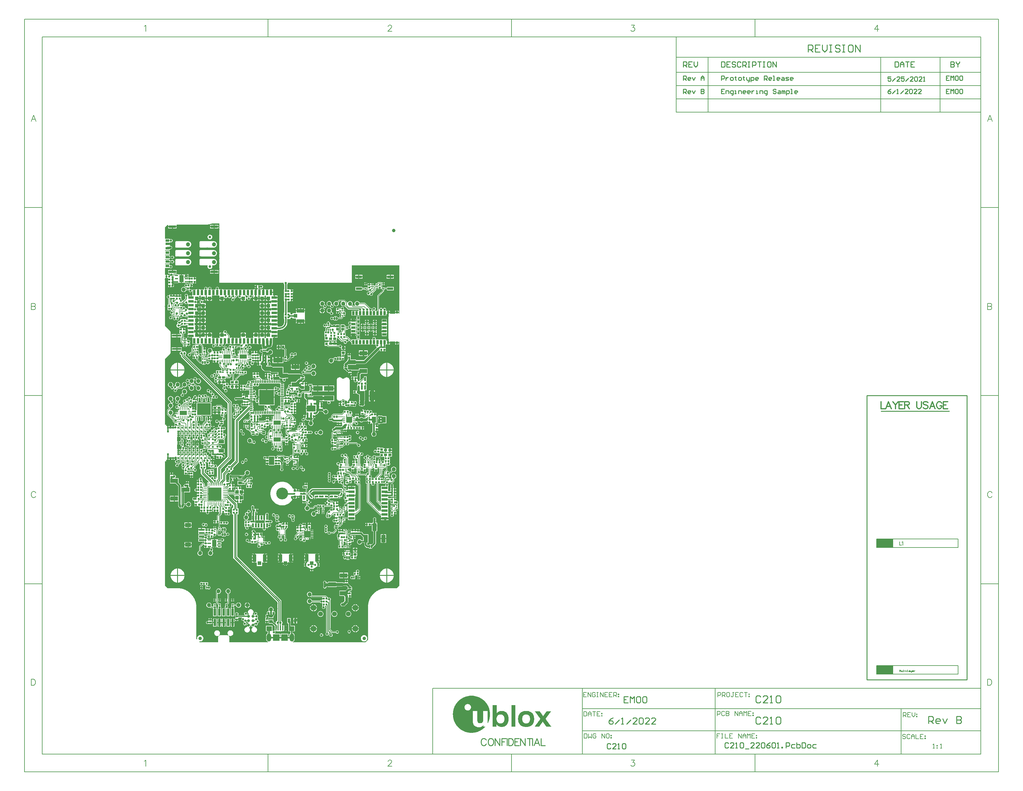
<source format=gtl>
G04*
G04 #@! TF.GenerationSoftware,Altium Limited,Altium Designer,22.4.2 (48)*
G04*
G04 Layer_Physical_Order=1*
G04 Layer_Color=255*
%FSLAX44Y44*%
%MOMM*%
G71*
G04*
G04 #@! TF.SameCoordinates,7F116A4F-7056-4AC6-B487-C54DEE731D19*
G04*
G04*
G04 #@! TF.FilePolarity,Positive*
G04*
G01*
G75*
%ADD10C,0.1270*%
%ADD11C,0.2000*%
%ADD13C,0.2540*%
%ADD17C,0.3000*%
%ADD18C,0.2032*%
%ADD20C,0.1500*%
%ADD25R,4.8260X2.4130*%
%ADD26C,0.2997*%
%ADD27C,0.1778*%
%ADD33R,1.5500X1.0000*%
%ADD34R,1.0000X1.1000*%
%ADD35R,0.2200X0.5500*%
%ADD36R,0.5500X0.2200*%
%ADD37R,0.6500X0.2200*%
%ADD38R,0.4400X0.9800*%
%ADD39R,1.6000X1.4000*%
%ADD40R,1.9000X1.9000*%
%ADD41R,0.4000X1.3500*%
%ADD42R,1.0500X1.0000*%
%ADD43R,2.2000X1.0500*%
%ADD47R,0.4500X0.3000*%
%ADD48R,0.5500X1.3000*%
%ADD49R,0.8000X0.9000*%
%ADD50R,0.3000X0.3600*%
%ADD51R,0.5000X0.4000*%
%ADD52R,1.8000X1.2000*%
%ADD53R,1.5500X0.6000*%
%ADD54R,0.3300X0.1500*%
%ADD55R,2.1000X0.7000*%
%ADD56R,1.1400X0.8000*%
%ADD58R,0.5500X0.5200*%
%ADD59R,0.2800X0.9000*%
%ADD60R,0.9000X0.2800*%
%ADD61R,3.7000X3.7000*%
G04:AMPARAMS|DCode=62|XSize=0.6mm|YSize=0.24mm|CornerRadius=0.06mm|HoleSize=0mm|Usage=FLASHONLY|Rotation=90.000|XOffset=0mm|YOffset=0mm|HoleType=Round|Shape=RoundedRectangle|*
%AMROUNDEDRECTD62*
21,1,0.6000,0.1200,0,0,90.0*
21,1,0.4800,0.2400,0,0,90.0*
1,1,0.1200,0.0600,0.2400*
1,1,0.1200,0.0600,-0.2400*
1,1,0.1200,-0.0600,-0.2400*
1,1,0.1200,-0.0600,0.2400*
%
%ADD62ROUNDEDRECTD62*%
G04:AMPARAMS|DCode=63|XSize=0.6mm|YSize=0.24mm|CornerRadius=0.06mm|HoleSize=0mm|Usage=FLASHONLY|Rotation=0.000|XOffset=0mm|YOffset=0mm|HoleType=Round|Shape=RoundedRectangle|*
%AMROUNDEDRECTD63*
21,1,0.6000,0.1200,0,0,0.0*
21,1,0.4800,0.2400,0,0,0.0*
1,1,0.1200,0.2400,-0.0600*
1,1,0.1200,-0.2400,-0.0600*
1,1,0.1200,-0.2400,0.0600*
1,1,0.1200,0.2400,0.0600*
%
%ADD63ROUNDEDRECTD63*%
G04:AMPARAMS|DCode=64|XSize=1.68mm|YSize=1.68mm|CornerRadius=0.084mm|HoleSize=0mm|Usage=FLASHONLY|Rotation=180.000|XOffset=0mm|YOffset=0mm|HoleType=Round|Shape=RoundedRectangle|*
%AMROUNDEDRECTD64*
21,1,1.6800,1.5120,0,0,180.0*
21,1,1.5120,1.6800,0,0,180.0*
1,1,0.1680,-0.7560,0.7560*
1,1,0.1680,0.7560,0.7560*
1,1,0.1680,0.7560,-0.7560*
1,1,0.1680,-0.7560,-0.7560*
%
%ADD64ROUNDEDRECTD64*%
%ADD67O,0.2800X0.8500*%
%ADD68O,0.8500X0.2800*%
%ADD70R,0.2200X0.6000*%
%ADD71R,0.6000X0.2200*%
G04:AMPARAMS|DCode=72|XSize=0.3mm|YSize=0.375mm|CornerRadius=0.015mm|HoleSize=0mm|Usage=FLASHONLY|Rotation=0.000|XOffset=0mm|YOffset=0mm|HoleType=Round|Shape=RoundedRectangle|*
%AMROUNDEDRECTD72*
21,1,0.3000,0.3450,0,0,0.0*
21,1,0.2700,0.3750,0,0,0.0*
1,1,0.0300,0.1350,-0.1725*
1,1,0.0300,-0.1350,-0.1725*
1,1,0.0300,-0.1350,0.1725*
1,1,0.0300,0.1350,0.1725*
%
%ADD72ROUNDEDRECTD72*%
%ADD73R,0.6000X0.6000*%
%ADD74R,0.7000X0.7000*%
%ADD75R,0.7000X1.1500*%
%ADD76R,1.1500X0.7000*%
%ADD77R,0.7000X0.7000*%
%ADD78R,0.8000X0.3000*%
%ADD79R,2.6000X0.6000*%
%ADD80R,0.9000X0.7500*%
%ADD81R,0.7500X0.9000*%
%ADD82R,0.3000X0.3000*%
%ADD83R,0.3000X0.2750*%
%ADD84R,0.2750X0.3000*%
%ADD85R,0.2750X0.3000*%
%ADD86R,0.3000X0.3000*%
%ADD87R,0.3000X0.2750*%
%ADD88R,0.8000X0.8000*%
%ADD89R,0.8000X1.2500*%
%ADD90R,0.5200X0.4900*%
%ADD91R,0.5000X0.5500*%
%ADD92R,0.3500X0.2500*%
%ADD93R,0.2500X0.3500*%
G04:AMPARAMS|DCode=94|XSize=1.5mm|YSize=2.45mm|CornerRadius=0.075mm|HoleSize=0mm|Usage=FLASHONLY|Rotation=0.000|XOffset=0mm|YOffset=0mm|HoleType=Round|Shape=RoundedRectangle|*
%AMROUNDEDRECTD94*
21,1,1.5000,2.3000,0,0,0.0*
21,1,1.3500,2.4500,0,0,0.0*
1,1,0.1500,0.6750,-1.1500*
1,1,0.1500,-0.6750,-1.1500*
1,1,0.1500,-0.6750,1.1500*
1,1,0.1500,0.6750,1.1500*
%
%ADD94ROUNDEDRECTD94*%
G04:AMPARAMS|DCode=95|XSize=0.6mm|YSize=0.5mm|CornerRadius=0.025mm|HoleSize=0mm|Usage=FLASHONLY|Rotation=0.000|XOffset=0mm|YOffset=0mm|HoleType=Round|Shape=RoundedRectangle|*
%AMROUNDEDRECTD95*
21,1,0.6000,0.4500,0,0,0.0*
21,1,0.5500,0.5000,0,0,0.0*
1,1,0.0500,0.2750,-0.2250*
1,1,0.0500,-0.2750,-0.2250*
1,1,0.0500,-0.2750,0.2250*
1,1,0.0500,0.2750,0.2250*
%
%ADD95ROUNDEDRECTD95*%
%ADD96R,2.2000X1.2700*%
%ADD97R,1.2500X1.8000*%
%ADD98R,0.7600X2.0300*%
G04:AMPARAMS|DCode=99|XSize=0.3mm|YSize=0.55mm|CornerRadius=0.015mm|HoleSize=0mm|Usage=FLASHONLY|Rotation=90.000|XOffset=0mm|YOffset=0mm|HoleType=Round|Shape=RoundedRectangle|*
%AMROUNDEDRECTD99*
21,1,0.3000,0.5200,0,0,90.0*
21,1,0.2700,0.5500,0,0,90.0*
1,1,0.0300,0.2600,0.1350*
1,1,0.0300,0.2600,-0.1350*
1,1,0.0300,-0.2600,-0.1350*
1,1,0.0300,-0.2600,0.1350*
%
%ADD99ROUNDEDRECTD99*%
%ADD100R,0.4500X0.6000*%
%ADD102R,0.5000X0.3500*%
%ADD103R,2.8000X1.4000*%
%ADD104R,0.5200X0.5500*%
%ADD105R,1.0000X0.9500*%
%ADD106R,1.7000X0.8000*%
G04:AMPARAMS|DCode=107|XSize=1.145mm|YSize=0.55mm|CornerRadius=0.0275mm|HoleSize=0mm|Usage=FLASHONLY|Rotation=90.000|XOffset=0mm|YOffset=0mm|HoleType=Round|Shape=RoundedRectangle|*
%AMROUNDEDRECTD107*
21,1,1.1450,0.4950,0,0,90.0*
21,1,1.0900,0.5500,0,0,90.0*
1,1,0.0550,0.2475,0.5450*
1,1,0.0550,0.2475,-0.5450*
1,1,0.0550,-0.2475,-0.5450*
1,1,0.0550,-0.2475,0.5450*
%
%ADD107ROUNDEDRECTD107*%
G04:AMPARAMS|DCode=108|XSize=1.145mm|YSize=0.55mm|CornerRadius=0.0275mm|HoleSize=0mm|Usage=FLASHONLY|Rotation=180.000|XOffset=0mm|YOffset=0mm|HoleType=Round|Shape=RoundedRectangle|*
%AMROUNDEDRECTD108*
21,1,1.1450,0.4950,0,0,180.0*
21,1,1.0900,0.5500,0,0,180.0*
1,1,0.0550,-0.5450,0.2475*
1,1,0.0550,0.5450,0.2475*
1,1,0.0550,0.5450,-0.2475*
1,1,0.0550,-0.5450,-0.2475*
%
%ADD108ROUNDEDRECTD108*%
%ADD109R,1.4000X2.8000*%
%ADD110R,1.0000X1.0500*%
%ADD111R,1.0500X2.2000*%
G04:AMPARAMS|DCode=112|XSize=0.3mm|YSize=0.55mm|CornerRadius=0.015mm|HoleSize=0mm|Usage=FLASHONLY|Rotation=0.000|XOffset=0mm|YOffset=0mm|HoleType=Round|Shape=RoundedRectangle|*
%AMROUNDEDRECTD112*
21,1,0.3000,0.5200,0,0,0.0*
21,1,0.2700,0.5500,0,0,0.0*
1,1,0.0300,0.1350,-0.2600*
1,1,0.0300,-0.1350,-0.2600*
1,1,0.0300,-0.1350,0.2600*
1,1,0.0300,0.1350,0.2600*
%
%ADD112ROUNDEDRECTD112*%
%ADD113R,0.8500X0.6500*%
%ADD114R,0.3000X0.4500*%
%ADD115R,1.2700X2.2000*%
%ADD116R,0.5500X0.5000*%
G04:AMPARAMS|DCode=117|XSize=0.55mm|YSize=0.52mm|CornerRadius=0mm|HoleSize=0mm|Usage=FLASHONLY|Rotation=45.000|XOffset=0mm|YOffset=0mm|HoleType=Round|Shape=Rectangle|*
%AMROTATEDRECTD117*
4,1,4,-0.0106,-0.3783,-0.3783,-0.0106,0.0106,0.3783,0.3783,0.0106,-0.0106,-0.3783,0.0*
%
%ADD117ROTATEDRECTD117*%

G04:AMPARAMS|DCode=118|XSize=0.55mm|YSize=0.52mm|CornerRadius=0mm|HoleSize=0mm|Usage=FLASHONLY|Rotation=315.000|XOffset=0mm|YOffset=0mm|HoleType=Round|Shape=Rectangle|*
%AMROTATEDRECTD118*
4,1,4,-0.3783,0.0106,-0.0106,0.3783,0.3783,-0.0106,0.0106,-0.3783,-0.3783,0.0106,0.0*
%
%ADD118ROTATEDRECTD118*%

%ADD119R,0.4000X0.5000*%
%ADD128R,4.0000X3.4000*%
%ADD227C,0.1524*%
%ADD228C,0.3912*%
%ADD229R,0.7500X0.4000*%
%ADD230R,1.3000X2.0000*%
%ADD231C,0.4000*%
%ADD232C,1.2000*%
%ADD233C,0.8000*%
%ADD234C,0.2000*%
%ADD235R,1.5000X0.8000*%
%ADD236R,0.8000X1.5000*%
%ADD237R,1.1000X1.1000*%
%ADD238R,0.2500X0.9000*%
%ADD239R,2.1500X1.1500*%
%ADD240R,0.9000X0.2500*%
%ADD241R,4.2500X4.2500*%
%ADD242R,0.7500X0.6700*%
%ADD243R,0.4800X0.5000*%
%ADD244R,0.9500X0.4200*%
%ADD245R,1.8000X0.7000*%
%ADD246R,1.8000X0.8000*%
G04:AMPARAMS|DCode=247|XSize=1.75mm|YSize=2.5mm|CornerRadius=0.0438mm|HoleSize=0mm|Usage=FLASHONLY|Rotation=270.000|XOffset=0mm|YOffset=0mm|HoleType=Round|Shape=RoundedRectangle|*
%AMROUNDEDRECTD247*
21,1,1.7500,2.4125,0,0,270.0*
21,1,1.6625,2.5000,0,0,270.0*
1,1,0.0875,-1.2063,-0.8313*
1,1,0.0875,-1.2063,0.8313*
1,1,0.0875,1.2063,0.8313*
1,1,0.0875,1.2063,-0.8313*
%
%ADD247ROUNDEDRECTD247*%
%ADD248C,0.2450*%
G04:AMPARAMS|DCode=249|XSize=0.25mm|YSize=0.25mm|CornerRadius=0.0125mm|HoleSize=0mm|Usage=FLASHONLY|Rotation=135.000|XOffset=0mm|YOffset=0mm|HoleType=Round|Shape=RoundedRectangle|*
%AMROUNDEDRECTD249*
21,1,0.2500,0.2250,0,0,135.0*
21,1,0.2250,0.2500,0,0,135.0*
1,1,0.0250,0.0000,0.1591*
1,1,0.0250,0.1591,0.0000*
1,1,0.0250,0.0000,-0.1591*
1,1,0.0250,-0.1591,0.0000*
%
%ADD249ROUNDEDRECTD249*%
%ADD250C,1.0000*%
%ADD251C,0.3048*%
%ADD252C,0.6350*%
%ADD253C,1.2000*%
%ADD254C,0.8890*%
%ADD255C,0.3810*%
%ADD256C,0.2590*%
%ADD257C,0.5080*%
%ADD258C,0.7620*%
%ADD259C,0.1829*%
%ADD260C,1.2700*%
%ADD261C,0.2286*%
%ADD262C,1.0000*%
%ADD263O,1.3000X2.3000*%
%ADD264C,0.7500*%
%ADD265C,1.4000*%
%ADD266C,1.7000*%
%ADD267C,3.4000*%
%ADD268C,0.6350*%
G36*
X160000Y1204931D02*
Y1034500D01*
X344439D01*
Y1032613D01*
X345309Y1030513D01*
X345570Y1030252D01*
Y1016140D01*
X344960D01*
Y1005860D01*
Y997860D01*
Y989876D01*
Y981876D01*
X345890D01*
Y949032D01*
X345110D01*
Y948816D01*
X344960D01*
Y940816D01*
X344960D01*
Y930536D01*
X345110D01*
Y930321D01*
X345666D01*
Y921500D01*
X345708Y921291D01*
X345305Y918233D01*
X344044Y915188D01*
X342038Y912574D01*
X339423Y910567D01*
X336379Y909306D01*
X333320Y908904D01*
X333111Y908945D01*
X327540D01*
Y911040D01*
X326524D01*
Y914230D01*
X308476D01*
Y913792D01*
X307524Y913024D01*
X301770D01*
Y906000D01*
Y898976D01*
X307460D01*
Y897960D01*
X308476D01*
Y894770D01*
X326524D01*
Y897960D01*
X327540D01*
Y899778D01*
X333111D01*
Y899761D01*
X337352Y900179D01*
X341431Y901416D01*
X345189Y903425D01*
X348483Y906128D01*
X351187Y909423D01*
X353196Y913181D01*
X354433Y917259D01*
X354851Y921500D01*
X354834D01*
Y930321D01*
X363390D01*
Y934269D01*
X364287Y935166D01*
X369960D01*
Y932210D01*
X379137D01*
X380226Y931774D01*
Y926270D01*
X392750D01*
X405274D01*
Y931774D01*
X405250D01*
Y947676D01*
X405271Y947726D01*
X405274D01*
Y953230D01*
X392750D01*
X380226D01*
Y947726D01*
X379137Y947290D01*
X369960D01*
Y944334D01*
X364141D01*
X363390Y945084D01*
Y949032D01*
X355058D01*
Y981660D01*
X363890D01*
Y982676D01*
X365480D01*
Y986950D01*
X366750D01*
Y988220D01*
X370874D01*
Y991224D01*
X370874D01*
Y993780D01*
X366750D01*
Y996320D01*
X370874D01*
Y998726D01*
X370874D01*
Y1001730D01*
X366750D01*
Y1004270D01*
X370874D01*
Y1006976D01*
X371274D01*
Y1009980D01*
X367250D01*
Y1011250D01*
X365980D01*
Y1015524D01*
X363290D01*
Y1016540D01*
X354738D01*
Y1030252D01*
X354999Y1030513D01*
X355869Y1032613D01*
Y1034500D01*
X539791D01*
X540137Y1085000D01*
X676375D01*
Y946425D01*
X675203Y946336D01*
X674274Y947224D01*
Y948480D01*
X664226D01*
Y946257D01*
X656271Y946254D01*
X649672Y946252D01*
X648774Y947150D01*
Y948480D01*
X643750D01*
Y949750D01*
X642480D01*
Y954774D01*
X639685D01*
X638726Y954774D01*
X638031Y954622D01*
X637585Y955790D01*
X638195Y957262D01*
Y959030D01*
X637518Y960664D01*
X636268Y961914D01*
X634634Y962591D01*
X632866D01*
X631232Y961914D01*
X629982Y960664D01*
X629385Y959223D01*
X629137Y959183D01*
X628363D01*
X628115Y959223D01*
X627518Y960664D01*
X626268Y961914D01*
X624634Y962591D01*
X622866D01*
X621232Y961914D01*
X619982Y960664D01*
X619305Y959030D01*
X618081Y959140D01*
Y996785D01*
X631648Y1010352D01*
X632153Y1011108D01*
X632331Y1012000D01*
Y1014730D01*
X633770D01*
Y1015928D01*
X640230D01*
Y1012730D01*
X659770D01*
Y1023270D01*
X640230D01*
Y1020072D01*
X633770D01*
Y1021270D01*
X629660D01*
X627108Y1023822D01*
Y1028476D01*
X628730D01*
Y1032000D01*
Y1035524D01*
X625976D01*
X625976Y1035524D01*
X624878Y1035940D01*
X624543Y1036164D01*
X623750Y1036322D01*
X623750Y1036322D01*
X616000D01*
X616000Y1036322D01*
X615207Y1036164D01*
X614535Y1035715D01*
X611590Y1032770D01*
X608230D01*
Y1027072D01*
X607000D01*
X606207Y1026914D01*
X605535Y1026465D01*
X604465D01*
X603793Y1026914D01*
X603000Y1027072D01*
X602024D01*
Y1028730D01*
X598250D01*
Y1030000D01*
X596980D01*
Y1033024D01*
X594476D01*
X594274Y1033124D01*
Y1033124D01*
X591270D01*
Y1029000D01*
X590000D01*
Y1027730D01*
X585726D01*
Y1024876D01*
X585980Y1024870D01*
Y1017130D01*
X586522D01*
X587221Y1015860D01*
X587197Y1015822D01*
X585108D01*
X583770Y1017160D01*
Y1021270D01*
X576230D01*
Y1020331D01*
X569770D01*
Y1023270D01*
X550230D01*
Y1012730D01*
X569770D01*
Y1015669D01*
X576230D01*
Y1014730D01*
X580340D01*
X582785Y1012285D01*
X583457Y1011836D01*
X584250Y1011678D01*
X584250Y1011678D01*
X588527D01*
X588732Y1011183D01*
X589413Y1010502D01*
X589304Y1009196D01*
X588235Y1008403D01*
X588134Y1008445D01*
X586366D01*
X584732Y1007768D01*
X583482Y1006518D01*
X582805Y1004884D01*
Y1003116D01*
X583482Y1001482D01*
X584732Y1000232D01*
X586366Y999555D01*
X588134D01*
X589768Y1000232D01*
X590010Y1000474D01*
X591508Y1000176D01*
X591732Y999637D01*
X592982Y998387D01*
X594616Y997710D01*
X596384D01*
X598018Y998387D01*
X599268Y999637D01*
X599945Y1001271D01*
Y1003039D01*
X599293Y1004613D01*
X608465Y1013785D01*
X608465Y1013785D01*
X608914Y1014457D01*
X609072Y1015250D01*
X609072Y1015250D01*
Y1016976D01*
X610480D01*
Y1020000D01*
X613020D01*
Y1016976D01*
X615524D01*
X615726Y1016876D01*
Y1016876D01*
X618730D01*
Y1021000D01*
X621270D01*
Y1016876D01*
X624274D01*
Y1018880D01*
X625440Y1019387D01*
X626230Y1018746D01*
Y1014730D01*
X627669D01*
Y1012965D01*
X614102Y999398D01*
X613597Y998642D01*
X613419Y997750D01*
Y955418D01*
X612521Y954520D01*
X608980Y954520D01*
X607710Y954520D01*
X605822D01*
Y956047D01*
X606268Y956232D01*
X607518Y957482D01*
X608195Y959116D01*
Y960884D01*
X607518Y962518D01*
X606268Y963768D01*
X604634Y964445D01*
X602866D01*
X601232Y963768D01*
X599982Y962518D01*
X599305Y960884D01*
Y959116D01*
X599982Y957482D01*
X601040Y956424D01*
X601178Y955336D01*
X601151Y954891D01*
X600780Y954520D01*
X598221Y954520D01*
X597373Y955790D01*
X597695Y956568D01*
Y958336D01*
X597018Y959970D01*
X595768Y961220D01*
X594134Y961897D01*
X593310D01*
X578742Y976465D01*
X578070Y976914D01*
X577277Y977072D01*
X577277Y977072D01*
X561971D01*
X561775Y977806D01*
X560817Y979464D01*
X559464Y980817D01*
X557806Y981775D01*
X555957Y982270D01*
X554043D01*
X552194Y981775D01*
X550536Y980817D01*
X549183Y979464D01*
X548225Y977806D01*
X547730Y975957D01*
Y974043D01*
X548225Y972194D01*
X549183Y970536D01*
X549877Y969842D01*
X549351Y968572D01*
X544358D01*
X541394Y971535D01*
X541775Y972194D01*
X542270Y974043D01*
Y975957D01*
X541775Y977806D01*
X540817Y979464D01*
X539464Y980817D01*
X537806Y981775D01*
X535957Y982270D01*
X534043D01*
X532194Y981775D01*
X530536Y980817D01*
X529183Y979464D01*
X528225Y977806D01*
X526999Y977773D01*
X526913Y977816D01*
X526795Y978412D01*
X526346Y979084D01*
X526346Y979084D01*
X519965Y985465D01*
X519293Y985914D01*
X518500Y986072D01*
X518500Y986072D01*
X504000D01*
X504000Y986072D01*
X503207Y985914D01*
X502535Y985465D01*
X502535Y985465D01*
X498465Y981395D01*
X497806Y981775D01*
X495957Y982270D01*
X494043D01*
X492194Y981775D01*
X490536Y980817D01*
X489183Y979464D01*
X488225Y977806D01*
X487730Y975957D01*
Y974043D01*
X488225Y972194D01*
X489183Y970536D01*
X490536Y969183D01*
X492194Y968225D01*
X494043Y967730D01*
X495957D01*
X497806Y968225D01*
X499464Y969183D01*
X500817Y970536D01*
X501775Y972194D01*
X502270Y974043D01*
Y975957D01*
X501775Y977806D01*
X501395Y978465D01*
X504858Y981928D01*
X509920D01*
X510261Y981314D01*
X510377Y980658D01*
X509183Y979464D01*
X508226Y977806D01*
X507730Y975957D01*
Y974043D01*
X508226Y972194D01*
X509183Y970536D01*
X510536Y969183D01*
X512194Y968225D01*
X514043Y967730D01*
X515957D01*
X517806Y968225D01*
X518709Y968747D01*
X528921Y958535D01*
X528921Y958535D01*
X529593Y958086D01*
X530386Y957928D01*
X530386Y957928D01*
X559332D01*
Y956568D01*
X559655Y955790D01*
X558980Y954520D01*
X557710Y954520D01*
X549790D01*
X548980Y954520D01*
X547710Y954520D01*
X538980D01*
Y940480D01*
X547710D01*
X548520Y940480D01*
X549790Y940480D01*
X557710D01*
X558520Y940480D01*
X559790Y940480D01*
X568520D01*
Y940480D01*
X568980D01*
Y940480D01*
X578520D01*
Y940480D01*
X578980D01*
Y940480D01*
X588520D01*
Y940480D01*
X588980D01*
Y940480D01*
X597710D01*
X598520Y940480D01*
X599790Y940480D01*
X607710D01*
X608520Y940480D01*
X609790Y940480D01*
X617710D01*
X618520Y940480D01*
X619790Y940480D01*
X627710D01*
X628520Y940480D01*
X629790Y940480D01*
X638520D01*
Y943541D01*
X638726Y944726D01*
X639790Y944726D01*
X644750D01*
Y911503D01*
X644625Y867774D01*
X638726Y867774D01*
X638520Y868959D01*
Y872020D01*
X628980D01*
Y872020D01*
X628520D01*
Y872020D01*
X618980D01*
Y872020D01*
X618520D01*
Y872020D01*
X609790D01*
X608520Y872020D01*
X607853Y873290D01*
X608195Y874116D01*
Y875884D01*
X607518Y877518D01*
X606268Y878768D01*
X604634Y879445D01*
X602866D01*
X601232Y878768D01*
X599982Y877518D01*
X599305Y875884D01*
Y874116D01*
X599647Y873290D01*
X599078Y872208D01*
X598774Y872274D01*
X597815Y872274D01*
X595020D01*
Y865000D01*
Y857726D01*
X597815D01*
X598774Y857726D01*
X599939Y857980D01*
X607841D01*
X608724Y856795D01*
X608451Y856134D01*
Y854366D01*
X609127Y852732D01*
X610378Y851482D01*
X611240Y851125D01*
X611381Y849691D01*
X611338Y849662D01*
X610834Y848909D01*
X586323Y824398D01*
X585274Y825145D01*
X585274Y826114D01*
Y831536D01*
X574020D01*
Y824932D01*
X584023D01*
X585061Y824932D01*
X585808Y823883D01*
X574511Y812586D01*
X552020D01*
Y815026D01*
X535737D01*
Y816380D01*
X536520D01*
Y822961D01*
X536774Y824126D01*
X536774Y825285D01*
Y826980D01*
X532500D01*
X528226D01*
Y825285D01*
X528226Y824126D01*
X528480Y822961D01*
Y816380D01*
X529263D01*
Y815026D01*
X527480D01*
Y812069D01*
X525983Y811068D01*
X518723Y803809D01*
X517600Y802129D01*
X517206Y800147D01*
X517600Y798165D01*
X518108Y797405D01*
X517830Y797220D01*
X517378Y796542D01*
X517286Y796451D01*
X517237Y796331D01*
X517226Y796315D01*
X517113Y796239D01*
X516685Y795594D01*
X516660Y795468D01*
X516399Y795077D01*
X516296Y794561D01*
X516138Y794075D01*
X516155Y793864D01*
X516071Y793670D01*
X516169Y793422D01*
X516203Y793255D01*
X516221Y793026D01*
X516254Y792997D01*
X516281Y792863D01*
X516325Y792796D01*
X516334Y792782D01*
X516730Y791553D01*
X516281Y790881D01*
X516212Y790534D01*
X516199Y790497D01*
X516200Y790476D01*
X516123Y790088D01*
X516193Y789738D01*
X516183Y789636D01*
X516247Y789431D01*
X516399Y788666D01*
X516673Y788257D01*
X517220Y787383D01*
X517289Y787334D01*
X517384Y787192D01*
X517398Y787156D01*
X517430Y787123D01*
X517830Y786524D01*
X519973Y785092D01*
X520588Y784970D01*
X520818Y784888D01*
X520965Y784895D01*
X521088Y784871D01*
X526241Y779717D01*
X527292Y779015D01*
X528531Y778769D01*
X528999D01*
X530090Y778335D01*
X530090Y777176D01*
Y775481D01*
X538638D01*
Y778335D01*
X539728Y778769D01*
X556794D01*
X557280Y777596D01*
X556470Y776786D01*
X555488Y775315D01*
X555143Y773581D01*
Y765749D01*
X554052Y765316D01*
Y765316D01*
X547471D01*
X546306Y765570D01*
X545147Y765570D01*
X543452D01*
Y761296D01*
Y757022D01*
X545077D01*
X545915Y755752D01*
X545555Y754884D01*
Y753116D01*
X546232Y751482D01*
X547482Y750232D01*
X549116Y749555D01*
X550884D01*
X552518Y750232D01*
X553768Y751482D01*
X553960Y751945D01*
X555230Y751692D01*
Y751312D01*
X557536D01*
X557789Y750042D01*
X557732Y750018D01*
X556482Y748768D01*
X555805Y747134D01*
Y745366D01*
X556482Y743732D01*
X557092Y743122D01*
X556566Y741852D01*
X555230D01*
Y736066D01*
X555063Y735816D01*
X554718Y734082D01*
Y726168D01*
X554458Y725908D01*
X553448Y725344D01*
X552624Y725524D01*
X551465Y725524D01*
X549770D01*
Y721250D01*
Y716976D01*
X552624D01*
X553894Y717140D01*
X554365Y716825D01*
X555257Y716648D01*
X555285D01*
X556116Y715816D01*
X558007Y714553D01*
X559673Y714221D01*
X560730Y713026D01*
X560932Y712012D01*
Y695111D01*
X560932Y695111D01*
X560932D01*
X560743Y693919D01*
X560408Y693111D01*
Y691343D01*
X561085Y689709D01*
X561869Y688925D01*
Y688713D01*
X560924Y687768D01*
X560247Y686134D01*
Y684366D01*
X560924Y682732D01*
X562174Y681482D01*
X563808Y680805D01*
X565576D01*
X565864Y680924D01*
X567304Y680328D01*
X569202Y680078D01*
X571100Y680328D01*
X572251Y680805D01*
X573191D01*
X574825Y681482D01*
X576076Y682732D01*
X576752Y684366D01*
Y686134D01*
X576460Y686841D01*
X576535Y687411D01*
Y690983D01*
X576684Y691343D01*
Y693111D01*
X576535Y693471D01*
Y695111D01*
X577472D01*
Y725042D01*
X577472Y725651D01*
X578468Y726312D01*
X582270D01*
Y741852D01*
X582194D01*
X581668Y743122D01*
X582278Y743732D01*
X582955Y745366D01*
Y747134D01*
X582278Y748768D01*
X581027Y750018D01*
X580971Y750042D01*
X581223Y751312D01*
X582270D01*
Y766852D01*
X574230D01*
Y761396D01*
X573082Y761154D01*
X572289Y760996D01*
X571617Y760547D01*
X571617Y760547D01*
X564443Y753373D01*
X563270Y753859D01*
Y756886D01*
X563862Y757773D01*
X564207Y759507D01*
X564207Y759507D01*
Y771704D01*
X566889Y774386D01*
X585020D01*
Y789626D01*
X560480D01*
Y785243D01*
X538384D01*
Y786081D01*
X530344D01*
Y786081D01*
X529074Y786041D01*
X528623Y786492D01*
X527887Y787505D01*
X528315Y788150D01*
X528340Y788275D01*
X528601Y788666D01*
X528704Y789183D01*
X528862Y789669D01*
X528845Y789880D01*
X528929Y790074D01*
X528831Y790321D01*
X528797Y790489D01*
X528779Y790718D01*
X528746Y790746D01*
X528719Y790881D01*
X528675Y790947D01*
X528666Y790962D01*
X528374Y791869D01*
X528681Y792806D01*
X528719Y792863D01*
X528789Y793210D01*
X528801Y793247D01*
X528800Y793268D01*
X528877Y793655D01*
X528807Y794006D01*
X528817Y794108D01*
X528753Y794313D01*
X528601Y795077D01*
X528329Y795485D01*
X527780Y796361D01*
X527710Y796410D01*
X527616Y796552D01*
X527602Y796588D01*
X527570Y796621D01*
X527170Y797220D01*
X527135Y797571D01*
X529350Y799786D01*
X552020D01*
Y802226D01*
X576656D01*
X578638Y802621D01*
X580318Y803744D01*
X618662Y842087D01*
X618956Y842527D01*
X620226Y842141D01*
Y838376D01*
X623230D01*
Y842500D01*
X625770D01*
Y838376D01*
X631480D01*
Y842500D01*
X632750D01*
Y843770D01*
X637024D01*
Y845465D01*
X637024Y846624D01*
X636770Y847789D01*
Y854370D01*
X635987D01*
Y857082D01*
X636885Y857980D01*
X637561D01*
X638726Y857726D01*
X639685Y857726D01*
X642480D01*
Y862750D01*
X643750D01*
Y864020D01*
X648774D01*
Y866236D01*
X661222Y866250D01*
X664226D01*
Y864020D01*
X674274D01*
Y866250D01*
X675750D01*
X676375Y865239D01*
Y166502D01*
X668498Y158625D01*
X640000Y158625D01*
X639941Y158614D01*
X639881Y158624D01*
X636611Y158517D01*
X636436Y158476D01*
X636257Y158487D01*
X629772Y157634D01*
X629546Y157557D01*
X629307Y157541D01*
X622990Y155849D01*
X622775Y155743D01*
X622541Y155696D01*
X616498Y153193D01*
X616299Y153060D01*
X616073Y152983D01*
X610409Y149713D01*
X610229Y149556D01*
X610014Y149450D01*
X604826Y145468D01*
X604668Y145288D01*
X604469Y145156D01*
X599844Y140531D01*
X599711Y140332D01*
X599532Y140174D01*
X595550Y134986D01*
X595444Y134771D01*
X595287Y134591D01*
X592016Y128927D01*
X591940Y128701D01*
X591807Y128502D01*
X589304Y122459D01*
X589257Y122225D01*
X589151Y122010D01*
X587459Y115693D01*
X587443Y115454D01*
X587366Y115228D01*
X586512Y108743D01*
X586524Y108564D01*
X586483Y108389D01*
X586376Y105119D01*
X586386Y105059D01*
X586374Y105000D01*
Y11502D01*
X578498Y3625D01*
X370904D01*
X370651Y4895D01*
X371918Y5421D01*
X373542Y6666D01*
X374787Y8289D01*
X375570Y10179D01*
X375837Y12208D01*
Y22208D01*
X375570Y24236D01*
X374787Y26126D01*
X373542Y27749D01*
X371918Y28995D01*
X370237Y29691D01*
Y34683D01*
X376270D01*
Y51223D01*
X364487D01*
Y57730D01*
X364770D01*
Y72770D01*
X354230D01*
Y57730D01*
X358013D01*
Y51223D01*
X357730D01*
Y34683D01*
X363763D01*
Y28750D01*
X362458Y27749D01*
X361213Y26126D01*
X360430Y24236D01*
X360163Y22208D01*
Y20445D01*
X357770D01*
Y27973D01*
X336230D01*
Y20445D01*
X333770D01*
Y27973D01*
X319805D01*
X319279Y29243D01*
X319768Y29732D01*
X320445Y31366D01*
Y33134D01*
X319812Y34663D01*
X320003Y35201D01*
X320400Y35933D01*
X324000D01*
Y34703D01*
X339500D01*
Y35933D01*
X344476D01*
Y35679D01*
X346730D01*
Y43953D01*
Y52227D01*
X344476D01*
Y51973D01*
X339500D01*
Y53203D01*
X339117D01*
X338925Y53505D01*
X338465Y54689D01*
X340061Y56285D01*
X340925Y58371D01*
Y60629D01*
X340061Y62715D01*
X338465Y64311D01*
X337719Y64620D01*
Y67690D01*
X337719Y67690D01*
Y121889D01*
X337719Y121889D01*
X337425Y123370D01*
X336586Y124625D01*
X211221Y249990D01*
Y370150D01*
X215000D01*
Y378150D01*
Y388350D01*
X211076D01*
Y399611D01*
X211076Y399612D01*
X210782Y401092D01*
X210409Y401650D01*
X211088Y402920D01*
X211234D01*
Y405924D01*
X208380D01*
Y405570D01*
X207207Y405084D01*
X186663Y425627D01*
X187189Y426897D01*
X200384D01*
X202210Y425072D01*
X202210Y425071D01*
X202882Y424622D01*
X203594Y424481D01*
Y419671D01*
X210118D01*
Y417131D01*
X203594D01*
Y411377D01*
X208380D01*
Y408464D01*
X212504D01*
Y407193D01*
X213774D01*
Y402920D01*
X216628D01*
X216634Y403173D01*
X224374D01*
Y411213D01*
X225471Y411631D01*
X229388D01*
Y425171D01*
X220800D01*
X219767Y426203D01*
X220254Y427377D01*
X221848D01*
Y434401D01*
X223118D01*
Y435671D01*
X229642D01*
Y441425D01*
X221946D01*
Y444308D01*
X217822D01*
Y445578D01*
X216552D01*
Y449852D01*
X213698D01*
X213692Y449598D01*
X205952D01*
Y441558D01*
X204843Y441171D01*
X203848D01*
Y434347D01*
X186583D01*
X185496Y435434D01*
X184824Y435883D01*
X184031Y436041D01*
X184031Y436041D01*
X183030D01*
X182645Y437311D01*
X182934Y437504D01*
X185239Y439809D01*
X186428Y440149D01*
Y440149D01*
X186428Y440149D01*
X193009D01*
X194174Y439895D01*
X195333Y439895D01*
X197028D01*
Y444169D01*
X198298D01*
Y445439D01*
X202422D01*
Y447462D01*
X202511Y448695D01*
X202511Y449676D01*
Y451699D01*
X198387D01*
Y452969D01*
X197117D01*
Y457243D01*
X195422D01*
X194263Y457243D01*
X193098Y456989D01*
X192909D01*
X192383Y458259D01*
X194176Y460052D01*
X194878Y461102D01*
X195124Y462341D01*
Y465551D01*
X196022Y466449D01*
X197098D01*
X198263Y466195D01*
X199422Y466195D01*
X201117D01*
Y470469D01*
Y474743D01*
X199422D01*
X198263Y474743D01*
X197098Y474489D01*
X196022D01*
X195124Y475387D01*
Y476751D01*
X212291D01*
Y470863D01*
X224831D01*
Y478022D01*
X230874D01*
X231865Y478219D01*
X232705Y478781D01*
X237166Y483242D01*
X237194Y483225D01*
X239043Y482730D01*
X240957D01*
X242806Y483225D01*
X244464Y484183D01*
X245817Y485536D01*
X246775Y487194D01*
X247270Y489043D01*
Y490957D01*
X246775Y492806D01*
X245817Y494464D01*
X244464Y495817D01*
X242806Y496775D01*
X240957Y497270D01*
X239043D01*
X237194Y496775D01*
X235536Y495817D01*
X234183Y494464D01*
X233225Y492806D01*
X232730Y490957D01*
Y489043D01*
X233225Y487194D01*
X233433Y486834D01*
X229801Y483202D01*
X221291D01*
X220299Y483005D01*
X220147Y482903D01*
X217426D01*
X217312Y482979D01*
X216073Y483225D01*
X194936D01*
X194405Y483756D01*
X192771Y484433D01*
X191003D01*
X189369Y483756D01*
X188119Y482506D01*
X187442Y480872D01*
Y479104D01*
X188119Y477470D01*
X188650Y476939D01*
Y463891D01*
X187893Y463262D01*
X186661Y463711D01*
Y464212D01*
X182387D01*
Y465482D01*
X181117D01*
Y469606D01*
X179100D01*
Y483900D01*
X185552Y490351D01*
X188217Y487687D01*
X193874Y493344D01*
X193874Y493344D01*
X201086Y500556D01*
X198598Y503044D01*
X214491Y518937D01*
X214491Y518937D01*
X215329Y520192D01*
X215624Y521673D01*
X215624Y521673D01*
Y637038D01*
X244255Y665669D01*
X245428Y665183D01*
Y658000D01*
X245428Y658000D01*
X245586Y657207D01*
X246035Y656535D01*
X248230Y654340D01*
Y652845D01*
X247707Y652741D01*
X247035Y652292D01*
X245462Y650719D01*
X245013Y650046D01*
X244855Y649254D01*
X244855Y649253D01*
Y645884D01*
X242844Y643873D01*
X235090D01*
X234297Y643715D01*
X233625Y643266D01*
X233625Y643266D01*
X230891Y640532D01*
X229540D01*
Y633492D01*
X234286D01*
Y633238D01*
X236040D01*
Y637012D01*
X238580D01*
Y633238D01*
X241040D01*
Y637012D01*
X242310D01*
Y638282D01*
X245334D01*
Y640503D01*
X247057Y642226D01*
X248230Y641740D01*
Y638957D01*
X249935D01*
Y638534D01*
X250112Y637648D01*
X250613Y636897D01*
X251364Y636146D01*
X250884Y634830D01*
X249595Y634296D01*
X248345Y633046D01*
X247668Y631412D01*
Y629644D01*
X248345Y628010D01*
X248941Y627414D01*
Y619990D01*
X248941D01*
Y619729D01*
X248941D01*
Y614941D01*
X247768Y614455D01*
X246215Y616008D01*
X245543Y616457D01*
X244750Y616615D01*
X244750Y616615D01*
X241573D01*
X239466Y618722D01*
X239584Y619992D01*
X245080D01*
Y627032D01*
X235334D01*
Y627286D01*
X233580D01*
Y623512D01*
Y619738D01*
X235238D01*
Y618310D01*
X235178Y618008D01*
X235336Y617215D01*
X235785Y616543D01*
X239250Y613078D01*
X239922Y612629D01*
X240715Y612471D01*
X240715Y612471D01*
X243892D01*
X250423Y605939D01*
X250388Y605831D01*
X250405Y605620D01*
X250321Y605426D01*
X250419Y605179D01*
X250452Y605011D01*
X250471Y604782D01*
X250504Y604754D01*
X250531Y604619D01*
X250575Y604553D01*
X250584Y604538D01*
X250876Y603631D01*
X250569Y602694D01*
X250531Y602637D01*
X250461Y602290D01*
X250449Y602253D01*
X250450Y602232D01*
X250373Y601844D01*
X250443Y601494D01*
X250433Y601393D01*
X250497Y601187D01*
X250649Y600423D01*
X250921Y600015D01*
X251471Y599139D01*
X251539Y599090D01*
X251634Y598948D01*
X251648Y598912D01*
X251680Y598879D01*
X252080Y598280D01*
X254223Y596849D01*
X254837Y596726D01*
X255068Y596644D01*
X255215Y596651D01*
X255373Y596620D01*
X255499Y596564D01*
X255673Y596560D01*
X256750Y596346D01*
X257604Y596516D01*
X257709Y596513D01*
X257833Y596561D01*
X257964Y596588D01*
X258132Y596570D01*
X258650Y596724D01*
X259277Y596849D01*
X260227Y597483D01*
X260369Y597567D01*
X260386Y597590D01*
X261408Y598272D01*
X264441D01*
X264454Y598241D01*
X265705Y596991D01*
X267338Y596314D01*
X269107D01*
X270740Y596991D01*
X271991Y598241D01*
X272668Y599875D01*
Y601643D01*
X272156Y602878D01*
X272779Y604148D01*
X277904D01*
X279933Y602119D01*
X279933Y602119D01*
X280605Y601670D01*
X281398Y601513D01*
X281573D01*
X281970Y600879D01*
X282039Y600830D01*
X282134Y600688D01*
X282148Y600652D01*
X282180Y600619D01*
X282580Y600020D01*
X284723Y598589D01*
X285338Y598466D01*
X285568Y598384D01*
X285715Y598391D01*
X285873Y598360D01*
X285999Y598304D01*
X286173Y598300D01*
X287250Y598086D01*
X288104Y598256D01*
X288209Y598253D01*
X288333Y598301D01*
X288464Y598327D01*
X288632Y598310D01*
X289149Y598464D01*
X289777Y598589D01*
X290727Y599223D01*
X290869Y599307D01*
X290886Y599330D01*
X291920Y600020D01*
X292372Y600698D01*
X292464Y600789D01*
X292513Y600909D01*
X292524Y600925D01*
X292637Y601001D01*
X293065Y601646D01*
X293090Y601772D01*
X293351Y602163D01*
X293454Y602679D01*
X293612Y603165D01*
X293595Y603376D01*
X293679Y603570D01*
X293581Y603818D01*
X293547Y603985D01*
X293529Y604214D01*
X293485Y604298D01*
X293469Y604377D01*
X293345Y604563D01*
X293020Y605179D01*
X293469Y605851D01*
X293538Y606198D01*
X293551Y606235D01*
X293550Y606256D01*
X293627Y606644D01*
X293557Y606994D01*
X293567Y607096D01*
X293503Y607301D01*
X293351Y608065D01*
X293078Y608475D01*
X292530Y609349D01*
X292460Y609398D01*
X292366Y609540D01*
X292352Y609576D01*
X292320Y609609D01*
X291920Y610208D01*
X289777Y611640D01*
X289162Y611762D01*
X288932Y611844D01*
X288785Y611837D01*
X288627Y611868D01*
X288501Y611924D01*
X288327Y611928D01*
X287250Y612142D01*
X286396Y611972D01*
X286291Y611975D01*
X286167Y611927D01*
X286036Y611901D01*
X285868Y611918D01*
X285350Y611764D01*
X284723Y611640D01*
X283839Y611049D01*
X282591Y612297D01*
X283117Y613567D01*
X286469D01*
Y617948D01*
X287732Y618482D01*
X289366Y617805D01*
X291134D01*
X292346Y618307D01*
X293617Y617911D01*
Y617911D01*
X296621D01*
Y622035D01*
X297890D01*
Y623305D01*
X302164D01*
Y626159D01*
X301910Y626165D01*
Y627593D01*
X302093Y628787D01*
X305791D01*
Y623468D01*
X305791Y623468D01*
X305949Y622675D01*
X306398Y622003D01*
X308559Y619842D01*
X309231Y619393D01*
X310024Y619235D01*
X310303Y618010D01*
Y615317D01*
X310164Y615109D01*
X310075Y614660D01*
X309791Y614402D01*
X309274Y614116D01*
X308736Y613969D01*
X307501Y614480D01*
X305733D01*
X304099Y613803D01*
X302849Y612553D01*
X302172Y610919D01*
Y609151D01*
X302357Y608705D01*
X299425Y605774D01*
X298976Y605102D01*
X298819Y604309D01*
X298819Y604309D01*
Y596493D01*
X297549Y595949D01*
X296178Y596516D01*
X294410D01*
X292776Y595840D01*
X291526Y594589D01*
X290849Y592956D01*
Y591187D01*
X291526Y589553D01*
X292776Y588303D01*
X294410Y587626D01*
X296178D01*
X297549Y588194D01*
X298819Y587650D01*
Y584035D01*
X298819Y584035D01*
X298976Y583242D01*
X299425Y582570D01*
X301044Y580952D01*
X301044Y580952D01*
X301716Y580503D01*
X302093Y580428D01*
Y579897D01*
X313343D01*
Y578441D01*
X310089D01*
Y573687D01*
X312863D01*
Y572417D01*
X314133D01*
Y566393D01*
X314389D01*
X314466Y566299D01*
X314466Y566299D01*
Y563454D01*
X313764Y562752D01*
X312479D01*
X310845Y562075D01*
X309595Y560825D01*
X308918Y559191D01*
Y557423D01*
X309595Y555789D01*
X310845Y554539D01*
X312479Y553862D01*
X314247D01*
X315881Y554539D01*
X317132Y555789D01*
X317808Y557423D01*
Y559191D01*
X317449Y560058D01*
X318213Y561169D01*
X319214Y561349D01*
X319545Y561285D01*
X320021Y560809D01*
X321655Y560132D01*
X323423D01*
X325057Y560809D01*
X325365Y560764D01*
X326327Y559359D01*
X326296Y559174D01*
X325229Y558107D01*
X324552Y556473D01*
Y554705D01*
X325229Y553071D01*
X326479Y551821D01*
X328113Y551144D01*
X329881D01*
X331515Y551821D01*
X331936Y552242D01*
X333096Y552741D01*
X333595Y552242D01*
X334346Y551491D01*
X335980Y550814D01*
X337748D01*
X339382Y551491D01*
X340632Y552741D01*
X341309Y554375D01*
Y556143D01*
X340632Y557777D01*
X339491Y558919D01*
X341502Y560929D01*
X341502Y560930D01*
X341951Y561602D01*
X342108Y562395D01*
Y566993D01*
X342108Y566993D01*
X341951Y567786D01*
X341502Y568458D01*
X340383Y569577D01*
Y578187D01*
X337383D01*
Y579897D01*
X348633D01*
X348985Y578773D01*
Y578324D01*
X348731Y577159D01*
X348731Y576001D01*
Y574305D01*
X353005D01*
X357279D01*
Y576001D01*
X357279Y577159D01*
X357025Y578324D01*
Y580387D01*
X357318Y580583D01*
X359534Y582799D01*
X359721Y582721D01*
X361489D01*
X362937Y583321D01*
X363571Y583162D01*
X364300Y582779D01*
X364884Y581370D01*
X366134Y580119D01*
X367768Y579442D01*
X369537D01*
X371170Y580119D01*
X371236Y580185D01*
X375730Y575690D01*
Y574370D01*
X369904D01*
Y566630D01*
X369904D01*
Y566370D01*
X369904D01*
Y558630D01*
X370687D01*
Y543617D01*
X366948Y539878D01*
X366634Y540008D01*
X364866D01*
X363232Y539331D01*
X361982Y538081D01*
X361305Y536447D01*
Y534679D01*
X361982Y533045D01*
X363232Y531795D01*
X363233Y531795D01*
X363414Y531331D01*
X363452Y530329D01*
X359749Y526626D01*
X358576Y527112D01*
Y530154D01*
X358576Y530154D01*
X358576Y530614D01*
X358576D01*
X358576Y531424D01*
Y536654D01*
X351347D01*
X350778Y537223D01*
X349144Y537900D01*
X347376D01*
X347325Y537879D01*
X345148Y540055D01*
X344476Y540504D01*
X343683Y540662D01*
X343683Y540662D01*
X328107D01*
X328107Y540662D01*
X327314Y540504D01*
X326642Y540055D01*
X323116Y536529D01*
X319401D01*
X319310Y536492D01*
X318504Y536922D01*
X318057Y537590D01*
X317389Y538037D01*
X316601Y538194D01*
X303101D01*
X302313Y538037D01*
X301645Y537590D01*
X301198Y536922D01*
X300392Y536492D01*
X300301Y536529D01*
X295670D01*
X294801Y536529D01*
X294496Y536403D01*
X293831Y536159D01*
X292757Y536600D01*
X292701Y536652D01*
X291067Y537329D01*
X289299D01*
X287665Y536652D01*
X286415Y535402D01*
X285738Y533768D01*
Y532000D01*
X286415Y530366D01*
X287665Y529116D01*
X289299Y528439D01*
X291067D01*
X292078Y528858D01*
X292746Y528488D01*
X293130Y527576D01*
X292992Y526884D01*
Y525904D01*
X297551D01*
Y523364D01*
X292992D01*
Y522384D01*
X293130Y521692D01*
X293522Y521105D01*
Y520163D01*
X293130Y519576D01*
X292992Y518884D01*
Y517904D01*
X297551D01*
Y516634D01*
X298821D01*
Y512575D01*
X300301D01*
X301198Y512346D01*
X301645Y511678D01*
X302313Y511231D01*
X303101Y511074D01*
X316601D01*
X317389Y511231D01*
X318057Y511678D01*
X318504Y512346D01*
X319310Y512777D01*
X319401Y512739D01*
X324901D01*
X325748Y513090D01*
X327018Y512614D01*
Y512614D01*
X334758D01*
Y512614D01*
X334769D01*
X336039Y512014D01*
Y502699D01*
X335120Y501779D01*
X334443Y500145D01*
Y498377D01*
X335120Y496743D01*
X336370Y495493D01*
X338004Y494816D01*
X339772D01*
X341406Y495493D01*
X342656Y496743D01*
X343333Y498377D01*
Y500145D01*
X342656Y501779D01*
X341736Y502699D01*
Y512614D01*
X342758D01*
Y520654D01*
X341052D01*
X340902Y520878D01*
X340902Y520878D01*
X335135Y526645D01*
X334908Y526797D01*
Y528500D01*
X335162Y528506D01*
Y531360D01*
X330888D01*
Y533900D01*
X335162D01*
Y536519D01*
X342825D01*
X344163Y535180D01*
X343815Y534339D01*
Y532571D01*
X344492Y530937D01*
X345742Y529687D01*
X346028Y529568D01*
Y528194D01*
X345448Y527953D01*
X344197Y526703D01*
X343521Y525069D01*
Y523301D01*
X344197Y521667D01*
X345448Y520417D01*
X347081Y519740D01*
X348850D01*
X349766Y520120D01*
X351036Y519310D01*
Y518573D01*
X350782Y517408D01*
X350782Y516449D01*
Y515404D01*
X354806D01*
X358830D01*
Y517408D01*
X358576Y518573D01*
Y519593D01*
X366029Y527046D01*
X369198D01*
X369754Y526491D01*
X369754Y526490D01*
X370426Y526041D01*
X371219Y525884D01*
X371427Y525097D01*
X371282Y523908D01*
X371282D01*
X371282Y523908D01*
Y521904D01*
X375306D01*
Y519364D01*
X371282D01*
Y517360D01*
X371282D01*
X371536Y517154D01*
Y511114D01*
X379076D01*
Y511285D01*
X380360D01*
Y506010D01*
X379232Y504882D01*
X378555Y503248D01*
Y501480D01*
X379232Y499846D01*
X380482Y498596D01*
X382116Y497919D01*
X383884D01*
X385518Y498596D01*
X386768Y499846D01*
X387445Y501480D01*
Y503248D01*
X386768Y504882D01*
X386058Y505593D01*
Y514527D01*
Y522297D01*
X387229D01*
Y530037D01*
X387483Y530043D01*
Y532897D01*
X383209D01*
Y534167D01*
X381939D01*
Y538291D01*
X378935D01*
Y536908D01*
X376576D01*
Y533634D01*
X374036D01*
Y536908D01*
X371634D01*
X370985Y538055D01*
X374224Y541294D01*
X374224Y541294D01*
X374673Y541966D01*
X374831Y542759D01*
Y544549D01*
X388912D01*
X388912Y544549D01*
X389705Y544707D01*
X389780Y544757D01*
X391050Y544078D01*
Y543866D01*
X391726Y542232D01*
X392977Y540982D01*
X394611Y540305D01*
X396379D01*
X398013Y540982D01*
X399263Y542232D01*
X399940Y543866D01*
Y545634D01*
X399755Y546080D01*
X400338Y546664D01*
X400339Y546664D01*
X400788Y547336D01*
X400932Y548062D01*
X402743Y548062D01*
X404826Y548062D01*
X404959Y547392D01*
X405409Y546720D01*
X406240Y545888D01*
X406055Y545442D01*
Y543674D01*
X406732Y542040D01*
X407982Y540790D01*
X409616Y540113D01*
X411384D01*
X413018Y540790D01*
X414268Y542040D01*
X414945Y543674D01*
Y545442D01*
X414268Y547076D01*
X413018Y548326D01*
X411384Y549003D01*
X410743D01*
Y556102D01*
X404013D01*
X403004Y556102D01*
X401734Y556102D01*
X395004D01*
X395004Y556102D01*
X393754Y556152D01*
X393576Y556420D01*
X393072Y556924D01*
Y565422D01*
X395630D01*
Y563733D01*
X402211D01*
X403376Y563479D01*
X404535Y563479D01*
X406230D01*
Y567753D01*
Y572027D01*
X404535D01*
X403376Y572027D01*
X402211Y571773D01*
X395630D01*
Y570084D01*
X393370D01*
Y573880D01*
X397770D01*
Y573919D01*
X400555D01*
X401446Y574097D01*
X402203Y574602D01*
X402708Y575358D01*
X402885Y576250D01*
Y579203D01*
X404425D01*
X404431Y578949D01*
X407285D01*
Y583223D01*
X408554D01*
Y584493D01*
X412679D01*
Y587497D01*
X409774D01*
X408975Y588767D01*
X409363Y589702D01*
Y591470D01*
X408940Y592491D01*
X409688Y593761D01*
X409874D01*
Y596765D01*
X405750D01*
Y599305D01*
X409874D01*
Y600655D01*
X410772Y601553D01*
X411768Y601553D01*
X413038Y601553D01*
X419768D01*
X419768Y601553D01*
Y601553D01*
X421016Y601501D01*
X421689Y601222D01*
X423457D01*
X425091Y601899D01*
X426341Y603149D01*
X427018Y604783D01*
Y606551D01*
X426341Y608185D01*
X425091Y609435D01*
X423457Y610112D01*
X421689D01*
X420950Y609806D01*
X419768Y609593D01*
X419768Y609593D01*
X419768Y609593D01*
X413038D01*
X412028Y609593D01*
X411272D01*
X410374Y610491D01*
Y612230D01*
X406250D01*
Y614770D01*
X410374D01*
Y617774D01*
X410374D01*
X409890Y619044D01*
X410018Y619173D01*
X410695Y620807D01*
Y622575D01*
X410018Y624208D01*
X408768Y625459D01*
X407134Y626136D01*
X405570D01*
Y633920D01*
X397830D01*
Y633920D01*
X397570D01*
Y633920D01*
X389830D01*
Y625894D01*
X388116D01*
X386482Y625217D01*
X385232Y623967D01*
X384555Y622333D01*
Y620565D01*
X384829Y619904D01*
X384535Y619610D01*
X384086Y618938D01*
X383954Y618274D01*
X383270D01*
Y613750D01*
X382000D01*
Y612480D01*
X379376D01*
Y610120D01*
X374730D01*
Y609822D01*
X360841D01*
X360458Y610746D01*
X359207Y611997D01*
X359187Y613380D01*
X359330Y613531D01*
X366701D01*
Y620259D01*
X366954Y620514D01*
X367121Y620580D01*
X368675Y620443D01*
X369386Y619732D01*
X371019Y619055D01*
X372788D01*
X374421Y619732D01*
X375672Y620982D01*
X376348Y622616D01*
Y624384D01*
X375672Y626018D01*
X374421Y627268D01*
X374239Y627344D01*
X374491Y628614D01*
X379524D01*
Y631468D01*
X375250D01*
Y634008D01*
X379524D01*
Y636862D01*
X379270Y636868D01*
Y644608D01*
X375846D01*
Y646975D01*
X375846Y646975D01*
X375689Y647768D01*
X375240Y648440D01*
X365970Y657710D01*
X366439Y658980D01*
X370461D01*
X371626Y658726D01*
X372785Y658726D01*
X374480D01*
Y663000D01*
X375750D01*
Y664270D01*
X379874D01*
Y666726D01*
Y669730D01*
X375750D01*
Y672270D01*
X379874D01*
Y674803D01*
Y677807D01*
X375750D01*
Y680347D01*
X379874D01*
Y682976D01*
Y685980D01*
X375750D01*
Y688520D01*
X379874D01*
Y691524D01*
X381027Y691807D01*
X381711D01*
X382876Y691553D01*
X384035Y691553D01*
X385730D01*
Y695827D01*
Y700101D01*
X384035D01*
X382876Y700101D01*
X381711Y699847D01*
X378205D01*
X377103Y700505D01*
Y702274D01*
X376426Y703907D01*
X375176Y705158D01*
X374400Y705479D01*
X374653Y706749D01*
X377725D01*
Y708197D01*
X384480D01*
Y706730D01*
X395020D01*
Y714840D01*
X399031Y718851D01*
X402451D01*
X403480Y718270D01*
X403480Y717581D01*
Y706730D01*
X403574D01*
X403965Y704768D01*
X405088Y703087D01*
X408467Y699708D01*
X410147Y698585D01*
X410401Y698535D01*
Y692270D01*
X409730D01*
Y684282D01*
X409273Y683977D01*
X408840Y683328D01*
X408688Y682562D01*
Y675520D01*
X422750D01*
Y672980D01*
X408688D01*
Y665938D01*
X408840Y665172D01*
X409273Y664523D01*
X409730Y664218D01*
Y662090D01*
X409661Y661987D01*
X409365Y660500D01*
Y655524D01*
X406520D01*
Y651250D01*
Y645890D01*
X406643Y645706D01*
X406453Y645247D01*
Y643479D01*
X407130Y641845D01*
X408380Y640594D01*
X410014Y639918D01*
X411399D01*
X411837Y639831D01*
X416992D01*
X417116Y639779D01*
X418884D01*
X419338Y638606D01*
Y638234D01*
X418111Y637526D01*
X416757Y636172D01*
X415800Y634515D01*
X415305Y632666D01*
Y630751D01*
X415800Y628902D01*
X416757Y627245D01*
X418111Y625891D01*
X419769Y624934D01*
X421618Y624439D01*
X423532D01*
X425381Y624934D01*
X427039Y625891D01*
X428392Y627245D01*
X429349Y628902D01*
X429845Y630751D01*
Y632666D01*
X429349Y634515D01*
X428392Y636172D01*
X427039Y637526D01*
X425812Y638234D01*
Y639918D01*
X425884D01*
X427518Y640594D01*
X428768Y641845D01*
X429445Y643479D01*
Y645247D01*
X429056Y646186D01*
X429303Y646579D01*
Y651730D01*
X430573D01*
Y653000D01*
X434697D01*
Y656004D01*
X435770Y656230D01*
Y656615D01*
X437250D01*
X438737Y656911D01*
X439997Y657753D01*
X443936Y661693D01*
X444778Y662953D01*
X445074Y664439D01*
Y665335D01*
X453314D01*
X453616Y665210D01*
X454062D01*
X454500Y665123D01*
X454938Y665210D01*
X455283D01*
X456074Y664419D01*
X456914Y663857D01*
X457828Y663676D01*
X458225Y662194D01*
X459183Y660536D01*
X460536Y659183D01*
X462194Y658225D01*
X464043Y657730D01*
X465957D01*
X467806Y658225D01*
X469464Y659183D01*
X470817Y660536D01*
X471775Y662194D01*
X472270Y664043D01*
Y665957D01*
X471775Y667806D01*
X470817Y669464D01*
X469464Y670817D01*
X467806Y671775D01*
X465957Y672270D01*
X464043D01*
X462194Y671775D01*
X460536Y670817D01*
X460215Y670496D01*
X459817Y670510D01*
X458803Y670881D01*
X458774Y670952D01*
X458687Y671389D01*
X458439Y671761D01*
X458268Y672173D01*
X457953Y672489D01*
X457705Y672860D01*
X457492Y673072D01*
X457121Y673320D01*
X457018Y673423D01*
X456883Y673479D01*
X456022Y674054D01*
X455985Y674062D01*
X456110Y675332D01*
X456374D01*
Y678336D01*
X452250D01*
Y680876D01*
X456374D01*
Y683363D01*
Y686367D01*
X452250D01*
Y687637D01*
X450980D01*
Y691911D01*
X448126D01*
X447077Y692445D01*
Y695230D01*
X457520D01*
Y695230D01*
X458281Y695210D01*
Y695210D01*
X458782Y695210D01*
X469815D01*
X470341Y693940D01*
X470289Y693887D01*
X469612Y692254D01*
Y690485D01*
X470289Y688852D01*
X471539Y687601D01*
X473173Y686925D01*
X474941D01*
X476575Y687601D01*
X477825Y688852D01*
X478502Y690485D01*
Y692254D01*
X477825Y693887D01*
X477773Y693940D01*
X478299Y695210D01*
X488821D01*
Y711750D01*
X458281D01*
Y711750D01*
X457520Y711770D01*
Y711770D01*
X457019Y711770D01*
X426980D01*
Y708550D01*
X414275D01*
X414020Y708805D01*
Y710851D01*
X416970D01*
Y710481D01*
X425010D01*
Y717211D01*
X425010Y718221D01*
X425010Y719491D01*
Y726221D01*
X423072D01*
Y737258D01*
X423527Y737349D01*
X424477Y737983D01*
X424619Y738067D01*
X424636Y738090D01*
X425456Y738637D01*
X426245Y738396D01*
X426726Y738075D01*
Y732770D01*
X440980D01*
Y740024D01*
X428028D01*
X427762Y740282D01*
X427175Y741294D01*
X427204Y741439D01*
X427362Y741925D01*
X427345Y742136D01*
X427429Y742330D01*
X427331Y742578D01*
X427298Y742745D01*
X427279Y742974D01*
X427246Y743003D01*
X427219Y743137D01*
X426770Y743810D01*
X426098Y744259D01*
X425648Y744348D01*
X425340Y744481D01*
X425330Y744477D01*
X425320Y744481D01*
X423848D01*
X423744Y744642D01*
X418256Y744642D01*
X418152Y744481D01*
X416700D01*
X416404Y744358D01*
X416281Y744334D01*
X416020Y744302D01*
X415968Y744272D01*
X415902Y744259D01*
X415654Y744093D01*
X415494Y744002D01*
X415469Y743969D01*
X415230Y743810D01*
X414781Y743137D01*
X414711Y742790D01*
X414699Y742754D01*
X414700Y742732D01*
X414623Y742345D01*
X414692Y741994D01*
X414683Y741893D01*
X414747Y741687D01*
X414899Y740923D01*
X415172Y740515D01*
X415720Y739639D01*
X415789Y739590D01*
X415884Y739448D01*
X415898Y739412D01*
X415930Y739379D01*
X416330Y738780D01*
X418473Y737349D01*
X418928Y737258D01*
Y726221D01*
X416970D01*
Y722995D01*
X398173D01*
X397380Y722837D01*
X396708Y722388D01*
X396708Y722388D01*
X392590Y718270D01*
X388188D01*
X387662Y719540D01*
X388229Y720108D01*
X388906Y721741D01*
Y723510D01*
X388229Y725144D01*
X386979Y726394D01*
X386522Y726583D01*
X386291Y727743D01*
X386968Y729377D01*
Y731145D01*
X386291Y732779D01*
X385611Y733459D01*
X386137Y734729D01*
X387391D01*
X391282Y730837D01*
X392962Y729715D01*
X393980Y729512D01*
Y728730D01*
X404520D01*
X404520Y740270D01*
X405650Y740608D01*
X405980D01*
Y744882D01*
Y749156D01*
X404285D01*
X403126Y749156D01*
X401961Y748902D01*
X397440D01*
X397054Y750172D01*
X397668Y750582D01*
X398791Y752262D01*
X399107Y753852D01*
X400984Y755730D01*
X401527Y755838D01*
X402477Y756472D01*
X402619Y756556D01*
X402636Y756579D01*
X403670Y757269D01*
X404123Y757947D01*
X404214Y758038D01*
X404263Y758158D01*
X404274Y758174D01*
X404387Y758250D01*
X404815Y758895D01*
X404840Y759020D01*
X405101Y759412D01*
X405204Y759928D01*
X405362Y760414D01*
X405345Y760625D01*
X405429Y760819D01*
X405331Y761067D01*
X405298Y761234D01*
X405279Y761463D01*
X405246Y761491D01*
X405219Y761626D01*
X405175Y761693D01*
X405166Y761707D01*
X404874Y762614D01*
X405182Y763551D01*
X405219Y763608D01*
X405289Y763955D01*
X405301Y763992D01*
X405300Y764013D01*
X405377Y764401D01*
X405308Y764751D01*
X405317Y764853D01*
X405253Y765058D01*
X405101Y765822D01*
X404829Y766230D01*
X404280Y767106D01*
X404211Y767155D01*
X404116Y767297D01*
X404102Y767333D01*
X404070Y767366D01*
X403670Y767965D01*
X401527Y769396D01*
X400984Y769504D01*
X398915Y771574D01*
X397655Y772416D01*
X396168Y772711D01*
X392984D01*
X391230Y773883D01*
X389000Y774327D01*
X357020D01*
Y775369D01*
X345250D01*
X344750Y775434D01*
X342686D01*
Y777034D01*
X343244D01*
Y793574D01*
X313449D01*
X313274Y793749D01*
X311682Y794971D01*
X309828Y795738D01*
X307839Y796000D01*
X297055D01*
X296460Y797270D01*
X296842Y797730D01*
X297684D01*
X298849Y797476D01*
X300007Y797476D01*
X301702D01*
Y801750D01*
Y806024D01*
X300007D01*
X298849Y806024D01*
X298155Y805873D01*
X296885Y806643D01*
Y808226D01*
X299730D01*
Y812500D01*
X301000D01*
Y813770D01*
X305124D01*
Y816726D01*
Y819730D01*
X301000D01*
Y821000D01*
X299730D01*
Y825274D01*
X296885D01*
Y826820D01*
X302185D01*
X304167Y827215D01*
X305847Y828337D01*
X306055Y828545D01*
X306957D01*
X308806Y829041D01*
X310464Y829998D01*
X311817Y831351D01*
X312775Y833009D01*
X313270Y834858D01*
Y836772D01*
X312775Y838621D01*
X311817Y840279D01*
X310464Y841633D01*
X308806Y842590D01*
X306957Y843085D01*
X305043D01*
X303194Y842590D01*
X301536Y841633D01*
X300183Y840279D01*
X299225Y838621D01*
X298839Y837179D01*
X295520D01*
Y839020D01*
X285101D01*
X284750Y839090D01*
X284239D01*
Y840301D01*
X283655Y841710D01*
X283994Y842536D01*
X284313Y842980D01*
X295520D01*
Y845611D01*
X296533Y845813D01*
X298003Y846795D01*
X299877Y848669D01*
X304280D01*
X306015Y849014D01*
X307485Y849997D01*
X310380Y852891D01*
X310380Y852892D01*
X311362Y854362D01*
X311707Y856096D01*
Y859230D01*
X313270D01*
X313270Y876770D01*
X314455Y876976D01*
X316230D01*
Y882500D01*
X317500D01*
Y883770D01*
X326524D01*
Y887976D01*
Y892230D01*
X307780D01*
X307524Y892024D01*
X307206Y892024D01*
X301770D01*
Y885000D01*
X300500D01*
Y883730D01*
X293476D01*
Y878040D01*
X293476Y877976D01*
X293321Y876770D01*
X291730D01*
X291730Y876770D01*
X291270D01*
Y876770D01*
X289678Y876770D01*
X289524Y877976D01*
X289524Y878040D01*
Y883730D01*
X275476D01*
Y878294D01*
X275476Y877976D01*
X274708Y877024D01*
X272292D01*
X271524Y877976D01*
X271524Y878294D01*
Y883730D01*
X257476D01*
Y878040D01*
X257476Y877976D01*
X257321Y876770D01*
X248540D01*
X247730Y876770D01*
X246460Y876770D01*
X236730D01*
Y876770D01*
X236270D01*
X235554Y877743D01*
X235524Y877976D01*
X235524Y878040D01*
Y883730D01*
X221476D01*
Y878040D01*
X221476Y877976D01*
X221322Y876770D01*
X215540D01*
X214730Y876770D01*
X213460Y876770D01*
X204689D01*
X203524Y877024D01*
X202565Y877024D01*
X199270D01*
Y868000D01*
Y858976D01*
X202565D01*
X203524Y858976D01*
X204689Y859230D01*
X213460D01*
X214270Y859230D01*
X215540Y859230D01*
X220561D01*
X220877Y858257D01*
X220896Y857960D01*
X219704Y856768D01*
X219028Y855134D01*
Y854560D01*
X209060D01*
X208860Y854520D01*
X203353D01*
Y854520D01*
X203092D01*
Y854520D01*
X195353D01*
X195353Y854520D01*
Y854520D01*
X194090Y854537D01*
X193490Y855136D01*
X191857Y855813D01*
X190088D01*
X188455Y855136D01*
X187204Y853886D01*
X186528Y852252D01*
Y850484D01*
X187042Y849242D01*
X186973Y849025D01*
X186413Y848197D01*
X186258Y848068D01*
X184899D01*
X184531Y847916D01*
X183562Y848564D01*
X182885Y850197D01*
X181635Y851448D01*
X180001Y852124D01*
X178233D01*
X176599Y851448D01*
X175349Y850197D01*
X174816Y848911D01*
X173551Y848061D01*
X171783D01*
X170149Y847384D01*
X168899Y846133D01*
X168222Y844500D01*
Y842731D01*
X168405Y842290D01*
X167556Y841020D01*
X166703D01*
Y839948D01*
X165433Y839432D01*
X164015Y840019D01*
X162247D01*
X160613Y839342D01*
X159794Y838523D01*
X158524Y838687D01*
Y838687D01*
X158524Y838687D01*
X155520D01*
Y834563D01*
X152980D01*
Y838687D01*
X147026D01*
Y834563D01*
X144486D01*
Y838687D01*
X141482D01*
X141482Y838687D01*
X141392Y838698D01*
X140270Y838959D01*
Y840754D01*
X139775Y842603D01*
X138817Y844261D01*
X137464Y845614D01*
X135806Y846572D01*
X133957Y847067D01*
X132043D01*
X130194Y846572D01*
X128536Y845614D01*
X127183Y844261D01*
X126225Y842603D01*
X125730Y840754D01*
Y838840D01*
X126225Y836991D01*
X127183Y835333D01*
X128536Y833980D01*
X128642Y833919D01*
Y828870D01*
X126953D01*
Y825702D01*
X126872Y825648D01*
X123796Y822572D01*
X118115D01*
X117589Y823842D01*
X118179Y824432D01*
X118625Y825100D01*
X118700Y825476D01*
X120453D01*
Y829250D01*
X121723D01*
Y830520D01*
X124747D01*
Y833024D01*
X121865D01*
X120743Y833380D01*
Y841120D01*
X120997Y841126D01*
Y843980D01*
X116723D01*
Y845250D01*
X115453D01*
Y849374D01*
X113072D01*
Y853500D01*
X112914Y854293D01*
X112465Y854965D01*
X112465Y854965D01*
X109373Y858057D01*
X109859Y859230D01*
X114460D01*
X115270Y859230D01*
X116540Y859230D01*
X125460D01*
X126270Y859230D01*
X127540Y859230D01*
X136460D01*
X137270Y859230D01*
X138540Y859230D01*
X141901D01*
Y857727D01*
X141455Y857542D01*
X140204Y856292D01*
X139528Y854658D01*
Y852890D01*
X140204Y851256D01*
X141455Y850006D01*
X143088Y849329D01*
X144857D01*
X146490Y850006D01*
X147741Y851256D01*
X148418Y852890D01*
Y854658D01*
X147741Y856292D01*
X146699Y857333D01*
X146558Y858458D01*
X146589Y858876D01*
X146942Y859230D01*
X148918Y859230D01*
X149766Y857960D01*
X149528Y857384D01*
Y855616D01*
X150204Y853982D01*
X151455Y852732D01*
X153088Y852055D01*
X154857D01*
X156490Y852732D01*
X156792Y853033D01*
X157779Y852837D01*
X158167Y852613D01*
X159318Y851462D01*
X160952Y850786D01*
X162720D01*
X164354Y851462D01*
X165604Y852713D01*
X166281Y854346D01*
Y856115D01*
X165604Y857748D01*
X165392Y857960D01*
X165919Y859230D01*
X167995D01*
X168441Y857960D01*
X167805Y856424D01*
Y854655D01*
X168482Y853022D01*
X169732Y851771D01*
X171366Y851095D01*
X173134D01*
X174768Y851771D01*
X176018Y853022D01*
X176695Y854655D01*
Y856342D01*
X176896Y856643D01*
X177142Y857882D01*
Y858332D01*
X178040Y859230D01*
X181270Y859230D01*
X182540Y859230D01*
X191311D01*
X192476Y858976D01*
X193435Y858976D01*
X196730D01*
Y868000D01*
Y877024D01*
X193435D01*
X192476Y877024D01*
X191311Y876770D01*
X189072D01*
Y883472D01*
X189072Y883472D01*
X188914Y884265D01*
X188465Y884937D01*
X180483Y892920D01*
X180667Y893366D01*
Y895134D01*
X179991Y896768D01*
X178740Y898018D01*
X177107Y898695D01*
X175338D01*
X173705Y898018D01*
X172454Y896768D01*
X171777Y895134D01*
Y893366D01*
X171896Y893080D01*
X171190Y892024D01*
X168770D01*
Y885000D01*
X167500D01*
Y883730D01*
X160476D01*
Y878040D01*
X160476Y877976D01*
X160446Y877743D01*
X159730Y876770D01*
X159270D01*
Y876770D01*
X149540D01*
X148730Y876770D01*
X147460Y876770D01*
X138679D01*
X138524Y877976D01*
X138524Y878040D01*
Y883730D01*
X124476D01*
Y878040D01*
X124476Y877976D01*
X124321Y876770D01*
X120678D01*
X120524Y877976D01*
X120524Y878040D01*
Y883730D01*
X106476D01*
Y878040D01*
X106476Y877976D01*
X106321Y876770D01*
X104730D01*
Y876770D01*
X104270D01*
Y876770D01*
X102678D01*
X102524Y877976D01*
X102524Y878040D01*
Y883730D01*
X95500D01*
Y885000D01*
X94230D01*
Y892024D01*
X88540D01*
X88476Y892024D01*
X87270Y892178D01*
Y897811D01*
X87524Y898976D01*
X88476Y898976D01*
Y898976D01*
X94230D01*
Y906000D01*
Y913024D01*
X88500D01*
Y919976D01*
X94230D01*
Y927000D01*
Y934024D01*
X88476D01*
Y934024D01*
X87270Y934178D01*
Y940822D01*
X88476Y940976D01*
X88540Y940976D01*
X94230D01*
Y948000D01*
X95500D01*
Y949270D01*
X102524D01*
Y955024D01*
X95136D01*
X94503Y956294D01*
X95008Y957512D01*
Y959280D01*
X94417Y960706D01*
X94929Y961976D01*
X102524D01*
Y967730D01*
X95500D01*
Y970270D01*
X102524D01*
Y976024D01*
X95408D01*
X94871Y977283D01*
X95548Y978917D01*
Y980685D01*
X95125Y981706D01*
X95873Y982976D01*
X102524D01*
Y988730D01*
X95500D01*
Y991270D01*
X102524D01*
Y996706D01*
X102524Y997024D01*
X103292Y997976D01*
X104524Y997976D01*
X105069Y998095D01*
X106438Y997322D01*
X106476Y997024D01*
X106476Y996960D01*
Y991270D01*
X120524D01*
Y996960D01*
X120524Y997024D01*
X120678Y998230D01*
X124321D01*
X124476Y997024D01*
X124476Y996960D01*
Y991270D01*
X138524D01*
Y996960D01*
X138524Y997024D01*
X138679Y998230D01*
X147460D01*
X148270Y998230D01*
X149540Y998230D01*
X158311D01*
X159476Y997976D01*
X159708D01*
X160476Y997024D01*
X160476Y996706D01*
Y991270D01*
X174524D01*
Y991616D01*
X175794Y992142D01*
X176205Y991732D01*
X177838Y991055D01*
X179607D01*
X181241Y991732D01*
X182491Y992982D01*
X183088Y994423D01*
X183335Y994463D01*
X184110D01*
X184358Y994423D01*
X184954Y992982D01*
X186205Y991732D01*
X187838Y991055D01*
X189607D01*
X191240Y991732D01*
X192491Y992982D01*
X193168Y994616D01*
Y996384D01*
X193163Y996395D01*
X193960Y997588D01*
X194235D01*
X195032Y996395D01*
X195028Y996384D01*
Y994616D01*
X195704Y992982D01*
X196537Y992150D01*
X196373Y990755D01*
X196335Y990692D01*
X195982Y990546D01*
X194732Y989295D01*
X194055Y987661D01*
Y985893D01*
X194732Y984259D01*
X195982Y983009D01*
X197616Y982332D01*
X199384D01*
X201018Y983009D01*
X202268Y984259D01*
X202945Y985893D01*
Y987661D01*
X202755Y988120D01*
X210564Y995928D01*
X211010Y996597D01*
X211167Y997385D01*
Y998230D01*
X213167D01*
X214016Y996960D01*
X213778Y996384D01*
Y994616D01*
X214454Y992982D01*
X215705Y991732D01*
X217338Y991055D01*
X219107D01*
X220206Y991510D01*
X220641Y991270D01*
X228500D01*
Y990000D01*
X229770D01*
Y982976D01*
X235524D01*
Y989979D01*
X236794Y990728D01*
X237815Y990305D01*
X238623D01*
X239624Y990080D01*
X239796Y989132D01*
Y988273D01*
X240473Y986639D01*
X241723Y985389D01*
X243357Y984712D01*
X245125D01*
X246759Y985389D01*
X248009Y986639D01*
X248686Y988273D01*
Y990041D01*
X248601Y990247D01*
X248999Y990798D01*
X249537Y991305D01*
X251134D01*
X252768Y991982D01*
X254018Y993232D01*
X254695Y994866D01*
Y996634D01*
X254471Y997174D01*
X255177Y998230D01*
X257311D01*
X257322Y998228D01*
X257476Y997024D01*
X257476Y996960D01*
Y991270D01*
X271524D01*
Y996960D01*
X271524Y997024D01*
X271679Y998230D01*
X275322D01*
X275476Y997024D01*
X275476Y996960D01*
Y991270D01*
X289524D01*
Y996706D01*
X289524Y997024D01*
X290292Y997976D01*
X291524Y997976D01*
X292069Y998095D01*
X293438Y997322D01*
X293476Y997024D01*
X293476Y996960D01*
Y991270D01*
X300500D01*
Y990000D01*
X301770D01*
Y982976D01*
X307206D01*
X307524Y982976D01*
X307779Y982770D01*
X326524D01*
Y986976D01*
Y991230D01*
X317500D01*
Y992500D01*
X316230D01*
Y998024D01*
X313524D01*
Y1005730D01*
X308000D01*
Y1007000D01*
X306730D01*
Y1016024D01*
X303435D01*
X302476Y1016024D01*
X301311Y1015770D01*
X292689D01*
X291524Y1016024D01*
X290565Y1016024D01*
X287270D01*
Y1007000D01*
X284730D01*
Y1016024D01*
X281435D01*
X280476Y1016024D01*
X279311Y1015770D01*
X276571D01*
Y1018733D01*
X277738Y1019456D01*
X278782Y1019286D01*
X279338Y1019055D01*
X281107D01*
X282740Y1019732D01*
X283991Y1020982D01*
X284668Y1022616D01*
Y1024384D01*
X283991Y1026018D01*
X282740Y1027268D01*
X281107Y1027945D01*
X279338D01*
X278782Y1027714D01*
X277593Y1027520D01*
X277593Y1027520D01*
X277593Y1027520D01*
X271011D01*
X269847Y1027774D01*
X268688Y1027774D01*
X266993D01*
Y1023500D01*
Y1019226D01*
X268688D01*
X269847Y1019226D01*
X270874Y1018640D01*
Y1017029D01*
X269604Y1016006D01*
X269524Y1016024D01*
X268565Y1016024D01*
X265270D01*
Y1007000D01*
X262730D01*
Y1016024D01*
X259435D01*
X258476Y1016024D01*
X257311Y1015770D01*
X247730D01*
Y1015770D01*
X247270D01*
Y1015770D01*
X236730D01*
X236730Y1015770D01*
X236270D01*
Y1015770D01*
X235460Y1015770D01*
X225730D01*
Y1015770D01*
X225270D01*
Y1015770D01*
X215540D01*
X214730Y1015770D01*
X213460Y1015770D01*
X203730D01*
Y1015770D01*
X203270D01*
Y1015770D01*
X193540D01*
X192730Y1015770D01*
X191460Y1015770D01*
X181730D01*
Y1015770D01*
X181270D01*
Y1015770D01*
X171689D01*
X170524Y1016024D01*
X169565Y1016024D01*
X166270D01*
Y1007000D01*
X163730D01*
Y1016024D01*
X160435D01*
X159476Y1016024D01*
X158846Y1015887D01*
X158076Y1017040D01*
X158418Y1017866D01*
Y1019634D01*
X157741Y1021268D01*
X156490Y1022518D01*
X154857Y1023195D01*
X153088D01*
X151455Y1022518D01*
X150204Y1021268D01*
X149528Y1019634D01*
Y1017866D01*
X149870Y1017040D01*
X149021Y1015770D01*
X147460Y1015770D01*
X138540D01*
X137266Y1015770D01*
X136417Y1017040D01*
X136657Y1017620D01*
Y1019388D01*
X135981Y1021022D01*
X134730Y1022272D01*
X133097Y1022949D01*
X131328D01*
X129695Y1022272D01*
X128444Y1021022D01*
X127767Y1019388D01*
Y1017620D01*
X128008Y1017040D01*
X127229Y1015874D01*
X125984D01*
X125205Y1017040D01*
X125445Y1017620D01*
Y1019388D01*
X124768Y1021022D01*
X123518Y1022272D01*
X121884Y1022949D01*
X120116D01*
X118482Y1022272D01*
X117232Y1021022D01*
X116555Y1019388D01*
Y1017620D01*
X116795Y1017040D01*
X115947Y1015770D01*
X114460Y1015770D01*
X105689D01*
X104524Y1016024D01*
X103565Y1016024D01*
X100270D01*
Y1007000D01*
X97730D01*
Y1016024D01*
X94435D01*
X93476Y1016024D01*
X92311Y1015770D01*
X82730D01*
X82730Y998230D01*
X81545Y998024D01*
X79770D01*
Y992500D01*
X77230D01*
Y998024D01*
X70676D01*
X69476Y998024D01*
X69406Y999265D01*
Y999370D01*
X68729Y1001004D01*
X67479Y1002255D01*
X65845Y1002931D01*
X64077D01*
X62443Y1002255D01*
X61193Y1001004D01*
X60516Y999370D01*
Y997602D01*
X61193Y995968D01*
X62443Y994718D01*
X62660Y994628D01*
Y989899D01*
X55249Y982488D01*
X53979Y983014D01*
Y983996D01*
X53302Y985629D01*
X52052Y986880D01*
X50451Y987543D01*
X50270Y987813D01*
Y992870D01*
X50524Y992876D01*
Y995730D01*
X46250D01*
Y997000D01*
X44980D01*
Y1001124D01*
X41976D01*
Y1001124D01*
X39020D01*
Y997000D01*
X36480D01*
Y1001124D01*
X33524D01*
Y1001374D01*
X30520D01*
Y997250D01*
X27980D01*
Y1001374D01*
X25524D01*
Y1001374D01*
X22520D01*
Y997250D01*
X19980D01*
Y1001374D01*
X16976D01*
Y998869D01*
X15706Y998210D01*
X14534Y998695D01*
X12766D01*
X11132Y998018D01*
X9882Y996768D01*
X9205Y995134D01*
Y993366D01*
X9882Y991732D01*
X11132Y990482D01*
X12766Y989805D01*
X13419D01*
Y972120D01*
X11730D01*
Y964380D01*
X11730D01*
Y964120D01*
X11730D01*
Y956380D01*
X19770D01*
X19770Y956380D01*
X20861Y955949D01*
X21763Y955576D01*
X22058Y954871D01*
X22035Y954776D01*
X21491Y953557D01*
X20141Y952998D01*
X18891Y951747D01*
X18214Y950114D01*
Y948345D01*
X18891Y946711D01*
X20141Y945461D01*
X21775Y944784D01*
X23171D01*
X23782Y943667D01*
X23794Y943611D01*
X22845Y942662D01*
X22396Y941990D01*
X22238Y941197D01*
X22238Y941197D01*
Y940185D01*
X21308Y939195D01*
X19540D01*
X17906Y938518D01*
X16656Y937268D01*
X15979Y935634D01*
Y933866D01*
X16656Y932232D01*
X17906Y930982D01*
X19540Y930305D01*
X21308D01*
X22942Y930982D01*
X24193Y932232D01*
X24869Y933866D01*
Y935634D01*
X24684Y936080D01*
X25775Y937171D01*
X25775Y937171D01*
X26224Y937843D01*
X26382Y938636D01*
Y940339D01*
X28473Y942430D01*
X29743Y942147D01*
Y939112D01*
X29703Y938912D01*
X29703Y938912D01*
Y936122D01*
X28754Y935729D01*
X27503Y934479D01*
X26827Y932845D01*
Y931077D01*
X27503Y929443D01*
X28754Y928193D01*
X30387Y927516D01*
X32156D01*
X33790Y928193D01*
X34379Y928782D01*
X35209Y929331D01*
X36038Y928782D01*
X36628Y928193D01*
X38261Y927516D01*
X40030D01*
X41663Y928193D01*
X42914Y929443D01*
X43591Y931077D01*
Y932845D01*
X43308Y933527D01*
X44086Y934624D01*
X44197Y934678D01*
X47384D01*
X47384Y934678D01*
X48177Y934836D01*
X48707Y935190D01*
X49191Y934989D01*
X50960D01*
X52593Y935666D01*
X53844Y936917D01*
X54520Y938550D01*
Y939233D01*
X55790Y939486D01*
X55982Y939024D01*
X57232Y937774D01*
X58866Y937097D01*
X60634D01*
X61055Y937271D01*
X61707Y936836D01*
X62500Y936678D01*
X62500Y936678D01*
X69730D01*
Y933000D01*
X68500D01*
Y927455D01*
X65954D01*
Y931000D01*
X47754D01*
Y927342D01*
X47289Y927031D01*
X46056Y925799D01*
X45992Y925826D01*
X43734D01*
X41648Y924961D01*
X40052Y923365D01*
X39188Y921279D01*
Y919022D01*
X39981Y917107D01*
X39265Y916811D01*
X37669Y915215D01*
X36805Y913129D01*
Y910871D01*
X37669Y908785D01*
X39265Y907189D01*
X41351Y906325D01*
X43609D01*
X45695Y907189D01*
X47291Y908785D01*
X47334Y908889D01*
X48620Y909145D01*
X49876Y909983D01*
X51761Y911868D01*
X51923Y911900D01*
X65954D01*
Y914795D01*
X68500D01*
Y909000D01*
X69476D01*
Y905770D01*
X78500D01*
Y903230D01*
X69476D01*
Y899935D01*
X69476Y898976D01*
X69730Y897811D01*
Y889189D01*
X69476Y888024D01*
X69476Y887065D01*
Y883770D01*
X78500D01*
Y882500D01*
X79770D01*
Y876976D01*
X81545D01*
X82730Y876770D01*
X82730Y875706D01*
Y859230D01*
X89185D01*
X91809Y856607D01*
X91799Y856492D01*
X91523Y855337D01*
X90358Y855082D01*
X83777D01*
Y850861D01*
X80946Y848030D01*
X80497Y847358D01*
X80339Y846565D01*
X80339Y846565D01*
Y837995D01*
X75166Y832823D01*
X74720Y833008D01*
X72952D01*
X71318Y832331D01*
X70068Y831080D01*
X69391Y829447D01*
Y827678D01*
X70068Y826045D01*
X71318Y824794D01*
X72952Y824118D01*
X74720D01*
X76354Y824794D01*
X77604Y826045D01*
X78281Y827678D01*
Y829447D01*
X78096Y829893D01*
X83873Y835669D01*
X83876Y835672D01*
X84748Y835949D01*
X85246Y836020D01*
X85467Y835942D01*
X85984Y835597D01*
X86876Y835419D01*
X92596D01*
Y834979D01*
X92959Y834102D01*
X92127Y832832D01*
X89449D01*
Y833086D01*
X87695D01*
Y829313D01*
X86425D01*
Y828043D01*
X83401D01*
Y826503D01*
X83301Y825274D01*
X83301Y825274D01*
X83301D01*
Y822270D01*
X87425D01*
Y821000D01*
X88695D01*
Y816726D01*
X91549D01*
X91555Y816980D01*
X94853D01*
Y814076D01*
X94853Y814075D01*
X95010Y813283D01*
X95460Y812610D01*
X103464Y804606D01*
X104136Y804157D01*
X104929Y803999D01*
X104929Y803999D01*
X108487D01*
X108577Y803544D01*
X109212Y802594D01*
X109296Y802452D01*
X109319Y802435D01*
X110009Y801401D01*
X110687Y800948D01*
X110778Y800857D01*
X110898Y800807D01*
X110914Y800796D01*
X110990Y800684D01*
X111635Y800256D01*
X111760Y800231D01*
X112151Y799970D01*
X112668Y799867D01*
X113154Y799709D01*
X113365Y799725D01*
X113559Y799642D01*
X113806Y799740D01*
X113974Y799773D01*
X114203Y799791D01*
X114231Y799825D01*
X114366Y799851D01*
X114432Y799896D01*
X114447Y799905D01*
X115354Y800197D01*
X116291Y799889D01*
X116348Y799851D01*
X116695Y799782D01*
X116732Y799770D01*
X116753Y799771D01*
X117141Y799694D01*
X117491Y799763D01*
X117593Y799754D01*
X117798Y799818D01*
X118562Y799970D01*
X118972Y800243D01*
X119846Y800791D01*
X119895Y800860D01*
X120037Y800955D01*
X120073Y800969D01*
X120106Y801001D01*
X120705Y801401D01*
X121949Y803263D01*
X123070Y803327D01*
X123358Y803260D01*
X124552Y802066D01*
X126186Y801390D01*
X127954D01*
X129588Y802066D01*
X130838Y803317D01*
X131515Y804950D01*
Y806719D01*
X130838Y808353D01*
X129588Y809603D01*
X127954Y810280D01*
X126186D01*
X124552Y809603D01*
X123450Y808502D01*
X122528Y808569D01*
X122070Y808698D01*
X121502Y809548D01*
X121418Y809690D01*
X121395Y809707D01*
X120705Y810741D01*
X120376Y810960D01*
X120762Y812230D01*
X124493D01*
Y814677D01*
X126953D01*
Y813130D01*
X134993D01*
Y814398D01*
X136263Y814924D01*
X136955Y814232D01*
X138588Y813555D01*
X140357D01*
X140426Y813584D01*
X141482Y812878D01*
Y811270D01*
X145756D01*
Y810000D01*
X147026D01*
Y805876D01*
X152982D01*
Y810000D01*
X155522D01*
Y805876D01*
X157232D01*
X157487Y805494D01*
Y803726D01*
X158164Y802092D01*
X159414Y800842D01*
X159860Y800657D01*
Y796068D01*
X159860Y796068D01*
X160018Y795275D01*
X160467Y794603D01*
X165863Y789207D01*
Y786650D01*
X166313Y785563D01*
X165872Y784371D01*
X165863Y784350D01*
Y783093D01*
X158552D01*
Y783093D01*
X158292D01*
Y783093D01*
X150552D01*
Y775053D01*
X151242D01*
X152350Y774600D01*
X152508Y773807D01*
X152957Y773135D01*
X157052Y769040D01*
X156526Y767770D01*
X154480D01*
Y762827D01*
X153210Y762574D01*
X152983Y763123D01*
X151732Y764373D01*
X150099Y765050D01*
X148330D01*
X146697Y764373D01*
X145446Y763123D01*
X144769Y761489D01*
Y759721D01*
X145446Y758087D01*
X146697Y756837D01*
X145978Y755895D01*
X145587Y755504D01*
X144910Y753870D01*
Y752102D01*
X145587Y750468D01*
X146837Y749218D01*
X148471Y748541D01*
X150239D01*
X151873Y749218D01*
X152956Y750301D01*
X153747Y750153D01*
X154226Y749911D01*
Y744476D01*
X158980D01*
Y749750D01*
Y755024D01*
X154697D01*
X154226Y755024D01*
X153139Y755466D01*
X153123Y755504D01*
X151873Y756755D01*
X152591Y757696D01*
X152983Y758087D01*
X153210Y758636D01*
X154480Y758383D01*
Y757730D01*
X166020D01*
Y757730D01*
X177270D01*
Y761517D01*
X188826D01*
X189614Y761674D01*
X190282Y762121D01*
X193651Y765490D01*
X194098Y766158D01*
X194255Y766946D01*
Y773119D01*
X195520Y773130D01*
X196230D01*
Y773130D01*
X198178D01*
Y754564D01*
X191399D01*
Y744523D01*
X214385D01*
Y754564D01*
X210687D01*
Y760086D01*
X220491Y769889D01*
X228935D01*
X228935Y769889D01*
X229728Y770047D01*
X230400Y770496D01*
X232347Y772443D01*
X232495Y772665D01*
X233310Y773480D01*
X238120D01*
Y781520D01*
X231390D01*
X230380Y781520D01*
Y781520D01*
X230120D01*
Y781520D01*
X222874D01*
X222326Y782768D01*
X226010Y786451D01*
X227345D01*
X228979Y787128D01*
X230229Y788379D01*
X230906Y790012D01*
Y791781D01*
X230685Y792314D01*
X230908Y792595D01*
X231709Y793160D01*
X233078Y792593D01*
X234846D01*
X236480Y793269D01*
X237731Y794520D01*
X238407Y796153D01*
X239375Y796179D01*
X240305Y795423D01*
Y793655D01*
X240982Y792021D01*
X242232Y790771D01*
X243866Y790094D01*
X245634D01*
X247268Y790771D01*
X248518Y792021D01*
X249195Y793655D01*
Y795423D01*
X248518Y797057D01*
X247268Y798307D01*
X245634Y798984D01*
X245268D01*
X244563Y800040D01*
X244720Y800421D01*
Y802189D01*
X244180Y803494D01*
X244044Y803823D01*
X243855Y804047D01*
X243493Y804480D01*
X243493D01*
X243493Y804480D01*
Y811767D01*
X244852D01*
X246087Y810533D01*
X247721Y809856D01*
X249489D01*
X250679Y810349D01*
X251949Y809699D01*
Y807210D01*
X251747Y807126D01*
X250496Y805876D01*
X249820Y804242D01*
Y802474D01*
X250496Y800840D01*
X251747Y799590D01*
X253380Y798913D01*
X255149D01*
X256782Y799590D01*
X258033Y800840D01*
X258710Y802474D01*
Y804242D01*
X258145Y805606D01*
X258692Y806876D01*
X262953D01*
Y811000D01*
X265493D01*
Y806876D01*
X266959D01*
X267876Y806024D01*
X267876Y805606D01*
Y803020D01*
X272000D01*
Y801750D01*
X273270D01*
Y797476D01*
X274965D01*
X276124Y797476D01*
X277289Y797730D01*
X279729D01*
Y792882D01*
X279991Y790893D01*
X280759Y789039D01*
X281980Y787447D01*
X286548Y782880D01*
X288140Y781658D01*
X289993Y780891D01*
X291982Y780629D01*
X291983Y780629D01*
X304656D01*
X305415Y779869D01*
X307007Y778648D01*
X308861Y777880D01*
X310850Y777618D01*
X312704D01*
Y777034D01*
X327314D01*
Y773326D01*
X322301D01*
X321137Y773580D01*
X319978Y773580D01*
X318283D01*
Y769306D01*
Y765032D01*
X321137D01*
X322301Y765286D01*
X328883D01*
Y765413D01*
X330153Y765939D01*
X332220Y763871D01*
X332221Y763871D01*
X332480Y763612D01*
Y760129D01*
X338713D01*
X339213Y760063D01*
X339213Y760063D01*
X341709D01*
X342235Y758793D01*
X341955Y758512D01*
X341278Y756879D01*
Y755110D01*
X341955Y753477D01*
X343205Y752226D01*
X344839Y751550D01*
X346607D01*
X348241Y752226D01*
X349491Y753477D01*
X350168Y755110D01*
Y756879D01*
X349491Y758512D01*
X349145Y758859D01*
X349671Y760129D01*
X357020D01*
Y762673D01*
X389000D01*
X391230Y763117D01*
X392459Y762577D01*
X392857Y761799D01*
X392818Y761683D01*
X392780Y761626D01*
X392711Y761279D01*
X392699Y761242D01*
X392700Y761221D01*
X392623Y760833D01*
X392650Y760694D01*
X392220Y759852D01*
X391846Y759424D01*
X389646D01*
X387664Y759030D01*
X385984Y757907D01*
X378045Y749969D01*
X365480D01*
Y744204D01*
X364210Y743356D01*
X363574Y743619D01*
X361805D01*
X360172Y742943D01*
X358921Y741692D01*
X358245Y740058D01*
Y738290D01*
X358641Y737333D01*
X357855Y736063D01*
X356491D01*
X356491Y736063D01*
X355698Y735905D01*
X355026Y735456D01*
X355026Y735456D01*
X351540Y731970D01*
X351091Y731298D01*
X350933Y730505D01*
X350933Y730505D01*
Y726100D01*
X350933Y726100D01*
X351091Y725307D01*
X351370Y724890D01*
X351230Y723620D01*
X351230Y723620D01*
X351230Y723620D01*
Y717039D01*
X350976Y715874D01*
X350976Y714715D01*
Y713020D01*
X359524D01*
Y714715D01*
X359524Y715874D01*
X359270Y717039D01*
Y723300D01*
X359270D01*
X360265Y723954D01*
X361222Y724350D01*
X362185Y723562D01*
Y720249D01*
X371931D01*
Y719995D01*
X373685D01*
Y723769D01*
X374955D01*
Y725039D01*
X377979D01*
Y726722D01*
X379249Y727249D01*
X380005Y726493D01*
X380462Y726303D01*
X380693Y725144D01*
X380016Y723510D01*
Y721741D01*
X380693Y720108D01*
X381943Y718857D01*
X383432Y718241D01*
X384480Y717692D01*
X384480D01*
Y712341D01*
X377725D01*
Y713789D01*
X367979D01*
Y714043D01*
X366225D01*
Y710269D01*
X364955D01*
Y708999D01*
X361931D01*
Y707697D01*
X359524D01*
Y710480D01*
X350976D01*
Y707697D01*
X346852D01*
X346753Y707807D01*
X340000D01*
X334482D01*
X334840Y707272D01*
X335225Y706002D01*
X334635Y705119D01*
X334428Y704077D01*
X334635Y703035D01*
X335051Y702413D01*
X335154Y701577D01*
X335051Y700741D01*
X334635Y700119D01*
X334428Y699077D01*
X334635Y698035D01*
X335051Y697413D01*
X335154Y696577D01*
X335051Y695741D01*
X334635Y695119D01*
X334428Y694077D01*
X334635Y693035D01*
X335051Y692413D01*
X335154Y691577D01*
X335051Y690741D01*
X334635Y690119D01*
X334428Y689077D01*
X334635Y688035D01*
X335051Y687413D01*
X335154Y686577D01*
X335051Y685741D01*
X334635Y685119D01*
X334428Y684077D01*
X334635Y683035D01*
X335051Y682413D01*
X335088Y682109D01*
X334579Y681314D01*
X333463Y680809D01*
X331829Y681486D01*
X330061D01*
X328427Y680809D01*
X327177Y679559D01*
X326500Y677925D01*
Y676872D01*
X326493Y676154D01*
X325326Y675699D01*
X324721D01*
X323087Y675022D01*
X321837Y673772D01*
X321160Y672138D01*
Y670370D01*
X321837Y668736D01*
X321939Y668634D01*
X321585Y667192D01*
X321336Y667026D01*
X320500Y666923D01*
X319664Y667026D01*
X319042Y667442D01*
X318000Y667649D01*
X316958Y667442D01*
X316326Y667020D01*
X316153Y667014D01*
X315419Y667229D01*
X314972Y667486D01*
X314914Y667775D01*
X314465Y668447D01*
X314465Y668447D01*
X305818Y677094D01*
X306121Y677827D01*
Y679595D01*
X305444Y681229D01*
X304194Y682479D01*
X304065Y682533D01*
X304317Y683803D01*
X318274D01*
Y705307D01*
X295500D01*
X272726D01*
Y697987D01*
X271877Y697650D01*
X271456Y697608D01*
X270295Y698768D01*
X268662Y699445D01*
X266893D01*
X265332Y698798D01*
X265075Y698924D01*
X264286Y699591D01*
X264695Y700578D01*
Y702347D01*
X264472Y702886D01*
X264464Y704153D01*
X266097Y704830D01*
X267348Y706080D01*
X268025Y707714D01*
Y709482D01*
X267348Y711116D01*
X266097Y712366D01*
X264464Y713043D01*
X263759Y714098D01*
X263891Y714415D01*
Y716184D01*
X263214Y717817D01*
X262756Y718276D01*
X262414Y719509D01*
X263665Y720760D01*
X264341Y722393D01*
Y724162D01*
X263665Y725795D01*
X262414Y727046D01*
X260781Y727722D01*
X259012D01*
X257379Y727046D01*
X256935Y726602D01*
X255949Y727412D01*
X255949Y727413D01*
X256365Y728035D01*
X256572Y729077D01*
X256365Y730119D01*
X255949Y730741D01*
X255846Y731577D01*
X255949Y732413D01*
X256365Y733035D01*
X256572Y734077D01*
X256365Y735119D01*
X255949Y735741D01*
X255846Y736577D01*
X255949Y737413D01*
X256365Y738035D01*
X256524Y738835D01*
X257234Y739217D01*
X257815Y739341D01*
X258507Y738648D01*
X260141Y737972D01*
X261909D01*
X263543Y738648D01*
X264368Y739474D01*
X265180Y739762D01*
X265992Y739474D01*
X266818Y738648D01*
X268451Y737972D01*
X270220D01*
X271853Y738648D01*
X273104Y739899D01*
X273780Y741533D01*
Y743301D01*
X273373Y744284D01*
X273974Y745655D01*
X274050Y745717D01*
X274664Y746127D01*
X275500Y746231D01*
X276336Y746127D01*
X276958Y745712D01*
X278000Y745505D01*
X279042Y745712D01*
X279664Y746127D01*
X280500Y746231D01*
X281336Y746127D01*
X281958Y745712D01*
X283000Y745505D01*
X284042Y745712D01*
X284664Y746127D01*
X285500Y746231D01*
X286336Y746127D01*
X286958Y745712D01*
X288000Y745505D01*
X289042Y745712D01*
X289664Y746127D01*
X290500Y746231D01*
X291336Y746127D01*
X291958Y745712D01*
X293000Y745505D01*
X294042Y745712D01*
X294664Y746127D01*
X295500Y746231D01*
X296336Y746127D01*
X296958Y745712D01*
X298000Y745505D01*
X299042Y745712D01*
X299664Y746127D01*
X300500Y746231D01*
X301336Y746127D01*
X301958Y745712D01*
X303000Y745505D01*
X304042Y745712D01*
X304925Y746302D01*
X306075D01*
X306958Y745712D01*
X308000Y745505D01*
X309042Y745712D01*
X309664Y746127D01*
X310500Y746231D01*
X311336Y746127D01*
X311958Y745712D01*
X313000Y745505D01*
X314042Y745712D01*
X314925Y746302D01*
X316075D01*
X316958Y745712D01*
X318000Y745505D01*
X319042Y745712D01*
X319664Y746127D01*
X320500Y746231D01*
X321336Y746127D01*
X321958Y745712D01*
X323000Y745505D01*
X324042Y745712D01*
X324664Y746127D01*
X325500Y746231D01*
X326336Y746127D01*
X326958Y745712D01*
X328000Y745505D01*
X329042Y745712D01*
X329664Y746127D01*
X330500Y746231D01*
X331336Y746127D01*
X331958Y745712D01*
X333000Y745505D01*
X333537Y745611D01*
X333578Y745593D01*
X334516Y744654D01*
X334534Y744613D01*
X334428Y744077D01*
X334635Y743035D01*
X335051Y742413D01*
X335154Y741577D01*
X335051Y740741D01*
X334635Y740119D01*
X334428Y739077D01*
X334635Y738035D01*
X335051Y737413D01*
X335154Y736577D01*
X335051Y735741D01*
X334635Y735119D01*
X334428Y734077D01*
X334635Y733035D01*
X335051Y732413D01*
X335154Y731577D01*
X335051Y730741D01*
X334635Y730119D01*
X334428Y729077D01*
X334635Y728035D01*
X335051Y727413D01*
X335154Y726577D01*
X335051Y725741D01*
X334635Y725119D01*
X334428Y724077D01*
X334635Y723035D01*
X335051Y722413D01*
X335154Y721577D01*
X335051Y720741D01*
X334743Y720281D01*
X334443Y720061D01*
X333258Y719708D01*
X332071Y720200D01*
X330303D01*
X329905Y720035D01*
X328635Y720250D01*
X328448Y720701D01*
X327958Y721884D01*
X326708Y723134D01*
X325074Y723811D01*
X323306D01*
X321672Y723134D01*
X320422Y721884D01*
X319745Y720250D01*
Y718482D01*
X320422Y716848D01*
X321672Y715598D01*
X323306Y714921D01*
X325074D01*
X325472Y715086D01*
X326742Y714870D01*
X326929Y714419D01*
X327419Y713237D01*
X328669Y711986D01*
X330303Y711310D01*
X332071D01*
X333705Y711986D01*
X334844Y711329D01*
X334934Y711194D01*
X334840Y710882D01*
X334482Y710347D01*
X340000D01*
X345518D01*
X345160Y710882D01*
X344775Y712152D01*
X345365Y713035D01*
X345572Y714077D01*
X345365Y715119D01*
X344949Y715741D01*
X344846Y716577D01*
X344949Y717413D01*
X345365Y718035D01*
X345572Y719077D01*
X345365Y720119D01*
X344949Y720741D01*
X344846Y721577D01*
X344949Y722413D01*
X345365Y723035D01*
X345572Y724077D01*
X345365Y725119D01*
X344949Y725741D01*
X344846Y726577D01*
X344949Y727413D01*
X345365Y728035D01*
X345572Y729077D01*
X345365Y730119D01*
X344949Y730741D01*
X344846Y731577D01*
X344949Y732413D01*
X345365Y733035D01*
X345572Y734077D01*
X345365Y735119D01*
X344949Y735741D01*
X344846Y736577D01*
X344949Y737413D01*
X345365Y738035D01*
X345572Y739077D01*
X345365Y740119D01*
X344949Y740741D01*
X344846Y741577D01*
X344949Y742413D01*
X345365Y743035D01*
X345572Y744077D01*
X345365Y745119D01*
X344775Y746002D01*
X343892Y746592D01*
X342850Y746799D01*
X337150D01*
X336613Y746692D01*
X336572Y746711D01*
X335634Y747649D01*
X335616Y747690D01*
X335722Y748227D01*
Y753927D01*
X335515Y754969D01*
X334925Y755852D01*
X334042Y756442D01*
X333000Y756649D01*
X331958Y756442D01*
X331336Y756026D01*
X330500Y755923D01*
X329664Y756026D01*
X329042Y756442D01*
X328000Y756649D01*
X326958Y756442D01*
X326336Y756026D01*
X325500Y755923D01*
X324664Y756026D01*
X324042Y756442D01*
X323000Y756649D01*
X321958Y756442D01*
X321336Y756026D01*
X320500Y755923D01*
X319664Y756026D01*
X319042Y756442D01*
X318000Y756649D01*
X316958Y756442D01*
X316107Y755873D01*
X314921Y755966D01*
X314289Y757021D01*
X314945Y758606D01*
Y760374D01*
X314268Y762008D01*
X313018Y763258D01*
X312914Y763762D01*
X313273Y764444D01*
X313925Y765032D01*
X315743D01*
Y769306D01*
Y773580D01*
X312889D01*
Y770926D01*
X311619Y770540D01*
X311554Y770637D01*
X309554Y772637D01*
X308714Y773199D01*
X307722Y773396D01*
X306870D01*
Y775847D01*
X300289D01*
X299124Y776101D01*
X297965Y776101D01*
X296270D01*
Y771827D01*
X295000D01*
Y770557D01*
X290876D01*
Y767553D01*
Y764847D01*
X295000D01*
Y763577D01*
X296270D01*
Y759303D01*
X297965D01*
X299124Y759303D01*
X299140Y759306D01*
X300410Y758283D01*
Y757055D01*
X299140Y756376D01*
X299042Y756442D01*
X298000Y756649D01*
X296958Y756442D01*
X296336Y756026D01*
X295500Y755923D01*
X294664Y756026D01*
X294042Y756442D01*
X293000Y756649D01*
X291958Y756442D01*
X291336Y756026D01*
X290500Y755923D01*
X289664Y756026D01*
X289042Y756442D01*
X288000Y756649D01*
X286958Y756442D01*
X286342Y756030D01*
X285399Y756351D01*
X285072Y756593D01*
Y757690D01*
X285072Y757690D01*
X284914Y758483D01*
X284465Y759155D01*
X284465Y759155D01*
X276849Y766771D01*
X276177Y767220D01*
X275384Y767378D01*
X275384Y767378D01*
X273755D01*
X272908Y768648D01*
X273024Y769182D01*
X273024Y770341D01*
Y772036D01*
X268750D01*
Y773306D01*
X267480D01*
Y777430D01*
X265469D01*
X264476Y777430D01*
X263333Y777124D01*
X261322D01*
Y773000D01*
X260052D01*
Y771730D01*
X255778D01*
Y770035D01*
X255778Y768876D01*
X256032Y767711D01*
Y761130D01*
X260992D01*
X263812Y758310D01*
X264484Y757861D01*
X265277Y757704D01*
X265277Y757704D01*
X265715D01*
X266287Y756434D01*
X265876Y755969D01*
X265500Y755923D01*
X264664Y756026D01*
X264042Y756442D01*
X263000Y756649D01*
X261958Y756442D01*
X261336Y756026D01*
X260500Y755923D01*
X259664Y756026D01*
X259042Y756442D01*
X258000Y756649D01*
X256958Y756442D01*
X256075Y755852D01*
X255485Y754969D01*
X254084Y754437D01*
X253392Y754723D01*
X251624D01*
X249990Y754047D01*
X248740Y752796D01*
X247430Y752952D01*
X247076Y753306D01*
X245442Y753983D01*
X243674D01*
X242040Y753306D01*
X240790Y752056D01*
X240113Y750422D01*
Y748654D01*
X240407Y747945D01*
X240571Y746889D01*
X239772Y746412D01*
X238959Y746075D01*
X237709Y744825D01*
X237032Y743191D01*
Y741423D01*
X237709Y739789D01*
X238959Y738539D01*
X240593Y737862D01*
X242361D01*
X243995Y738539D01*
X244199Y738743D01*
X245343Y738396D01*
X245945Y737228D01*
X245375Y736149D01*
X237258D01*
X235620Y737786D01*
Y742015D01*
X229039D01*
X227874Y742269D01*
X226715Y742269D01*
X225020D01*
Y737995D01*
X223750D01*
Y736725D01*
X219626D01*
Y733721D01*
Y730770D01*
X223750D01*
Y729500D01*
X225020D01*
Y725226D01*
X226715D01*
X227874Y725226D01*
X229039Y725480D01*
X235620D01*
Y727016D01*
X245492D01*
X245750Y726658D01*
X246053Y725749D01*
X246051Y725741D01*
X245635Y725119D01*
X245428Y724077D01*
X245635Y723035D01*
X246051Y722413D01*
X246154Y721577D01*
X246051Y720741D01*
X245635Y720119D01*
X245428Y719077D01*
X245635Y718035D01*
X246051Y717413D01*
X246154Y716577D01*
X246051Y715741D01*
X245635Y715119D01*
X245428Y714077D01*
X245520Y713612D01*
X244357Y712951D01*
X241520D01*
Y708827D01*
X240250D01*
Y707557D01*
X235976D01*
Y704703D01*
X234971Y704064D01*
X233303D01*
Y707538D01*
X233557Y708703D01*
X233557Y709862D01*
Y711557D01*
X225009D01*
Y709862D01*
X225009Y708703D01*
X225264Y707538D01*
Y707183D01*
X224365Y706285D01*
X209150D01*
X208339Y706123D01*
X208165Y706195D01*
X206397D01*
X204763Y705518D01*
X203513Y704268D01*
X202836Y702634D01*
Y700866D01*
X203513Y699232D01*
X204763Y697982D01*
X206397Y697305D01*
X208165D01*
X209799Y697982D01*
X209976Y698159D01*
X209987Y698161D01*
X210517Y698515D01*
X226874D01*
X227214Y698155D01*
X227976Y697201D01*
Y694347D01*
X232250D01*
Y691807D01*
X227976D01*
Y690123D01*
X226920Y689417D01*
X226668Y689522D01*
X224899D01*
X223266Y688845D01*
X222015Y687595D01*
X221339Y685961D01*
Y684193D01*
X222015Y682559D01*
X223266Y681309D01*
X224899Y680632D01*
X226668D01*
X228163Y681251D01*
X228230Y681207D01*
Y681207D01*
X236270D01*
Y681246D01*
X241632D01*
X242158Y679976D01*
X205159Y642976D01*
X205136Y642942D01*
X205014Y642820D01*
X204175Y641565D01*
X203881Y640084D01*
Y525004D01*
X190260Y511383D01*
X187828Y513814D01*
X182171Y508157D01*
X174959Y500945D01*
X177351Y498553D01*
X168635Y489837D01*
X168620Y489815D01*
X168569Y489763D01*
X167730Y488508D01*
X167435Y487027D01*
Y472343D01*
X165973Y470881D01*
X164800Y471367D01*
Y500419D01*
X194236Y529855D01*
X195075Y531110D01*
X195369Y532591D01*
Y691742D01*
X195075Y693223D01*
X194236Y694478D01*
X62158Y826556D01*
X62567Y827911D01*
X62784Y828000D01*
X64380Y829597D01*
X65244Y831683D01*
Y833940D01*
X64380Y836026D01*
X62784Y837623D01*
X60698Y838486D01*
X58441D01*
X56355Y837623D01*
X55486Y836754D01*
X54929Y837311D01*
X52843Y838175D01*
X50586D01*
X48500Y837311D01*
X46904Y835715D01*
X46040Y833629D01*
Y831371D01*
X46904Y829285D01*
X48500Y827689D01*
X50126Y827016D01*
Y823788D01*
X50420Y822308D01*
X51259Y821052D01*
X183771Y688541D01*
Y535911D01*
X154169Y506310D01*
X153795Y505750D01*
X152670Y506352D01*
X153268Y507797D01*
Y509565D01*
X152592Y511199D01*
X151341Y512449D01*
X149707Y513126D01*
X147939D01*
X146306Y512449D01*
X145794Y511938D01*
X144524Y512464D01*
Y513485D01*
X143624D01*
Y516112D01*
X139500D01*
Y517382D01*
X138230D01*
Y521656D01*
X135382D01*
Y526552D01*
X136476Y526976D01*
X136652Y526976D01*
X139730D01*
Y530230D01*
X136476D01*
Y529458D01*
X135206Y529333D01*
X135204Y529341D01*
X134699Y530097D01*
X134270Y530526D01*
Y535770D01*
X127507D01*
X126613Y536672D01*
X126617Y537040D01*
X127672Y537976D01*
X128730D01*
Y541230D01*
X125476D01*
Y540613D01*
X124303Y540127D01*
X123270Y541160D01*
Y546770D01*
X114730D01*
Y538230D01*
X114730D01*
X114634Y537000D01*
X112367D01*
X112270Y538230D01*
X112270D01*
Y546770D01*
X103730D01*
Y541160D01*
X102443Y539873D01*
X101270Y540359D01*
Y546770D01*
X92730D01*
Y541160D01*
X91443Y539873D01*
X90270Y540359D01*
Y546770D01*
X81730D01*
Y541160D01*
X80443Y539873D01*
X79270Y540359D01*
Y546770D01*
X70730D01*
Y541160D01*
X69443Y539873D01*
X68270Y540359D01*
Y546770D01*
X59730D01*
Y541160D01*
X58443Y539873D01*
X57270Y540359D01*
Y546770D01*
X48730D01*
Y541160D01*
X47697Y540127D01*
X46524Y540613D01*
Y541230D01*
X42000D01*
Y542500D01*
X40730D01*
Y547024D01*
X39000D01*
Y548976D01*
X40730D01*
Y553500D01*
Y558024D01*
X39000D01*
X39000Y570976D01*
X40730D01*
Y575500D01*
Y580024D01*
X39000D01*
X39000Y592976D01*
X40730D01*
Y597500D01*
Y602024D01*
X39000D01*
Y603976D01*
X40730D01*
Y608500D01*
X42000D01*
Y609770D01*
X46524D01*
Y611347D01*
X47794Y611873D01*
X48730Y610937D01*
Y604230D01*
X57270D01*
Y610658D01*
X58443Y611144D01*
X59730Y609857D01*
Y604230D01*
X68270D01*
Y610641D01*
X69443Y611127D01*
X70730Y609840D01*
Y604230D01*
X79270D01*
Y610641D01*
X80443Y611127D01*
X81730Y609840D01*
Y604230D01*
X90270D01*
Y610641D01*
X91443Y611127D01*
X92730Y609840D01*
Y604230D01*
X101270D01*
Y610641D01*
X102443Y611127D01*
X103730Y609840D01*
Y604230D01*
X112270D01*
Y610641D01*
X113443Y611127D01*
X114730Y609840D01*
Y604230D01*
X123270D01*
Y612770D01*
X117660D01*
X116470Y613960D01*
X116996Y615230D01*
X123270D01*
Y623425D01*
X124603D01*
X124845Y623425D01*
X125730Y622417D01*
Y615230D01*
X134270D01*
Y623770D01*
X135031Y624725D01*
X135603Y625296D01*
X136280Y626930D01*
Y628698D01*
X135603Y630332D01*
X134353Y631582D01*
X134137Y631672D01*
X133889Y632918D01*
X133993Y633021D01*
X134669Y634655D01*
Y636423D01*
X134407Y637056D01*
X135256Y638326D01*
X138624D01*
Y643480D01*
X134900D01*
X131176D01*
Y640029D01*
X131108Y639984D01*
X129340D01*
X127706Y639307D01*
X126912Y638513D01*
X125670Y639067D01*
Y650920D01*
X118730D01*
Y638580D01*
X118730Y638580D01*
X118730D01*
X118042Y637626D01*
X106535Y626119D01*
X106086Y625447D01*
X105928Y624654D01*
X105832Y624550D01*
X105600Y624462D01*
X105300Y624516D01*
X104519Y625950D01*
X104668Y626310D01*
Y628078D01*
X103991Y629712D01*
X102741Y630962D01*
X101107Y631639D01*
X99339D01*
X98104Y631127D01*
X96834Y631750D01*
Y636154D01*
X98265Y637585D01*
X98265Y637585D01*
X98714Y638257D01*
X98778Y638580D01*
X100270D01*
Y650178D01*
X103892D01*
X106030Y648040D01*
Y638580D01*
X112970D01*
Y650920D01*
X109010D01*
X107070Y652860D01*
X107596Y654130D01*
X137120D01*
Y690670D01*
X94580D01*
Y669550D01*
X93310Y669025D01*
X93200Y669134D01*
X91567Y669811D01*
X89798D01*
X89530Y669699D01*
X88260Y670548D01*
Y672307D01*
X83986D01*
Y673577D01*
X82716D01*
Y677701D01*
X80816D01*
Y679190D01*
X80139Y680824D01*
X79096Y681867D01*
X78892Y682121D01*
X78980Y683411D01*
X79608Y684038D01*
X80284Y685672D01*
Y687440D01*
X79608Y689074D01*
X78711Y689970D01*
X78948Y690841D01*
X79134Y691273D01*
X80456Y691820D01*
X81726Y691294D01*
Y688126D01*
X84730D01*
Y692250D01*
X86000D01*
Y693520D01*
X90274D01*
Y696374D01*
X90860Y697401D01*
X93330D01*
Y693880D01*
X100270D01*
Y704361D01*
X101540Y705209D01*
X102064Y704992D01*
X103832D01*
X104183Y705137D01*
X106030Y703290D01*
Y693880D01*
X112970D01*
Y703923D01*
X114240Y704449D01*
X115966Y702723D01*
X115967Y702723D01*
X116639Y702274D01*
X117431Y702116D01*
X117432Y702116D01*
X118730D01*
Y693880D01*
X125670D01*
Y705164D01*
X128983D01*
X131430Y702717D01*
Y693880D01*
X138370D01*
Y704230D01*
X139509Y704512D01*
X139640Y704516D01*
X140867Y703289D01*
X142501Y702612D01*
X144269D01*
X145903Y703289D01*
X146500Y703886D01*
X147330Y704425D01*
X148159Y703886D01*
X148756Y703289D01*
X150390Y702612D01*
X152158D01*
X153792Y703289D01*
X155042Y704539D01*
X155719Y706173D01*
Y707941D01*
X155042Y709575D01*
X153792Y710825D01*
X152158Y711502D01*
X150390D01*
X148756Y710825D01*
X148159Y710228D01*
X147330Y709689D01*
X146500Y710228D01*
X145903Y710825D01*
X145329Y711063D01*
X144427Y711909D01*
X144693Y712596D01*
X145091Y713555D01*
Y715323D01*
X144414Y716957D01*
X143163Y718207D01*
X141530Y718884D01*
X140054D01*
X139374Y719584D01*
X139143Y720002D01*
X139382Y720579D01*
Y722348D01*
X138705Y723981D01*
X137454Y725232D01*
X135821Y725909D01*
X134052D01*
X133684Y725756D01*
X133194Y726083D01*
X132563Y726666D01*
X131979Y728076D01*
X130729Y729327D01*
X129095Y730003D01*
X127327D01*
X125693Y729327D01*
X124443Y728076D01*
X123766Y726442D01*
Y724674D01*
X124443Y723040D01*
X125693Y721790D01*
X127327Y721113D01*
X129095D01*
X129464Y721266D01*
X129954Y720939D01*
X130584Y720356D01*
X131168Y718946D01*
X132419Y717695D01*
X134052Y717019D01*
X135528D01*
X136208Y716319D01*
X136440Y715900D01*
X136201Y715323D01*
Y713555D01*
X136877Y711921D01*
X138128Y710671D01*
X138702Y710433D01*
X139604Y709587D01*
X139337Y708900D01*
X138940Y707941D01*
Y707254D01*
X138370Y706220D01*
X137670Y706220D01*
X133787D01*
X131306Y708701D01*
X130634Y709150D01*
X129841Y709308D01*
X129841Y709308D01*
X124563D01*
X124227Y709810D01*
Y711579D01*
X123550Y713212D01*
X122300Y714463D01*
X120666Y715139D01*
X118898D01*
X117264Y714463D01*
X116014Y713212D01*
X114912Y712993D01*
X114497Y713409D01*
X112863Y714086D01*
X111095D01*
X109461Y713409D01*
X108210Y712159D01*
X108109Y711913D01*
X106734D01*
X106716Y711955D01*
X105466Y713205D01*
X103832Y713882D01*
X102064D01*
X100430Y713205D01*
X99180Y711955D01*
X98503Y710321D01*
Y708553D01*
X98943Y707490D01*
X98220Y706220D01*
X94710D01*
X94445Y706616D01*
Y708384D01*
X93768Y710018D01*
X92518Y711268D01*
X90884Y711945D01*
X89116D01*
X87482Y711268D01*
X86232Y710018D01*
X85555Y708384D01*
Y706616D01*
X85908Y705764D01*
X84264Y704120D01*
X81980D01*
Y699960D01*
X80710Y699434D01*
X80690Y699454D01*
X79056Y700130D01*
X78317D01*
X77549Y701401D01*
X77958Y702388D01*
Y704156D01*
X77281Y705790D01*
X76031Y707040D01*
X74397Y707717D01*
X72629D01*
X70995Y707040D01*
X69745Y705790D01*
X69068Y704156D01*
Y703569D01*
X68134Y702945D01*
X66366D01*
X64732Y702268D01*
X63482Y701018D01*
X63075Y700036D01*
X62805Y699384D01*
X61542Y699401D01*
X60992Y699629D01*
X59224D01*
X57590Y698952D01*
X56340Y697702D01*
X55663Y696068D01*
Y694300D01*
X56340Y692666D01*
X57426Y691580D01*
X57696Y690882D01*
X57834Y690192D01*
X50832Y683190D01*
X49562Y683716D01*
Y684634D01*
X48886Y686268D01*
X47635Y687518D01*
X46002Y688195D01*
X44233D01*
X42599Y687518D01*
X41349Y686268D01*
X40672Y684634D01*
Y683059D01*
X40125Y682488D01*
X39604Y682127D01*
X38685Y682508D01*
X36917D01*
X35283Y681831D01*
X34033Y680581D01*
X33356Y678947D01*
Y677179D01*
X34033Y675545D01*
X35283Y674295D01*
X36917Y673618D01*
X38685D01*
X39706Y674041D01*
X40976Y673292D01*
Y668053D01*
X40976D01*
X40812Y666851D01*
X40020D01*
Y664077D01*
X38750D01*
Y662807D01*
X32726D01*
Y661303D01*
X32726D01*
Y660347D01*
X38750D01*
Y657807D01*
X32726D01*
Y657022D01*
X31655D01*
X30021Y656345D01*
X28771Y655095D01*
X28094Y653461D01*
Y651693D01*
X28433Y650874D01*
X27357Y650154D01*
X23038Y654473D01*
X22991Y654730D01*
X23298Y656009D01*
X24464Y656683D01*
X25817Y658036D01*
X26775Y659694D01*
X27270Y661543D01*
Y663457D01*
X26775Y665306D01*
X25817Y666964D01*
X24464Y668317D01*
X22806Y669275D01*
X20957Y669770D01*
X19043D01*
X17194Y669275D01*
X16501Y670341D01*
X21465Y675305D01*
X21465Y675305D01*
X21515Y675379D01*
X22806Y675725D01*
X24464Y676683D01*
X25817Y678036D01*
X26775Y679694D01*
X27270Y681543D01*
Y683457D01*
X26775Y685306D01*
X25817Y686964D01*
X24964Y687818D01*
X24949Y688042D01*
X25317Y689234D01*
X26518Y689732D01*
X27768Y690982D01*
X28445Y692616D01*
Y694384D01*
X27768Y696018D01*
X26682Y697104D01*
X26515Y697284D01*
X26235Y698760D01*
X26775Y699694D01*
X27270Y701543D01*
Y703457D01*
X26775Y705306D01*
X25817Y706964D01*
X24464Y708317D01*
X22806Y709275D01*
X20957Y709770D01*
X19043D01*
X17194Y709275D01*
X15536Y708317D01*
X14183Y706964D01*
X13225Y705306D01*
X12730Y703457D01*
Y701543D01*
X13225Y699694D01*
X14183Y698036D01*
X15536Y696683D01*
X17194Y695725D01*
X18582Y695353D01*
X19555Y694384D01*
Y692616D01*
X20232Y690982D01*
X19648Y689770D01*
X19043D01*
X17194Y689275D01*
X15536Y688317D01*
X14183Y686964D01*
X13225Y685306D01*
X12730Y683457D01*
Y681543D01*
X13225Y679694D01*
X14183Y678036D01*
X15361Y676857D01*
X15620Y676140D01*
X15716Y675415D01*
X10249Y669949D01*
X9800Y669277D01*
X9642Y668484D01*
X9642Y668484D01*
Y658152D01*
X9642Y658152D01*
X9800Y657359D01*
X10249Y656687D01*
X26967Y639969D01*
Y637277D01*
X26967Y637277D01*
X27125Y636484D01*
X27574Y635812D01*
X30773Y632613D01*
X30773Y632613D01*
X31445Y632164D01*
X31735Y632106D01*
X32190Y630921D01*
X32183Y630759D01*
X31693Y630268D01*
X31016Y628634D01*
Y626866D01*
X31693Y625232D01*
X31706Y625218D01*
X31105Y624024D01*
X28270D01*
Y619500D01*
X27000D01*
Y618230D01*
X22476D01*
Y617398D01*
X21578Y616500D01*
X16524Y616500D01*
Y618230D01*
X12000D01*
Y619500D01*
X10730D01*
Y624024D01*
X8274D01*
X7004Y625099D01*
X7005Y627750D01*
X4524Y627750D01*
X3625Y628648D01*
Y815998D01*
X18563Y830936D01*
X18564Y830936D01*
X19349Y832113D01*
X19626Y833500D01*
X19626Y833500D01*
Y894000D01*
X19626Y894000D01*
X19349Y895387D01*
X18564Y896564D01*
X3625Y911502D01*
Y1047560D01*
X3876Y1048726D01*
X4896Y1048726D01*
X6730D01*
Y1053000D01*
Y1057274D01*
X3876Y1057274D01*
X3625Y1058440D01*
Y1077430D01*
X17420D01*
X17887Y1077152D01*
X18057Y1076982D01*
X19691Y1076305D01*
X21459D01*
X23093Y1076982D01*
X24343Y1078232D01*
X25020Y1079866D01*
Y1081634D01*
X24343Y1083268D01*
X23093Y1084518D01*
X21459Y1085195D01*
X19691D01*
X18690Y1084780D01*
X17420Y1085540D01*
Y1087970D01*
X3625D01*
Y1090130D01*
X17420D01*
Y1092401D01*
X21943D01*
X22862Y1091482D01*
X24496Y1090805D01*
X26264D01*
X27898Y1091482D01*
X29148Y1092732D01*
X29825Y1094366D01*
Y1096134D01*
X29148Y1097768D01*
X27898Y1099018D01*
X26264Y1099695D01*
X24496D01*
X22862Y1099018D01*
X21943Y1098099D01*
X17420D01*
Y1100670D01*
X3625D01*
Y1102830D01*
X17420D01*
Y1104901D01*
X21943D01*
X22862Y1103982D01*
X24496Y1103305D01*
X26264D01*
X27898Y1103982D01*
X29148Y1105232D01*
X29825Y1106866D01*
Y1108634D01*
X29148Y1110268D01*
X27898Y1111518D01*
X26264Y1112195D01*
X24496D01*
X22862Y1111518D01*
X21943Y1110599D01*
X17420D01*
Y1113370D01*
X3625D01*
Y1115530D01*
X17420D01*
Y1126070D01*
X3625D01*
Y1128230D01*
X17420D01*
Y1129854D01*
X18848Y1130138D01*
X20319Y1131120D01*
X20753Y1131555D01*
X20841D01*
X21254Y1131726D01*
X21692Y1131813D01*
X22063Y1132061D01*
X22475Y1132232D01*
X22791Y1132547D01*
X23162Y1132795D01*
X23410Y1133167D01*
X23726Y1133482D01*
X23896Y1133895D01*
X24144Y1134266D01*
X24231Y1134703D01*
X24402Y1135116D01*
Y1135562D01*
X24489Y1136000D01*
X24402Y1136438D01*
Y1136884D01*
X24231Y1137297D01*
X24144Y1137734D01*
X23896Y1138105D01*
X23726Y1138518D01*
X23410Y1138833D01*
X23162Y1139205D01*
X22791Y1139453D01*
X22475Y1139768D01*
X22063Y1139939D01*
X21692Y1140187D01*
X21254Y1140274D01*
X20841Y1140445D01*
X20395D01*
X19957Y1140532D01*
X18884D01*
X18776Y1140545D01*
X17674Y1141605D01*
Y1144930D01*
X10450D01*
Y1147470D01*
X17674D01*
Y1150949D01*
X17904Y1151186D01*
X18944Y1151693D01*
X20186Y1151178D01*
X21954D01*
X23588Y1151855D01*
X24838Y1153105D01*
X25515Y1154739D01*
Y1156507D01*
X24838Y1158141D01*
X23588Y1159391D01*
X21954Y1160068D01*
X20186D01*
X18690Y1159449D01*
X17420Y1159919D01*
Y1160970D01*
X3625D01*
Y1193498D01*
X11025Y1200898D01*
X12558Y1200859D01*
X13226Y1200105D01*
Y1197270D01*
X25250D01*
X37274D01*
Y1201024D01*
X38399Y1201375D01*
X119999Y1201375D01*
X120058Y1201386D01*
X120118Y1201377D01*
X123388Y1201484D01*
X123563Y1201525D01*
X123743Y1201513D01*
X130227Y1202366D01*
X130454Y1202443D01*
X130692Y1202459D01*
X137010Y1204152D01*
X137224Y1204258D01*
X137459Y1204304D01*
X139318Y1205074D01*
X160000Y1204931D01*
D02*
G37*
G36*
X60055Y978173D02*
Y977116D01*
X60732Y975482D01*
X61982Y974232D01*
X63616Y973555D01*
X65384D01*
X67018Y974232D01*
X68268Y975482D01*
X69604Y975387D01*
X69730Y975274D01*
X69730Y974951D01*
Y966040D01*
X69730Y965230D01*
X69730Y963960D01*
Y958944D01*
X68460Y958691D01*
X68030Y959729D01*
X66780Y960979D01*
X65146Y961656D01*
X63378D01*
X62475Y962656D01*
Y963167D01*
X61798Y964800D01*
X60547Y966051D01*
X58914Y966728D01*
X57146D01*
X55512Y966051D01*
X55038Y965577D01*
X54848Y965493D01*
X53786Y966121D01*
Y968798D01*
X49662D01*
Y971338D01*
X53786D01*
Y974074D01*
X53905Y974097D01*
X54745Y974659D01*
X58785Y978699D01*
X60055Y978173D01*
D02*
G37*
G36*
X276270Y858976D02*
X279565D01*
X280524Y858976D01*
X281468Y858189D01*
Y853500D01*
X281813Y851766D01*
X282733Y850388D01*
X282813Y849988D01*
X282980Y849738D01*
Y844178D01*
X282978Y844175D01*
X281710Y843435D01*
X280678Y843862D01*
X278910D01*
X277276Y843185D01*
X276026Y841935D01*
X275349Y840301D01*
Y838533D01*
X276026Y836899D01*
X277276Y835648D01*
X278910Y834972D01*
X280577D01*
X280880Y834669D01*
X281720Y834107D01*
X282711Y833910D01*
X282980D01*
Y831740D01*
X282161Y830514D01*
X281865Y829027D01*
Y825274D01*
X279020D01*
Y821000D01*
X276480D01*
Y825274D01*
X275459D01*
X274896Y826116D01*
Y827884D01*
X274219Y829518D01*
X272969Y830768D01*
X271335Y831445D01*
X269567D01*
X269552Y831439D01*
X268497Y832145D01*
Y833480D01*
X264223D01*
Y834750D01*
X262953D01*
Y838874D01*
X260497D01*
Y838874D01*
X257493D01*
Y834750D01*
X256222D01*
Y833480D01*
X251949D01*
Y830626D01*
X252203Y830620D01*
Y828977D01*
X251831Y828903D01*
X251075Y828398D01*
X250446Y827770D01*
X240493D01*
Y829226D01*
X243747D01*
Y833980D01*
X240972D01*
Y836520D01*
X243747D01*
Y841274D01*
X242336D01*
X241850Y842447D01*
X245177Y845774D01*
X246415Y845262D01*
X248183D01*
X249817Y845938D01*
X251067Y847189D01*
X251744Y848822D01*
Y850591D01*
X251067Y852225D01*
X249817Y853475D01*
X248183Y854152D01*
X246415D01*
X244781Y853475D01*
X243531Y852225D01*
X242854Y850591D01*
Y849311D01*
X240353Y846810D01*
X238992Y847245D01*
X238503Y848426D01*
X237507Y849422D01*
X237576Y850115D01*
X237688Y850515D01*
X237819Y850769D01*
X239268Y851368D01*
X240518Y852619D01*
X241195Y854253D01*
Y856021D01*
X240518Y857655D01*
X240213Y857960D01*
X240739Y859230D01*
X246460D01*
X247270Y859230D01*
X248540Y859230D01*
X257460D01*
X258270Y859230D01*
X259540Y859230D01*
X268311D01*
X269476Y858976D01*
X270435Y858976D01*
X273730D01*
Y868000D01*
X276270D01*
Y858976D01*
D02*
G37*
G36*
X108928Y852642D02*
Y832714D01*
X107658Y832258D01*
X106139Y832887D01*
X104370D01*
X102737Y832211D01*
X101486Y830960D01*
X100810Y829327D01*
Y827558D01*
X101486Y825925D01*
X102737Y824674D01*
X104370Y823997D01*
X106139D01*
X106281Y824056D01*
X107753Y822584D01*
X108421Y822138D01*
X109209Y821981D01*
X109233D01*
X109422Y821858D01*
X110177Y820711D01*
X110135Y820500D01*
Y819270D01*
X108953D01*
Y812230D01*
X109963D01*
X110052Y812100D01*
X110099Y810801D01*
X110009Y810741D01*
X108577Y808598D01*
X108487Y808143D01*
X105787D01*
X98996Y814934D01*
Y816980D01*
X99295D01*
Y824564D01*
X99295Y825020D01*
X99295D01*
X99195Y825793D01*
X99195D01*
Y831944D01*
X99559Y832095D01*
X100809Y833346D01*
X101486Y834979D01*
Y836748D01*
X100809Y838381D01*
X99559Y839632D01*
X99449Y839678D01*
Y841543D01*
X96425D01*
Y844082D01*
X99449D01*
Y845652D01*
X99771Y846789D01*
X99771Y846789D01*
X99771Y846789D01*
Y849792D01*
X95647D01*
Y852333D01*
X99771D01*
Y855337D01*
X100799Y855920D01*
X105650D01*
X108928Y852642D01*
D02*
G37*
G36*
X220547Y849979D02*
X220788Y849238D01*
X220780Y849180D01*
X220425Y848825D01*
X219748Y847191D01*
Y845423D01*
X220315Y844053D01*
X219763Y843501D01*
X219314Y842829D01*
X219219Y842348D01*
X219037Y841935D01*
X218254Y841274D01*
X217243D01*
Y835250D01*
X215972D01*
Y833980D01*
X213199D01*
Y829226D01*
X213199D01*
X213034Y828024D01*
X212243D01*
Y825250D01*
X209702D01*
Y828024D01*
X206282D01*
X205464Y829294D01*
X205837Y830196D01*
Y831964D01*
X205161Y833598D01*
X203910Y834848D01*
X203905Y834851D01*
X203607Y836349D01*
X203991Y836732D01*
X204668Y838366D01*
Y840134D01*
X203991Y841768D01*
X202740Y843018D01*
X202553Y843096D01*
Y845541D01*
X203353Y846480D01*
X211092D01*
Y850416D01*
X220220D01*
X220547Y849979D01*
D02*
G37*
G36*
X118319Y810741D02*
X118964Y810313D01*
X119700Y809576D01*
X120234Y808992D01*
X120818Y808001D01*
X121097Y807061D01*
X121046Y804852D01*
X120793Y804140D01*
X119954Y802769D01*
X119116Y801956D01*
X118198Y801381D01*
X117186Y801067D01*
X116678Y801245D01*
X116378Y801771D01*
X116378Y810391D01*
X117135Y811125D01*
X118319Y810741D01*
D02*
G37*
G36*
X114036Y810897D02*
X114335Y810371D01*
Y801751D01*
X113579Y801016D01*
X112395Y801401D01*
X111750Y801829D01*
X111013Y802566D01*
X110480Y803150D01*
X109896Y804140D01*
X109616Y805080D01*
X109667Y807290D01*
X109921Y808001D01*
X110759Y809373D01*
X111598Y810186D01*
X112515Y810761D01*
X113528Y811075D01*
X114036Y810897D01*
D02*
G37*
G36*
X523719Y797561D02*
X524430Y797307D01*
X525802Y796469D01*
X526615Y795631D01*
X527190Y794713D01*
X527504Y793701D01*
X527326Y793193D01*
X526800Y792893D01*
X518180D01*
X517445Y793650D01*
X517830Y794833D01*
X518258Y795479D01*
X518995Y796215D01*
X519579Y796749D01*
X520570Y797333D01*
X521509Y797612D01*
X523719Y797561D01*
D02*
G37*
G36*
X527555Y790094D02*
X527170Y788910D01*
X526742Y788265D01*
X526005Y787528D01*
X525421Y786995D01*
X524430Y786411D01*
X523491Y786131D01*
X521281Y786182D01*
X520570Y786436D01*
X519198Y787274D01*
X518385Y788113D01*
X517810Y789030D01*
X517496Y790043D01*
X517674Y790551D01*
X518200Y790850D01*
X526820Y790850D01*
X527555Y790094D01*
D02*
G37*
G36*
X206969Y782194D02*
X207029Y781661D01*
X206978Y781175D01*
X206528Y780088D01*
Y774888D01*
X206978Y773801D01*
X208065Y773351D01*
X210765D01*
X210787Y773360D01*
X211915Y773778D01*
X213044Y773360D01*
X213065Y773351D01*
X215765D01*
X215787Y773360D01*
X216099Y773154D01*
X216264Y771523D01*
X207150Y762409D01*
X206701Y761737D01*
X206543Y760944D01*
X206543Y760944D01*
Y754564D01*
X202322D01*
Y773130D01*
X204270D01*
Y780870D01*
X204270D01*
Y781130D01*
X204270D01*
Y782928D01*
X205677D01*
X205677Y782928D01*
X205847Y782962D01*
X206969Y782194D01*
D02*
G37*
G36*
X400219Y768307D02*
X400930Y768053D01*
X402302Y767214D01*
X403115Y766376D01*
X403690Y765459D01*
X404004Y764446D01*
X403826Y763938D01*
X403300Y763639D01*
X394680D01*
X393945Y764395D01*
X394330Y765579D01*
X394758Y766224D01*
X395495Y766960D01*
X396079Y767494D01*
X397070Y768078D01*
X398009Y768357D01*
X400219Y768307D01*
D02*
G37*
G36*
X404055Y760839D02*
X403670Y759655D01*
X403242Y759010D01*
X402505Y758274D01*
X401921Y757740D01*
X400930Y757156D01*
X399991Y756877D01*
X397781Y756927D01*
X397070Y757181D01*
X395698Y758020D01*
X394885Y758858D01*
X394310Y759775D01*
X393996Y760788D01*
X394174Y761296D01*
X394700Y761595D01*
X403320Y761595D01*
X404055Y760839D01*
D02*
G37*
G36*
X426055Y742350D02*
X425670Y741167D01*
X425242Y740521D01*
X424505Y739785D01*
X423921Y739251D01*
X422930Y738667D01*
X421991Y738388D01*
X419781Y738439D01*
X419070Y738693D01*
X417698Y739531D01*
X416885Y740369D01*
X416310Y741287D01*
X415996Y742299D01*
X416174Y742807D01*
X416700Y743107D01*
X425320D01*
X426055Y742350D01*
D02*
G37*
G36*
X369335Y698426D02*
X370140Y697621D01*
X371773Y696944D01*
X373542D01*
X373988Y697129D01*
X375130Y695987D01*
X375130Y691807D01*
X373977Y691524D01*
X371626Y691524D01*
X370461Y691270D01*
X363880D01*
Y686979D01*
X361973Y685072D01*
X350000D01*
X350000Y685072D01*
X349207Y684914D01*
X348535Y684465D01*
X348535Y684465D01*
X346583Y682513D01*
X345434Y683026D01*
X345379Y683105D01*
X345572Y684077D01*
X345365Y685119D01*
X344949Y685741D01*
X344846Y686577D01*
X344949Y687413D01*
X345365Y688035D01*
X345572Y689077D01*
X345365Y690119D01*
X344949Y690741D01*
X344943Y690792D01*
X345834Y691703D01*
X348757D01*
Y695827D01*
X351297D01*
Y691703D01*
X357007D01*
Y695827D01*
X358277D01*
Y697097D01*
X363484D01*
X363607Y697179D01*
X363676Y697151D01*
X365444D01*
X367078Y697828D01*
X367692Y698442D01*
X368733Y698816D01*
X369335Y698426D01*
D02*
G37*
G36*
X259366Y697018D02*
X261134D01*
X262695Y697664D01*
X262953Y697538D01*
X263742Y696872D01*
X263332Y695884D01*
Y694116D01*
X264009Y692482D01*
X265260Y691232D01*
X266893Y690555D01*
X268662D01*
X270295Y691232D01*
X271456Y692392D01*
X271877Y692350D01*
X272726Y692013D01*
Y683803D01*
X290065D01*
X290388Y682871D01*
X290414Y682533D01*
X289232Y681351D01*
X288555Y679717D01*
Y677949D01*
X289232Y676315D01*
X289925Y675621D01*
X290344Y674791D01*
X289925Y673962D01*
X289232Y673268D01*
X288555Y671634D01*
Y669866D01*
X289021Y668741D01*
X288194Y667610D01*
X288000Y667649D01*
X286958Y667442D01*
X286336Y667026D01*
X285500Y666923D01*
X284664Y667026D01*
X284042Y667442D01*
X283000Y667649D01*
X281958Y667442D01*
X281075Y666852D01*
X279925D01*
X279042Y667442D01*
X278000Y667649D01*
X276958Y667442D01*
X276336Y667026D01*
X275500Y666923D01*
X274664Y667026D01*
X274042Y667442D01*
X273000Y667649D01*
X271958Y667442D01*
X271075Y666852D01*
X269925D01*
X269042Y667442D01*
X268000Y667649D01*
X266958Y667442D01*
X266075Y666852D01*
X264805Y667237D01*
X264270Y667595D01*
Y662077D01*
X261730D01*
Y667595D01*
X261195Y667237D01*
X259925Y666852D01*
X259042Y667442D01*
X258000Y667649D01*
X257463Y667542D01*
X257422Y667561D01*
X256484Y668499D01*
X256466Y668540D01*
X256572Y669077D01*
X256365Y670119D01*
X255927Y670774D01*
X256662Y671265D01*
X257524Y672555D01*
X257826Y674077D01*
X257524Y675599D01*
X256870Y676577D01*
X257524Y677555D01*
X257826Y679077D01*
X257524Y680599D01*
X256662Y681889D01*
X255927Y682380D01*
X256365Y683035D01*
X256572Y684077D01*
X256365Y685119D01*
X255949Y685741D01*
X255846Y686577D01*
X255949Y687413D01*
X256365Y688035D01*
X256572Y689077D01*
X256365Y690119D01*
X255775Y691002D01*
X256161Y692272D01*
X256518Y692807D01*
X251000D01*
Y695347D01*
X256518D01*
X256161Y695882D01*
X256006Y696390D01*
X256526Y697259D01*
X257732Y697694D01*
X259366Y697018D01*
D02*
G37*
G36*
X306336Y657128D02*
X306958Y656712D01*
X308000Y656505D01*
X309042Y656712D01*
X309664Y657128D01*
X310500Y657231D01*
X311336Y657128D01*
X311958Y656712D01*
X313000Y656505D01*
X314042Y656712D01*
X314658Y657124D01*
X315601Y656803D01*
X315928Y656561D01*
Y653480D01*
X315637Y652331D01*
X314133D01*
Y646307D01*
X312863D01*
Y645037D01*
X310089D01*
Y640283D01*
X313343D01*
Y638827D01*
X302093D01*
X301910Y640021D01*
Y640231D01*
X302164Y641396D01*
X302164Y642555D01*
Y644250D01*
X293617D01*
Y642555D01*
X293617Y641396D01*
X293628Y641344D01*
X292605Y640074D01*
X290250D01*
X289259Y639877D01*
X288419Y639316D01*
X287735Y638632D01*
X274314D01*
X273407Y639508D01*
Y647548D01*
X274334Y648377D01*
X274640Y648504D01*
X274905Y648238D01*
X276539Y647562D01*
X278307D01*
X279941Y648238D01*
X281192Y649489D01*
X281868Y651122D01*
Y652891D01*
X281192Y654525D01*
X280526Y655190D01*
X280585Y656773D01*
X280592Y656783D01*
X281072Y657160D01*
X281336Y657128D01*
X281958Y656712D01*
X283000Y656505D01*
X284042Y656712D01*
X284664Y657128D01*
X285500Y657231D01*
X286336Y657128D01*
X286958Y656712D01*
X288000Y656505D01*
X289042Y656712D01*
X289664Y657128D01*
X290500Y657231D01*
X291336Y657128D01*
X291958Y656712D01*
X293000Y656505D01*
X294042Y656712D01*
X294664Y657128D01*
X295500Y657231D01*
X296336Y657128D01*
X296958Y656712D01*
X298000Y656505D01*
X299042Y656712D01*
X299664Y657128D01*
X300500Y657231D01*
X301336Y657128D01*
X301958Y656712D01*
X303000Y656505D01*
X304042Y656712D01*
X304664Y657128D01*
X305500Y657231D01*
X306336Y657128D01*
D02*
G37*
G36*
X343477Y627263D02*
X342982Y626768D01*
X342305Y625134D01*
Y623366D01*
X342982Y621732D01*
X344232Y620482D01*
X345866Y619805D01*
X347634D01*
X348715Y620253D01*
X349985Y619540D01*
Y615764D01*
X349945Y615563D01*
X349945Y615563D01*
Y612137D01*
X349763Y611955D01*
X349314Y611283D01*
X349157Y610490D01*
X349157Y610490D01*
Y605966D01*
X349157Y605966D01*
X349314Y605173D01*
X349763Y604501D01*
X352182Y602082D01*
X351656Y600812D01*
X348731D01*
Y597958D01*
X353005D01*
Y595419D01*
X348731D01*
Y592565D01*
X348985Y592559D01*
Y591061D01*
X348633Y589937D01*
X337383D01*
Y591393D01*
X340637D01*
Y596147D01*
X337863D01*
Y598687D01*
X340637D01*
Y603441D01*
X338786D01*
X338080Y604497D01*
X338297Y605019D01*
Y606788D01*
X337620Y608422D01*
X336369Y609672D01*
X336175Y609753D01*
Y614547D01*
X336175Y614547D01*
X336593Y615057D01*
Y621307D01*
X337863D01*
Y622577D01*
X340637D01*
Y627331D01*
X340637D01*
X340801Y628533D01*
X342951D01*
X343477Y627263D01*
D02*
G37*
G36*
X288469Y610550D02*
X289180Y610296D01*
X290552Y609458D01*
X291365Y608619D01*
X291940Y607702D01*
X292254Y606689D01*
X292076Y606181D01*
X291550Y605882D01*
X282930D01*
X282195Y606638D01*
X282580Y607822D01*
X283008Y608467D01*
X283745Y609203D01*
X284329Y609737D01*
X285320Y610321D01*
X286259Y610601D01*
X288469Y610550D01*
D02*
G37*
G36*
X257969Y609318D02*
X258680Y609064D01*
X260052Y608226D01*
X260865Y607387D01*
X261440Y606470D01*
X261754Y605457D01*
X261576Y604949D01*
X261050Y604650D01*
X252430D01*
X251695Y605406D01*
X252080Y606590D01*
X252508Y607235D01*
X253245Y607972D01*
X253829Y608505D01*
X254820Y609089D01*
X255759Y609369D01*
X257969Y609318D01*
D02*
G37*
G36*
X291570Y604346D02*
X292305Y603590D01*
X291920Y602407D01*
X291492Y601761D01*
X290755Y601025D01*
X290171Y600491D01*
X289180Y599907D01*
X288241Y599628D01*
X286031Y599678D01*
X285320Y599933D01*
X283948Y600771D01*
X283135Y601609D01*
X282560Y602527D01*
X282246Y603539D01*
X282424Y604047D01*
X282950Y604347D01*
X291570Y604346D01*
D02*
G37*
G36*
X261805Y601850D02*
X261420Y600667D01*
X260992Y600021D01*
X260255Y599285D01*
X259671Y598751D01*
X258680Y598167D01*
X257741Y597888D01*
X255531Y597939D01*
X254820Y598193D01*
X253448Y599031D01*
X252635Y599869D01*
X252060Y600787D01*
X251746Y601799D01*
X251924Y602307D01*
X252450Y602607D01*
X261070Y602607D01*
X261805Y601850D01*
D02*
G37*
G36*
X122919Y520768D02*
X123563Y520123D01*
X125197Y519447D01*
X126965D01*
X127630Y519002D01*
Y513362D01*
X128730Y513231D01*
Y506191D01*
X134497D01*
X134586Y505746D01*
X135035Y505074D01*
X136680Y503428D01*
X136680Y503428D01*
X137353Y502979D01*
X138146Y502821D01*
X138146Y502821D01*
X145932D01*
X145932Y502821D01*
X146725Y502979D01*
X147397Y503428D01*
X148205Y504236D01*
X149707D01*
X151341Y504913D01*
X152447Y506019D01*
X153434Y505209D01*
X153330Y505054D01*
X153036Y503574D01*
Y473848D01*
X152931Y473778D01*
X151661Y474457D01*
Y478467D01*
X148657D01*
Y474344D01*
X146117D01*
Y478467D01*
X143113D01*
X143113Y478468D01*
Y478468D01*
X141843Y478236D01*
X141664Y478415D01*
X140031Y479091D01*
X138262D01*
X136629Y478415D01*
X135378Y477164D01*
X135064Y476407D01*
X133566Y476109D01*
X118218Y491457D01*
Y499400D01*
X121750D01*
Y507400D01*
Y517600D01*
X118937D01*
X118685Y518870D01*
X120058Y519439D01*
X121323Y520704D01*
X121775Y521010D01*
X122919Y520768D01*
D02*
G37*
G36*
X22476Y534500D02*
Y532770D01*
X27000D01*
X31524D01*
Y533602D01*
X32422Y534500D01*
X37730Y534500D01*
Y527387D01*
X37730Y527230D01*
X37352Y526116D01*
X36616D01*
X34982Y525440D01*
X33732Y524189D01*
X33055Y522556D01*
Y520787D01*
X33732Y519154D01*
X34982Y517903D01*
X36616Y517226D01*
X38384D01*
X40018Y517903D01*
X41268Y519154D01*
X41945Y520787D01*
Y522556D01*
X41268Y524189D01*
X40018Y525440D01*
X38762Y525960D01*
X39015Y527230D01*
X45428D01*
Y521108D01*
X39580Y515260D01*
X39134Y515445D01*
X37366D01*
X35732Y514768D01*
X34482Y513518D01*
X33805Y511884D01*
Y510116D01*
X34482Y508482D01*
X35732Y507232D01*
X37366Y506555D01*
X39134D01*
X40768Y507232D01*
X42018Y508482D01*
X42695Y510116D01*
Y511884D01*
X42510Y512330D01*
X48965Y518785D01*
X48965Y518785D01*
X49414Y519457D01*
X49572Y520250D01*
Y527230D01*
X50953D01*
X51086Y526561D01*
X51535Y525889D01*
X52768Y524656D01*
X52812Y524381D01*
X52732Y523147D01*
X51723Y522137D01*
X51046Y520504D01*
Y518736D01*
X51723Y517102D01*
X52973Y515851D01*
X52606Y514629D01*
X52241Y514263D01*
X51564Y512630D01*
Y510862D01*
X52241Y509228D01*
X53137Y508332D01*
X53491Y507977D01*
X53191Y506727D01*
X52843Y506379D01*
X52167Y504746D01*
Y502977D01*
X52843Y501344D01*
X54094Y500093D01*
X55727Y499417D01*
X57496D01*
X57910Y499588D01*
X59180Y498740D01*
Y493390D01*
X59180Y492380D01*
X59180Y491110D01*
Y484380D01*
X67220D01*
Y485660D01*
X69736D01*
X70914Y484482D01*
X72548Y483805D01*
X74316D01*
X74564Y483908D01*
X75835Y483059D01*
Y481270D01*
X80109D01*
X84382D01*
Y482965D01*
X84383Y484124D01*
X84129Y485289D01*
Y491870D01*
X76098D01*
X75950Y492018D01*
X74316Y492695D01*
X72548D01*
X70914Y492018D01*
X69736Y490840D01*
X68118D01*
X67220Y491738D01*
X67220Y493390D01*
Y496997D01*
X67258Y497022D01*
X68490Y497386D01*
X69475Y496401D01*
X71108Y495725D01*
X72877D01*
X74246Y496292D01*
X74247Y496291D01*
X74247Y496291D01*
X74920Y495842D01*
X75712Y495684D01*
X75712Y495684D01*
X77024D01*
X77341Y495621D01*
X77341Y495621D01*
X81865D01*
X81865Y495621D01*
X82658Y495779D01*
X83330Y496228D01*
X84382Y497280D01*
X85599Y496701D01*
X86232Y495175D01*
X87482Y493924D01*
X89116Y493248D01*
X90884D01*
X92518Y493924D01*
X93768Y495175D01*
X94445Y496809D01*
Y498577D01*
X93768Y500211D01*
X92518Y501461D01*
X90884Y502138D01*
X90667D01*
X90236Y502857D01*
X90092Y503408D01*
X90444Y503934D01*
X90601Y504726D01*
X90601Y504727D01*
Y508239D01*
X96965Y514602D01*
X96965Y514603D01*
X97414Y515275D01*
X97572Y516067D01*
X97572Y516068D01*
Y519368D01*
X100494Y522290D01*
X101571Y521571D01*
X100865Y519866D01*
Y517608D01*
X101729Y515523D01*
X103325Y513926D01*
X103412Y513890D01*
Y507400D01*
Y499400D01*
X106619D01*
Y488117D01*
X106914Y486637D01*
X107753Y485381D01*
X129722Y463412D01*
X129236Y462239D01*
X124580D01*
Y451639D01*
X118072D01*
Y457324D01*
X117914Y458117D01*
X117465Y458789D01*
X117465Y458789D01*
X111432Y464822D01*
Y469223D01*
X111139D01*
X110291Y470493D01*
X110445Y470866D01*
Y472634D01*
X109768Y474268D01*
X108518Y475518D01*
X106884Y476195D01*
X105116D01*
X103482Y475518D01*
X102232Y474268D01*
X101555Y472634D01*
Y470866D01*
X101693Y470533D01*
X100987Y469477D01*
X100832D01*
Y465203D01*
X99562D01*
Y463933D01*
X95438D01*
Y461098D01*
X95373D01*
Y458094D01*
X99497D01*
Y455554D01*
X95373D01*
Y452550D01*
X95627Y452520D01*
Y445633D01*
X94357Y444784D01*
X94134Y444877D01*
X92366D01*
X90732Y444200D01*
X89482Y442949D01*
X88805Y441316D01*
Y439548D01*
X89482Y437914D01*
X90732Y436663D01*
X92366Y435987D01*
X94134D01*
X95373Y435125D01*
Y433486D01*
X99497D01*
Y430946D01*
X95373D01*
Y428504D01*
X95373D01*
Y425500D01*
X99497D01*
Y422960D01*
X95373D01*
Y419960D01*
X95365Y418690D01*
X88626Y418690D01*
X87595Y419117D01*
X85827D01*
X84193Y418440D01*
X82943Y417190D01*
X82266Y415556D01*
Y413788D01*
X82943Y412154D01*
X84193Y410904D01*
X85827Y410227D01*
X87595D01*
X87838Y410327D01*
X88867Y409379D01*
Y403165D01*
X88613Y402000D01*
X88613Y400841D01*
Y399146D01*
X92887D01*
Y397876D01*
X94157D01*
Y393752D01*
X97161D01*
Y394655D01*
X97489Y394835D01*
X98431Y395044D01*
X99482Y393993D01*
X101116Y393317D01*
X102884D01*
X103622Y393622D01*
X103635Y393626D01*
X104903Y392778D01*
Y386648D01*
X104626Y385493D01*
X104626Y384644D01*
Y382489D01*
X108750D01*
Y381219D01*
X110020D01*
Y376945D01*
X111715D01*
X112874Y376945D01*
X114039Y377199D01*
X120620D01*
X121564Y376384D01*
Y374616D01*
X122241Y372982D01*
X123491Y371732D01*
X125125Y371055D01*
X126893D01*
X128527Y371732D01*
X128829Y372034D01*
X129216Y372293D01*
X129475Y372680D01*
X129777Y372982D01*
X130454Y374616D01*
Y376384D01*
X130257Y376860D01*
X131105Y378130D01*
X138270D01*
Y379410D01*
X138281D01*
X139272Y379607D01*
X140112Y380169D01*
X140649Y380705D01*
X141822Y380219D01*
Y377945D01*
X144826D01*
Y382069D01*
X147366D01*
Y377945D01*
X150370D01*
Y377945D01*
X153261D01*
Y382069D01*
X155801D01*
Y377945D01*
X158805D01*
X158928Y376726D01*
Y373108D01*
X153396Y367576D01*
X152947Y366904D01*
X152790Y366111D01*
X152790Y366111D01*
Y354254D01*
X151520Y353408D01*
X150985Y353524D01*
X149827Y353524D01*
X148132D01*
Y349250D01*
Y344976D01*
X149827D01*
X150985Y344976D01*
X152150Y345230D01*
X157678D01*
Y335020D01*
X156230D01*
Y325274D01*
X155976D01*
Y323520D01*
X159750D01*
X163524D01*
Y325188D01*
X165758D01*
X165849Y324733D01*
X166483Y323783D01*
X166567Y323641D01*
X166590Y323624D01*
X167280Y322590D01*
X167958Y322138D01*
X168049Y322046D01*
X168169Y321997D01*
X168185Y321986D01*
X168261Y321873D01*
X168906Y321445D01*
X169032Y321420D01*
X169423Y321159D01*
X169939Y321056D01*
X170425Y320898D01*
X170636Y320915D01*
X170830Y320831D01*
X171078Y320929D01*
X171245Y320962D01*
X171474Y320981D01*
X171503Y321014D01*
X171637Y321041D01*
X171704Y321085D01*
X171718Y321094D01*
X172625Y321386D01*
X173562Y321078D01*
X173619Y321041D01*
X173935Y320978D01*
Y319074D01*
X173782Y319062D01*
X173754Y319029D01*
X173619Y319002D01*
X173553Y318958D01*
X173538Y318948D01*
X172631Y318657D01*
X171694Y318964D01*
X171637Y319002D01*
X171290Y319071D01*
X171254Y319084D01*
X171232Y319083D01*
X170844Y319160D01*
X170494Y319090D01*
X170392Y319100D01*
X170187Y319036D01*
X169423Y318884D01*
X169015Y318611D01*
X168139Y318062D01*
X168090Y317993D01*
X167948Y317899D01*
X167912Y317884D01*
X167879Y317852D01*
X167280Y317452D01*
X165849Y315310D01*
X165758Y314855D01*
X164496D01*
X163703Y314697D01*
X163031Y314248D01*
X163031Y314248D01*
X162538Y313755D01*
X157951D01*
X154572Y317134D01*
Y324994D01*
X154572Y324994D01*
X154414Y325787D01*
X153965Y326459D01*
X153965Y326459D01*
X151709Y328715D01*
X151037Y329164D01*
X150244Y329322D01*
X150024Y330562D01*
Y330980D01*
X146250D01*
X142476D01*
Y329616D01*
X141385Y328795D01*
X140183Y329292D01*
X138415D01*
X136781Y328615D01*
X136692Y328527D01*
X135422Y329053D01*
Y329809D01*
X132418D01*
Y325685D01*
X129878D01*
Y329809D01*
X124520D01*
Y325685D01*
X121980D01*
Y329809D01*
X119294D01*
X118976Y329809D01*
X118024Y330577D01*
Y331024D01*
X110020D01*
Y326500D01*
X108750D01*
Y325230D01*
X99476D01*
Y321976D01*
X99576D01*
X99730Y320770D01*
X99730Y320706D01*
Y312230D01*
X117770D01*
Y314762D01*
X119230D01*
Y313815D01*
X124759D01*
X124984Y313770D01*
X125209Y313815D01*
X134032D01*
X134309Y313412D01*
X133924Y312486D01*
X133659Y312115D01*
X132616Y311888D01*
X126035D01*
Y310199D01*
X124257D01*
X123365Y310021D01*
X122609Y309516D01*
X121620Y308527D01*
X121309Y308656D01*
X119541D01*
X119040Y308448D01*
X117770Y309297D01*
Y310770D01*
X99730D01*
Y302230D01*
X110788D01*
X110988Y302190D01*
X115182D01*
X115278Y302040D01*
X114581Y300770D01*
X99730D01*
Y292230D01*
X116221D01*
X116823Y290960D01*
X116749Y290870D01*
X116405D01*
Y289331D01*
X113000D01*
X112108Y289153D01*
X111352Y288648D01*
X102804Y280100D01*
X102298Y279344D01*
X102121Y278452D01*
Y265777D01*
X101646Y265649D01*
X99988Y264692D01*
X98634Y263339D01*
X97677Y261681D01*
X97182Y259832D01*
Y257917D01*
X97677Y256069D01*
X98634Y254411D01*
X99988Y253057D01*
X101646Y252100D01*
X103495Y251605D01*
X105409D01*
X107258Y252100D01*
X108916Y253057D01*
X110269Y254411D01*
X111226Y256069D01*
X111722Y257917D01*
Y259832D01*
X111226Y261681D01*
X110269Y263339D01*
X108916Y264692D01*
X107258Y265649D01*
X106783Y265777D01*
Y277486D01*
X113965Y284669D01*
X115241D01*
X116211Y283399D01*
X116151Y283124D01*
X116151Y281965D01*
Y280270D01*
X120425D01*
Y279000D01*
X121695D01*
Y274876D01*
X123777D01*
X124881Y274476D01*
X125804Y274476D01*
X128885D01*
Y278000D01*
X131425D01*
Y274476D01*
X134291D01*
X134683Y274476D01*
X134935Y273206D01*
X134482Y273018D01*
X133232Y271768D01*
X132555Y270134D01*
Y268366D01*
X132852Y267650D01*
X132156Y266148D01*
X131694Y266025D01*
X130036Y265067D01*
X128683Y263714D01*
X127725Y262056D01*
X127230Y260207D01*
Y258293D01*
X127725Y256444D01*
X128683Y254786D01*
X130036Y253433D01*
X131694Y252475D01*
X133543Y251980D01*
X135457D01*
X137306Y252475D01*
X138964Y253433D01*
X140317Y254786D01*
X141275Y256444D01*
X141770Y258293D01*
Y260207D01*
X141275Y262056D01*
X140317Y263714D01*
X139805Y264226D01*
X139518Y265482D01*
X140768Y266732D01*
X141445Y268366D01*
Y270134D01*
X140768Y271768D01*
X139518Y273018D01*
X137884Y273695D01*
X136376D01*
X136263Y273788D01*
X136175Y274085D01*
X136159Y275180D01*
X136447Y275502D01*
X137381Y275976D01*
X144135D01*
Y287500D01*
Y299024D01*
X137981D01*
X137381Y299024D01*
X136227Y299303D01*
X135757Y299772D01*
X135175Y300013D01*
Y300270D01*
X128431D01*
X126123Y302578D01*
X126649Y303848D01*
X132616D01*
X133781Y303594D01*
X134940Y303594D01*
X136635D01*
Y307868D01*
X139175D01*
Y303594D01*
X142029D01*
Y308444D01*
X143299Y308970D01*
X143850Y308419D01*
X145484Y307742D01*
X147252D01*
X148886Y308419D01*
X150136Y309669D01*
X150813Y311303D01*
Y313071D01*
X150696Y313353D01*
X151773Y314073D01*
X155627Y310218D01*
X155627Y310218D01*
X156300Y309769D01*
X157092Y309611D01*
X157093Y309611D01*
X163396D01*
X163396Y309611D01*
X164189Y309769D01*
X164597Y310041D01*
X165111Y310129D01*
X166187Y309748D01*
X166483Y309306D01*
X166567Y309163D01*
X166590Y309146D01*
X167280Y308113D01*
X167958Y307660D01*
X168049Y307569D01*
X168169Y307519D01*
X168185Y307508D01*
X168261Y307395D01*
X168906Y306967D01*
X169032Y306943D01*
X169423Y306681D01*
X169939Y306579D01*
X170425Y306421D01*
X170636Y306437D01*
X170830Y306354D01*
X171078Y306452D01*
X171245Y306485D01*
X171474Y306503D01*
X171503Y306536D01*
X171637Y306563D01*
X171704Y306608D01*
X171718Y306617D01*
X172625Y306909D01*
X173562Y306601D01*
X173619Y306563D01*
X173966Y306494D01*
X174003Y306481D01*
X174024Y306483D01*
X174412Y306406D01*
X174762Y306475D01*
X174864Y306466D01*
X175069Y306529D01*
X175834Y306681D01*
X176243Y306955D01*
X177118Y307503D01*
X177167Y307572D01*
X177308Y307667D01*
X177344Y307681D01*
X177377Y307713D01*
X177976Y308113D01*
X179408Y310256D01*
X179412Y310278D01*
X180742Y310472D01*
X181482Y309732D01*
X183116Y309055D01*
X184884D01*
X186518Y309732D01*
X187768Y310982D01*
X188445Y312616D01*
Y314384D01*
X187768Y316018D01*
X186518Y317268D01*
X184884Y317945D01*
X183116D01*
X181482Y317268D01*
X180370Y316156D01*
X179745Y316044D01*
X178887Y316089D01*
X178773Y316260D01*
X178689Y316402D01*
X178667Y316419D01*
X178078Y317300D01*
Y322743D01*
X179408Y324733D01*
X179530Y325348D01*
X179612Y325578D01*
X179605Y325725D01*
X179636Y325883D01*
X179692Y326009D01*
X179696Y326183D01*
X179910Y327260D01*
X179741Y328114D01*
X179743Y328219D01*
X179695Y328343D01*
X179669Y328474D01*
X179686Y328642D01*
X179533Y329160D01*
X179408Y329787D01*
X178773Y330737D01*
X178689Y330879D01*
X178667Y330896D01*
X177976Y331930D01*
X177298Y332383D01*
X177207Y332474D01*
X177088Y332523D01*
X177071Y332534D01*
X176995Y332647D01*
X176350Y333075D01*
X176225Y333100D01*
X175834Y333361D01*
X175317Y333464D01*
X174831Y333622D01*
X174620Y333605D01*
X174426Y333689D01*
X174179Y333591D01*
X174011Y333558D01*
X173782Y333539D01*
X173754Y333506D01*
X173619Y333479D01*
X173553Y333435D01*
X173538Y333426D01*
X172631Y333134D01*
X171694Y333442D01*
X171637Y333479D01*
X171290Y333549D01*
X171254Y333561D01*
X171232Y333560D01*
X170844Y333637D01*
X170494Y333568D01*
X170392Y333577D01*
X170187Y333513D01*
X169423Y333361D01*
X169015Y333089D01*
X168139Y332539D01*
X168090Y332471D01*
X167948Y332376D01*
X167912Y332362D01*
X167879Y332330D01*
X167280Y331930D01*
X165849Y329787D01*
X165758Y329332D01*
X163270D01*
Y335020D01*
X161822D01*
Y342225D01*
X168526D01*
X169537Y342225D01*
X170807Y342225D01*
X177537D01*
X177537Y342225D01*
X178807Y342432D01*
X180331Y341800D01*
X182099D01*
X183733Y342477D01*
X184983Y343727D01*
X185660Y345361D01*
Y347130D01*
X184983Y348763D01*
X183733Y350014D01*
X182099Y350690D01*
X180331D01*
X178807Y350059D01*
X177537Y350265D01*
Y350265D01*
X170807D01*
X169797Y350265D01*
X168526Y350265D01*
X161822D01*
Y366161D01*
X165784Y370124D01*
X165785Y370124D01*
X166234Y370796D01*
X166391Y371589D01*
X166391Y371589D01*
Y374095D01*
X169230D01*
Y378219D01*
X171770D01*
Y374095D01*
X174210D01*
X174774Y374095D01*
X175480Y373117D01*
Y368380D01*
X183520D01*
X183520Y368380D01*
X184732Y368241D01*
X185785Y367805D01*
X187553D01*
X189187Y368482D01*
X190437Y369732D01*
X191114Y371366D01*
Y373134D01*
X190437Y374768D01*
X189187Y376018D01*
X187553Y376695D01*
X185785D01*
X184741Y376263D01*
X183520Y377047D01*
X183520Y377390D01*
Y383756D01*
X183556Y384154D01*
X184434Y384980D01*
X191370D01*
Y389940D01*
X193201Y391771D01*
X193201Y391771D01*
X193650Y392443D01*
X193808Y393236D01*
X193808Y393236D01*
Y393388D01*
X194254Y393573D01*
X195504Y394823D01*
X196181Y396457D01*
Y397712D01*
X197442Y398247D01*
X199478Y396212D01*
Y388600D01*
X196000D01*
Y378400D01*
Y370400D01*
X199622D01*
Y246788D01*
X199917Y245308D01*
X200756Y244052D01*
X326121Y118687D01*
Y69347D01*
X326121Y69347D01*
Y65175D01*
X324035Y64311D01*
X322439Y62715D01*
X321575Y60629D01*
Y58371D01*
X321617Y58269D01*
X320541Y57550D01*
X314282Y63808D01*
Y68973D01*
X301742D01*
Y56933D01*
X312001D01*
X318730Y50204D01*
Y37305D01*
X317460Y36456D01*
X316884Y36695D01*
X315116D01*
X313482Y36018D01*
X313443Y35979D01*
X312270Y36465D01*
Y51223D01*
X293730D01*
Y34683D01*
X298768D01*
Y29274D01*
X298081Y28990D01*
X296458Y27744D01*
X295213Y26121D01*
X294430Y24231D01*
X294163Y22203D01*
Y12203D01*
X294430Y10174D01*
X295213Y8284D01*
X296458Y6661D01*
X298081Y5416D01*
X299337Y4895D01*
X299084Y3625D01*
X188626D01*
Y17500D01*
X188590Y17677D01*
X188608Y17855D01*
X188560Y18343D01*
X188405Y18853D01*
X188302Y19375D01*
X187928Y20276D01*
X187142Y21453D01*
X187041Y21553D01*
X187821Y22570D01*
X188424Y22222D01*
X190484Y21670D01*
X192616D01*
X194676Y22222D01*
X196523Y23288D01*
X198032Y24797D01*
X199098Y26644D01*
X199650Y28704D01*
Y30836D01*
X199098Y32896D01*
X198032Y34743D01*
X196523Y36252D01*
X194676Y37318D01*
X192616Y37870D01*
X190484D01*
X188424Y37318D01*
X186576Y36252D01*
X185068Y34743D01*
X184002Y32896D01*
X183450Y30836D01*
Y28704D01*
X184002Y26644D01*
X185068Y24797D01*
X185856Y24009D01*
X185276Y22928D01*
X184375Y23301D01*
X183853Y23405D01*
X183343Y23560D01*
X182855Y23608D01*
X182677Y23590D01*
X182500Y23626D01*
X162500D01*
X162323Y23590D01*
X162144Y23608D01*
X161657Y23560D01*
X161147Y23405D01*
X160625Y23301D01*
X159724Y22928D01*
X159144Y24009D01*
X159932Y24797D01*
X160998Y26644D01*
X161550Y28704D01*
Y30836D01*
X160998Y32896D01*
X159932Y34743D01*
X158424Y36252D01*
X156576Y37318D01*
X154516Y37870D01*
X152384D01*
X150323Y37318D01*
X148476Y36252D01*
X146968Y34743D01*
X145902Y32896D01*
X145350Y30836D01*
Y28704D01*
X145902Y26644D01*
X146968Y24797D01*
X148476Y23288D01*
X150323Y22222D01*
X152384Y21670D01*
X154516D01*
X156576Y22222D01*
X157179Y22570D01*
X157959Y21553D01*
X157858Y21453D01*
X157072Y20276D01*
X156698Y19375D01*
X156594Y18853D01*
X156440Y18343D01*
X156392Y17855D01*
X156410Y17676D01*
X156374Y17500D01*
Y3625D01*
X104002D01*
X102408Y5219D01*
X103065Y6359D01*
X105000Y6104D01*
X107303Y6407D01*
X109448Y7296D01*
X111291Y8709D01*
X112704Y10552D01*
X113593Y12697D01*
X113896Y15000D01*
X113593Y17303D01*
X112704Y19448D01*
X111291Y21291D01*
X109448Y22704D01*
X107303Y23593D01*
X105000Y23896D01*
X102697Y23593D01*
X100552Y22704D01*
X98709Y21291D01*
X97296Y19448D01*
X96407Y17303D01*
X96104Y15000D01*
X96359Y13065D01*
X95219Y12408D01*
X93625Y14002D01*
X93625Y105000D01*
X93614Y105059D01*
X93624Y105119D01*
X93517Y108389D01*
X93476Y108564D01*
X93487Y108743D01*
X92634Y115228D01*
X92557Y115454D01*
X92541Y115693D01*
X90849Y122010D01*
X90743Y122225D01*
X90696Y122459D01*
X88193Y128502D01*
X88060Y128701D01*
X87983Y128927D01*
X84713Y134591D01*
X84556Y134771D01*
X84450Y134986D01*
X80468Y140174D01*
X80288Y140332D01*
X80156Y140531D01*
X75531Y145156D01*
X75332Y145288D01*
X75174Y145468D01*
X69986Y149450D01*
X69771Y149556D01*
X69591Y149713D01*
X63927Y152983D01*
X63701Y153060D01*
X63502Y153193D01*
X57459Y155696D01*
X57225Y155743D01*
X57010Y155849D01*
X50693Y157541D01*
X50454Y157557D01*
X50228Y157634D01*
X43743Y158488D01*
X43564Y158476D01*
X43389Y158517D01*
X40119Y158624D01*
X40059Y158614D01*
X40000Y158626D01*
X11502Y158625D01*
X3625Y166502D01*
Y522250D01*
X7001Y522250D01*
Y525903D01*
X7476Y526976D01*
X10730D01*
Y531500D01*
X12000D01*
Y532770D01*
X16524D01*
Y533602D01*
X17422Y534500D01*
X22476Y534500D01*
D02*
G37*
G36*
X132618Y450533D02*
X132336Y449019D01*
X132277Y448993D01*
X127226D01*
Y430239D01*
X147250D01*
Y428969D01*
X148520D01*
Y408945D01*
X167274D01*
Y413996D01*
X167300Y414055D01*
X168814Y414337D01*
X168980Y414171D01*
Y407239D01*
X125520D01*
Y411299D01*
Y421299D01*
Y431299D01*
Y441299D01*
Y450699D01*
X132452D01*
X132618Y450533D01*
D02*
G37*
G36*
X175590Y331930D02*
X176235Y331502D01*
X176972Y330765D01*
X177505Y330181D01*
X178089Y329190D01*
X178369Y328251D01*
X178318Y326041D01*
X178064Y325330D01*
X177226Y323958D01*
X176387Y323145D01*
X175470Y322570D01*
X174457Y322256D01*
X173949Y322434D01*
X173650Y322960D01*
X173650Y331580D01*
X174406Y332315D01*
X175590Y331930D01*
D02*
G37*
G36*
X171307Y332086D02*
X171607Y331560D01*
Y322940D01*
X170850Y322205D01*
X169667Y322590D01*
X169021Y323018D01*
X168285Y323755D01*
X167751Y324339D01*
X167167Y325330D01*
X166888Y326269D01*
X166939Y328479D01*
X167193Y329190D01*
X168031Y330562D01*
X168869Y331375D01*
X169787Y331950D01*
X170799Y332264D01*
X171307Y332086D01*
D02*
G37*
G36*
X175590Y317453D02*
X176235Y317024D01*
X176972Y316288D01*
X177505Y315704D01*
X178089Y314713D01*
X178369Y313773D01*
X178318Y311563D01*
X178064Y310852D01*
X177226Y309481D01*
X176387Y308668D01*
X175470Y308093D01*
X174457Y307779D01*
X173949Y307957D01*
X173650Y308483D01*
X173650Y317103D01*
X174406Y317837D01*
X175590Y317453D01*
D02*
G37*
G36*
X171307Y317609D02*
X171607Y317083D01*
Y308463D01*
X170850Y307728D01*
X169667Y308113D01*
X169021Y308541D01*
X168285Y309277D01*
X167751Y309862D01*
X167167Y310852D01*
X166888Y311792D01*
X166939Y314002D01*
X167193Y314713D01*
X168031Y316085D01*
X168869Y316898D01*
X169787Y317473D01*
X170799Y317787D01*
X171307Y317609D01*
D02*
G37*
G36*
X1111121Y-194961D02*
X1110667D01*
Y-195414D01*
Y-195868D01*
X1110214D01*
Y-196322D01*
X1109760D01*
Y-196775D01*
X1109307D01*
Y-197229D01*
Y-197682D01*
X1108853D01*
Y-198136D01*
X1108400D01*
Y-198589D01*
Y-199043D01*
X1107946D01*
Y-199496D01*
X1107492D01*
Y-199950D01*
X1107039D01*
Y-200404D01*
Y-200857D01*
X1106585D01*
Y-201311D01*
X1106132D01*
Y-201764D01*
X1105678D01*
Y-202218D01*
Y-202671D01*
X1105225D01*
Y-203125D01*
X1104771D01*
Y-203578D01*
X1104317D01*
Y-204032D01*
Y-204486D01*
X1103864D01*
Y-204939D01*
X1103410D01*
Y-205393D01*
Y-205846D01*
X1102957D01*
Y-206300D01*
X1102503D01*
Y-206753D01*
X1102050D01*
Y-207207D01*
Y-207661D01*
X1101596D01*
Y-208114D01*
X1101143D01*
Y-208568D01*
X1100689D01*
Y-209021D01*
Y-209475D01*
X1100236D01*
Y-209928D01*
X1099782D01*
Y-210382D01*
Y-210835D01*
X1099328D01*
Y-211289D01*
X1098875D01*
Y-211742D01*
X1098421D01*
Y-212196D01*
Y-212650D01*
X1097968D01*
Y-213103D01*
X1097514D01*
Y-213557D01*
X1097061D01*
Y-214010D01*
Y-214464D01*
X1096607D01*
Y-214917D01*
X1096153D01*
Y-215371D01*
X1095700D01*
Y-215825D01*
Y-216278D01*
Y-216732D01*
X1096153D01*
Y-217185D01*
Y-217639D01*
X1096607D01*
Y-218092D01*
X1097061D01*
Y-218546D01*
X1097514D01*
Y-218999D01*
Y-219453D01*
X1097968D01*
Y-219907D01*
X1098421D01*
Y-220360D01*
X1098875D01*
Y-220814D01*
Y-221267D01*
X1099328D01*
Y-221721D01*
X1099782D01*
Y-222174D01*
Y-222628D01*
X1100236D01*
Y-223081D01*
X1100689D01*
Y-223535D01*
X1101143D01*
Y-223988D01*
Y-224442D01*
X1101596D01*
Y-224896D01*
X1102050D01*
Y-225349D01*
X1102503D01*
Y-225803D01*
Y-226256D01*
X1102957D01*
Y-226710D01*
X1103410D01*
Y-227163D01*
X1103864D01*
Y-227617D01*
Y-228071D01*
X1104317D01*
Y-228524D01*
X1104771D01*
Y-228978D01*
X1105225D01*
Y-229431D01*
Y-229885D01*
X1105678D01*
Y-230338D01*
X1106132D01*
Y-230792D01*
X1106585D01*
Y-231245D01*
Y-231699D01*
X1107039D01*
Y-232153D01*
X1107492D01*
Y-232606D01*
X1107946D01*
Y-233060D01*
Y-233513D01*
X1108400D01*
Y-233967D01*
X1108853D01*
Y-234420D01*
Y-234874D01*
X1109307D01*
Y-235327D01*
X1109760D01*
Y-235781D01*
X1110214D01*
Y-236234D01*
Y-236688D01*
X1110667D01*
Y-237142D01*
X1111121D01*
Y-237595D01*
X1111574D01*
Y-238049D01*
X1112028D01*
Y-238502D01*
X1097514D01*
Y-238049D01*
Y-237595D01*
X1097061D01*
Y-237142D01*
X1096607D01*
Y-236688D01*
X1096153D01*
Y-236234D01*
Y-235781D01*
X1095700D01*
Y-235327D01*
X1095246D01*
Y-234874D01*
X1094793D01*
Y-234420D01*
Y-233967D01*
X1094339D01*
Y-233513D01*
X1093886D01*
Y-233060D01*
Y-232606D01*
X1093432D01*
Y-232153D01*
X1092979D01*
Y-231699D01*
X1092525D01*
Y-231245D01*
Y-230792D01*
X1092072D01*
Y-230338D01*
X1091618D01*
Y-229885D01*
X1091164D01*
Y-229431D01*
Y-228978D01*
X1090711D01*
Y-228524D01*
X1090257D01*
Y-228071D01*
Y-227617D01*
X1089804D01*
Y-227163D01*
X1089350D01*
Y-226710D01*
X1088897D01*
Y-226256D01*
Y-225803D01*
X1088443D01*
Y-225349D01*
X1087990D01*
Y-224896D01*
X1087536D01*
Y-224442D01*
X1087082D01*
Y-224896D01*
Y-225349D01*
X1086629D01*
Y-225803D01*
X1086175D01*
Y-226256D01*
X1085722D01*
Y-226710D01*
Y-227163D01*
X1085268D01*
Y-227617D01*
X1084815D01*
Y-228071D01*
Y-228524D01*
X1084361D01*
Y-228978D01*
X1083907D01*
Y-229431D01*
X1083454D01*
Y-229885D01*
Y-230338D01*
X1083000D01*
Y-230792D01*
X1082547D01*
Y-231245D01*
Y-231699D01*
X1082093D01*
Y-232153D01*
X1081640D01*
Y-232606D01*
X1081186D01*
Y-233060D01*
Y-233513D01*
X1080733D01*
Y-233967D01*
X1080279D01*
Y-234420D01*
Y-234874D01*
X1079826D01*
Y-235327D01*
X1079372D01*
Y-235781D01*
X1078918D01*
Y-236234D01*
Y-236688D01*
X1078465D01*
Y-237142D01*
X1078011D01*
Y-237595D01*
Y-238049D01*
X1077558D01*
Y-238502D01*
X1064405D01*
Y-238049D01*
X1064858D01*
Y-237595D01*
X1065312D01*
Y-237142D01*
Y-236688D01*
X1065765D01*
Y-236234D01*
X1066219D01*
Y-235781D01*
X1066672D01*
Y-235327D01*
Y-234874D01*
X1067126D01*
Y-234420D01*
X1067579D01*
Y-233967D01*
Y-233513D01*
X1068033D01*
Y-233060D01*
X1068487D01*
Y-232606D01*
X1068940D01*
Y-232153D01*
X1069394D01*
Y-231699D01*
Y-231245D01*
X1069847D01*
Y-230792D01*
X1070301D01*
Y-230338D01*
Y-229885D01*
X1070754D01*
Y-229431D01*
X1071208D01*
Y-228978D01*
X1071662D01*
Y-228524D01*
Y-228071D01*
X1072115D01*
Y-227617D01*
X1072569D01*
Y-227163D01*
X1073022D01*
Y-226710D01*
Y-226256D01*
X1073476D01*
Y-225803D01*
X1073929D01*
Y-225349D01*
X1074383D01*
Y-224896D01*
Y-224442D01*
X1074836D01*
Y-223988D01*
X1075290D01*
Y-223535D01*
X1075743D01*
Y-223081D01*
Y-222628D01*
X1076197D01*
Y-222174D01*
X1076651D01*
Y-221721D01*
X1077104D01*
Y-221267D01*
Y-220814D01*
X1077558D01*
Y-220360D01*
X1078011D01*
Y-219907D01*
X1078465D01*
Y-219453D01*
Y-218999D01*
X1078918D01*
Y-218546D01*
X1079372D01*
Y-218092D01*
Y-217639D01*
X1079826D01*
Y-217185D01*
X1080279D01*
Y-216732D01*
X1080733D01*
Y-216278D01*
Y-215825D01*
X1080279D01*
Y-215371D01*
X1079826D01*
Y-214917D01*
X1079372D01*
Y-214464D01*
Y-214010D01*
X1078918D01*
Y-213557D01*
X1078465D01*
Y-213103D01*
X1078011D01*
Y-212650D01*
Y-212196D01*
X1077558D01*
Y-211742D01*
X1077104D01*
Y-211289D01*
Y-210835D01*
X1076651D01*
Y-210382D01*
X1076197D01*
Y-209928D01*
X1075743D01*
Y-209475D01*
Y-209021D01*
X1075290D01*
Y-208568D01*
X1074836D01*
Y-208114D01*
X1074383D01*
Y-207661D01*
Y-207207D01*
X1073929D01*
Y-206753D01*
X1073476D01*
Y-206300D01*
Y-205846D01*
X1073022D01*
Y-205393D01*
X1072569D01*
Y-204939D01*
X1072115D01*
Y-204486D01*
Y-204032D01*
X1071662D01*
Y-203578D01*
X1071208D01*
Y-203125D01*
X1070754D01*
Y-202671D01*
Y-202218D01*
X1070301D01*
Y-201764D01*
X1069847D01*
Y-201311D01*
Y-200857D01*
X1069394D01*
Y-200404D01*
X1068940D01*
Y-199950D01*
X1068487D01*
Y-199496D01*
Y-199043D01*
X1068033D01*
Y-198589D01*
X1067579D01*
Y-198136D01*
X1067126D01*
Y-197682D01*
Y-197229D01*
X1066672D01*
Y-196775D01*
X1066219D01*
Y-196322D01*
Y-195868D01*
X1065765D01*
Y-195414D01*
X1065312D01*
Y-194961D01*
X1064858D01*
Y-194507D01*
X1078918D01*
Y-194961D01*
X1079372D01*
Y-195414D01*
X1079826D01*
Y-195868D01*
Y-196322D01*
X1080279D01*
Y-196775D01*
X1080733D01*
Y-197229D01*
X1081186D01*
Y-197682D01*
Y-198136D01*
X1081640D01*
Y-198589D01*
X1082093D01*
Y-199043D01*
Y-199496D01*
X1082547D01*
Y-199950D01*
X1083000D01*
Y-200404D01*
Y-200857D01*
X1083454D01*
Y-201311D01*
X1083907D01*
Y-201764D01*
X1084361D01*
Y-202218D01*
Y-202671D01*
X1084815D01*
Y-203125D01*
X1085268D01*
Y-203578D01*
Y-204032D01*
X1085722D01*
Y-204486D01*
X1086175D01*
Y-204939D01*
X1086629D01*
Y-205393D01*
Y-205846D01*
X1087082D01*
Y-206300D01*
X1087536D01*
Y-206753D01*
Y-207207D01*
X1087990D01*
Y-207661D01*
X1088443D01*
Y-208114D01*
X1088897D01*
Y-207661D01*
X1089350D01*
Y-207207D01*
Y-206753D01*
X1089804D01*
Y-206300D01*
X1090257D01*
Y-205846D01*
X1090711D01*
Y-205393D01*
Y-204939D01*
X1091164D01*
Y-204486D01*
X1091618D01*
Y-204032D01*
Y-203578D01*
X1092072D01*
Y-203125D01*
X1092525D01*
Y-202671D01*
X1092979D01*
Y-202218D01*
Y-201764D01*
X1093432D01*
Y-201311D01*
X1093886D01*
Y-200857D01*
Y-200404D01*
X1094339D01*
Y-199950D01*
X1094793D01*
Y-199496D01*
X1095246D01*
Y-199043D01*
Y-198589D01*
X1095700D01*
Y-198136D01*
X1096153D01*
Y-197682D01*
Y-197229D01*
X1096607D01*
Y-196775D01*
X1097061D01*
Y-196322D01*
X1097514D01*
Y-195868D01*
Y-195414D01*
X1097968D01*
Y-194961D01*
X1098421D01*
Y-194507D01*
X1111121D01*
Y-194961D01*
D02*
G37*
G36*
X885250Y-150059D02*
X889786D01*
Y-150512D01*
X892507D01*
Y-150966D01*
X894775D01*
Y-151419D01*
X896589D01*
Y-151873D01*
X898403D01*
Y-152327D01*
X899764D01*
Y-152780D01*
X901124D01*
Y-153234D01*
X902485D01*
Y-153687D01*
X903392D01*
Y-154141D01*
X904753D01*
Y-154594D01*
X905660D01*
Y-155048D01*
X906567D01*
Y-155501D01*
X907474D01*
Y-155955D01*
X908381D01*
Y-156409D01*
X909288D01*
Y-156862D01*
X909742D01*
Y-157316D01*
X910649D01*
Y-157769D01*
X911556D01*
Y-158223D01*
X912010D01*
Y-158676D01*
X912917D01*
Y-159130D01*
X913371D01*
Y-159584D01*
X914278D01*
Y-160037D01*
X914731D01*
Y-160491D01*
X915185D01*
Y-160944D01*
X916092D01*
Y-161398D01*
X916545D01*
Y-161851D01*
X916999D01*
Y-162305D01*
X917452D01*
Y-162758D01*
X918360D01*
Y-163212D01*
X918813D01*
Y-163666D01*
X919267D01*
Y-164119D01*
X919720D01*
Y-164573D01*
X920174D01*
Y-165026D01*
X920627D01*
Y-165480D01*
X921081D01*
Y-165933D01*
X921535D01*
Y-166387D01*
X921988D01*
Y-166840D01*
X922442D01*
Y-167294D01*
X922895D01*
Y-167747D01*
X923349D01*
Y-168201D01*
Y-168655D01*
X923802D01*
Y-169108D01*
X924256D01*
Y-169562D01*
X924709D01*
Y-170015D01*
X925163D01*
Y-170469D01*
Y-170922D01*
X925617D01*
Y-171376D01*
X926070D01*
Y-171830D01*
X926524D01*
Y-172283D01*
Y-172737D01*
X926977D01*
Y-173190D01*
X927431D01*
Y-173644D01*
Y-174097D01*
X927884D01*
Y-174551D01*
X928338D01*
Y-175004D01*
Y-175458D01*
X928791D01*
Y-175912D01*
X929245D01*
Y-176365D01*
Y-176819D01*
X929698D01*
Y-177272D01*
Y-177726D01*
X930152D01*
Y-178179D01*
Y-178633D01*
X930606D01*
Y-179086D01*
Y-179540D01*
X931059D01*
Y-179993D01*
Y-180447D01*
X931513D01*
Y-180901D01*
Y-181354D01*
X931966D01*
Y-181808D01*
Y-182261D01*
X932420D01*
Y-182715D01*
Y-183168D01*
Y-183622D01*
X932873D01*
Y-184076D01*
Y-184529D01*
X933327D01*
Y-184983D01*
Y-185436D01*
Y-185890D01*
X933781D01*
Y-186343D01*
Y-186797D01*
Y-187250D01*
X934234D01*
Y-187704D01*
Y-188158D01*
Y-188611D01*
Y-189065D01*
X934688D01*
Y-189518D01*
Y-189972D01*
Y-190425D01*
Y-190879D01*
X935141D01*
Y-191332D01*
Y-191786D01*
Y-192240D01*
Y-192693D01*
X935595D01*
Y-193147D01*
Y-193600D01*
Y-194054D01*
Y-194507D01*
Y-194961D01*
Y-195414D01*
Y-195868D01*
X936048D01*
Y-196322D01*
Y-196775D01*
Y-197229D01*
Y-197682D01*
Y-198136D01*
Y-198589D01*
Y-199043D01*
Y-199496D01*
Y-199950D01*
Y-200404D01*
Y-200857D01*
X936502D01*
Y-201311D01*
Y-201764D01*
Y-202218D01*
Y-202671D01*
Y-203125D01*
Y-203578D01*
Y-204032D01*
Y-204486D01*
Y-204939D01*
Y-205393D01*
X936048D01*
Y-205846D01*
Y-206300D01*
Y-206753D01*
Y-207207D01*
Y-207661D01*
Y-208114D01*
Y-208568D01*
Y-209021D01*
Y-209475D01*
Y-209928D01*
Y-210382D01*
X935595D01*
Y-210835D01*
Y-211289D01*
Y-211742D01*
Y-212196D01*
Y-212650D01*
Y-213103D01*
X935141D01*
Y-213557D01*
Y-214010D01*
Y-214464D01*
Y-214917D01*
Y-215371D01*
X934688D01*
Y-215825D01*
Y-216278D01*
Y-216732D01*
Y-217185D01*
X934234D01*
Y-217639D01*
Y-218092D01*
Y-218546D01*
Y-218999D01*
X933781D01*
Y-219453D01*
Y-219907D01*
Y-220360D01*
X933327D01*
Y-220814D01*
Y-221267D01*
X932873D01*
Y-221721D01*
Y-222174D01*
Y-222628D01*
X932420D01*
Y-223081D01*
Y-223535D01*
X931966D01*
Y-223988D01*
Y-224442D01*
Y-224896D01*
X931513D01*
Y-225349D01*
Y-225803D01*
X931059D01*
Y-226256D01*
Y-226710D01*
X930606D01*
Y-227163D01*
Y-227617D01*
X930152D01*
Y-228071D01*
Y-228524D01*
X929698D01*
Y-228071D01*
Y-227617D01*
Y-227163D01*
Y-226710D01*
Y-226256D01*
Y-225803D01*
Y-225349D01*
Y-224896D01*
Y-224442D01*
Y-223988D01*
Y-223535D01*
Y-223081D01*
Y-222628D01*
Y-222174D01*
Y-221721D01*
Y-221267D01*
Y-220814D01*
Y-220360D01*
Y-219907D01*
Y-219453D01*
Y-218999D01*
Y-218546D01*
Y-218092D01*
Y-217639D01*
Y-217185D01*
Y-216732D01*
Y-216278D01*
Y-215825D01*
Y-215371D01*
Y-214917D01*
Y-214464D01*
Y-214010D01*
Y-213557D01*
Y-213103D01*
Y-212650D01*
Y-212196D01*
Y-211742D01*
Y-211289D01*
Y-210835D01*
Y-210382D01*
Y-209928D01*
Y-209475D01*
Y-209021D01*
Y-208568D01*
Y-208114D01*
Y-207661D01*
Y-207207D01*
Y-206753D01*
Y-206300D01*
Y-205846D01*
Y-205393D01*
Y-204939D01*
Y-204486D01*
Y-204032D01*
Y-203578D01*
Y-203125D01*
Y-202671D01*
Y-202218D01*
Y-201764D01*
Y-201311D01*
Y-200857D01*
Y-200404D01*
Y-199950D01*
Y-199496D01*
Y-199043D01*
Y-198589D01*
Y-198136D01*
Y-197682D01*
Y-197229D01*
Y-196775D01*
Y-196322D01*
Y-195868D01*
Y-195414D01*
Y-194961D01*
Y-194507D01*
Y-194054D01*
X916999D01*
Y-194507D01*
Y-194961D01*
Y-195414D01*
Y-195868D01*
Y-196322D01*
Y-196775D01*
Y-197229D01*
Y-197682D01*
Y-198136D01*
Y-198589D01*
Y-199043D01*
Y-199496D01*
Y-199950D01*
Y-200404D01*
Y-200857D01*
Y-201311D01*
Y-201764D01*
Y-202218D01*
Y-202671D01*
Y-203125D01*
Y-203578D01*
Y-204032D01*
Y-204486D01*
Y-204939D01*
Y-205393D01*
Y-205846D01*
Y-206300D01*
Y-206753D01*
Y-207207D01*
Y-207661D01*
Y-208114D01*
Y-208568D01*
Y-209021D01*
Y-209475D01*
Y-209928D01*
Y-210382D01*
Y-210835D01*
Y-211289D01*
Y-211742D01*
Y-212196D01*
Y-212650D01*
Y-213103D01*
Y-213557D01*
Y-214010D01*
Y-214464D01*
Y-214917D01*
Y-215371D01*
Y-215825D01*
Y-216278D01*
Y-216732D01*
Y-217185D01*
Y-217639D01*
Y-218092D01*
Y-218546D01*
Y-218999D01*
Y-219453D01*
Y-219907D01*
Y-220360D01*
Y-220814D01*
Y-221267D01*
Y-221721D01*
X916545D01*
Y-222174D01*
Y-222628D01*
Y-223081D01*
Y-223535D01*
X916092D01*
Y-223988D01*
Y-224442D01*
X915638D01*
Y-224896D01*
Y-225349D01*
X915185D01*
Y-225803D01*
X914731D01*
Y-226256D01*
X914278D01*
Y-226710D01*
X913824D01*
Y-227163D01*
X913371D01*
Y-227617D01*
X912463D01*
Y-228071D01*
X911103D01*
Y-228524D01*
X904753D01*
Y-228071D01*
X903392D01*
Y-227617D01*
X902485D01*
Y-227163D01*
X902032D01*
Y-226710D01*
X901578D01*
Y-226256D01*
X901124D01*
Y-225803D01*
Y-225349D01*
X900671D01*
Y-224896D01*
Y-224442D01*
X900217D01*
Y-223988D01*
Y-223535D01*
Y-223081D01*
Y-222628D01*
X899764D01*
Y-222174D01*
Y-221721D01*
Y-221267D01*
Y-220814D01*
Y-220360D01*
Y-219907D01*
Y-219453D01*
Y-218999D01*
Y-218546D01*
Y-218092D01*
Y-217639D01*
Y-217185D01*
Y-216732D01*
Y-216278D01*
Y-215825D01*
Y-215371D01*
Y-214917D01*
Y-214464D01*
Y-214010D01*
Y-213557D01*
Y-213103D01*
Y-212650D01*
Y-212196D01*
Y-211742D01*
Y-211289D01*
Y-210835D01*
Y-210382D01*
Y-209928D01*
Y-209475D01*
Y-209021D01*
Y-208568D01*
Y-208114D01*
Y-207661D01*
Y-207207D01*
Y-206753D01*
Y-206300D01*
Y-205846D01*
Y-205393D01*
Y-204939D01*
Y-204486D01*
Y-204032D01*
Y-203578D01*
Y-203125D01*
Y-202671D01*
Y-202218D01*
Y-201764D01*
Y-201311D01*
Y-200857D01*
Y-200404D01*
Y-199950D01*
Y-199496D01*
Y-199043D01*
Y-198589D01*
Y-198136D01*
Y-197682D01*
Y-197229D01*
Y-196775D01*
Y-196322D01*
Y-195868D01*
Y-195414D01*
Y-194961D01*
Y-194507D01*
Y-194054D01*
X887064D01*
Y-194507D01*
Y-194961D01*
Y-195414D01*
Y-195868D01*
Y-196322D01*
Y-196775D01*
Y-197229D01*
Y-197682D01*
Y-198136D01*
Y-198589D01*
Y-199043D01*
Y-199496D01*
Y-199950D01*
Y-200404D01*
Y-200857D01*
Y-201311D01*
Y-201764D01*
Y-202218D01*
Y-202671D01*
Y-203125D01*
Y-203578D01*
Y-204032D01*
Y-204486D01*
Y-204939D01*
Y-205393D01*
Y-205846D01*
Y-206300D01*
Y-206753D01*
Y-207207D01*
Y-207661D01*
Y-208114D01*
Y-208568D01*
Y-209021D01*
Y-209475D01*
Y-209928D01*
Y-210382D01*
Y-210835D01*
Y-211289D01*
Y-211742D01*
Y-212196D01*
Y-212650D01*
Y-213103D01*
Y-213557D01*
Y-214010D01*
Y-214464D01*
Y-214917D01*
Y-215371D01*
Y-215825D01*
Y-216278D01*
Y-216732D01*
Y-217185D01*
Y-217639D01*
Y-218092D01*
Y-218546D01*
Y-218999D01*
Y-219453D01*
Y-219907D01*
Y-220360D01*
Y-220814D01*
Y-221267D01*
Y-221721D01*
Y-222174D01*
Y-222628D01*
Y-223081D01*
Y-223535D01*
Y-223988D01*
Y-224442D01*
Y-224896D01*
Y-225349D01*
Y-225803D01*
Y-226256D01*
Y-226710D01*
Y-227163D01*
X887518D01*
Y-227617D01*
Y-228071D01*
Y-228524D01*
Y-228978D01*
X887971D01*
Y-229431D01*
Y-229885D01*
Y-230338D01*
X888425D01*
Y-230792D01*
Y-231245D01*
Y-231699D01*
X888878D01*
Y-232153D01*
Y-232606D01*
X889332D01*
Y-233060D01*
X889786D01*
Y-233513D01*
Y-233967D01*
X890239D01*
Y-234420D01*
X890693D01*
Y-234874D01*
X891146D01*
Y-235327D01*
X891600D01*
Y-235781D01*
X892053D01*
Y-236234D01*
X892507D01*
Y-236688D01*
X893414D01*
Y-237142D01*
X893868D01*
Y-237595D01*
X894775D01*
Y-238049D01*
X895682D01*
Y-238502D01*
X896589D01*
Y-238956D01*
X897950D01*
Y-239409D01*
X899764D01*
Y-239863D01*
X908835D01*
Y-239409D01*
X910649D01*
Y-238956D01*
X911556D01*
Y-238502D01*
X912917D01*
Y-238049D01*
X913371D01*
Y-237595D01*
X914278D01*
Y-237142D01*
X914731D01*
Y-236688D01*
X915185D01*
Y-236234D01*
X916092D01*
Y-235781D01*
X916545D01*
Y-235327D01*
X916999D01*
Y-234874D01*
Y-234420D01*
X917452D01*
Y-234874D01*
Y-235327D01*
Y-235781D01*
Y-236234D01*
Y-236688D01*
Y-237142D01*
Y-237595D01*
Y-238049D01*
Y-238502D01*
Y-238956D01*
X922442D01*
Y-239409D01*
X921988D01*
Y-239863D01*
X921535D01*
Y-240317D01*
X921081D01*
Y-240770D01*
X920627D01*
Y-241224D01*
X920174D01*
Y-241677D01*
X919720D01*
Y-242131D01*
X919267D01*
Y-242584D01*
X918813D01*
Y-243038D01*
X917906D01*
Y-243491D01*
X917452D01*
Y-243945D01*
X916999D01*
Y-244398D01*
X916545D01*
Y-244852D01*
X915638D01*
Y-245306D01*
X915185D01*
Y-245759D01*
X914731D01*
Y-246213D01*
X913824D01*
Y-246666D01*
X913371D01*
Y-247120D01*
X912463D01*
Y-247573D01*
X912010D01*
Y-248027D01*
X911103D01*
Y-248480D01*
X910649D01*
Y-248934D01*
X909742D01*
Y-249388D01*
X908835D01*
Y-249841D01*
X907928D01*
Y-250295D01*
X907474D01*
Y-250748D01*
X906567D01*
Y-251202D01*
X905206D01*
Y-251655D01*
X904299D01*
Y-252109D01*
X903392D01*
Y-252563D01*
X902032D01*
Y-253016D01*
X901124D01*
Y-253470D01*
X899764D01*
Y-253923D01*
X897950D01*
Y-254377D01*
X896589D01*
Y-254830D01*
X894775D01*
Y-255284D01*
X892053D01*
Y-255737D01*
X888878D01*
Y-256191D01*
X877086D01*
Y-255737D01*
X873911D01*
Y-255284D01*
X871643D01*
Y-254830D01*
X869829D01*
Y-254377D01*
X868015D01*
Y-253923D01*
X866654D01*
Y-253470D01*
X865294D01*
Y-253016D01*
X863933D01*
Y-252563D01*
X863026D01*
Y-252109D01*
X861665D01*
Y-251655D01*
X860758D01*
Y-251202D01*
X859851D01*
Y-250748D01*
X858944D01*
Y-250295D01*
X858037D01*
Y-249841D01*
X857130D01*
Y-249388D01*
X856222D01*
Y-248934D01*
X855769D01*
Y-248480D01*
X854862D01*
Y-248027D01*
X853955D01*
Y-247573D01*
X853501D01*
Y-247120D01*
X852594D01*
Y-246666D01*
X852140D01*
Y-246213D01*
X851687D01*
Y-245759D01*
X850780D01*
Y-245306D01*
X850326D01*
Y-244852D01*
X849873D01*
Y-244398D01*
X848966D01*
Y-243945D01*
X848512D01*
Y-243491D01*
X848058D01*
Y-243038D01*
X847605D01*
Y-242584D01*
X847151D01*
Y-242131D01*
X846698D01*
Y-241677D01*
X846244D01*
Y-241224D01*
X845791D01*
Y-240770D01*
X845337D01*
Y-240317D01*
X844883D01*
Y-239863D01*
X844430D01*
Y-239409D01*
X843976D01*
Y-238956D01*
X843523D01*
Y-238502D01*
X843069D01*
Y-238049D01*
X842616D01*
Y-237595D01*
X842162D01*
Y-237142D01*
X841709D01*
Y-236688D01*
Y-236234D01*
X841255D01*
Y-235781D01*
X840801D01*
Y-235327D01*
X840348D01*
Y-234874D01*
X839894D01*
Y-234420D01*
Y-233967D01*
X839441D01*
Y-233513D01*
X838987D01*
Y-233060D01*
Y-232606D01*
X838534D01*
Y-232153D01*
X838080D01*
Y-231699D01*
Y-231245D01*
X837627D01*
Y-230792D01*
X837173D01*
Y-230338D01*
Y-229885D01*
X836720D01*
Y-229431D01*
Y-228978D01*
X836266D01*
Y-228524D01*
Y-228071D01*
X835812D01*
Y-227617D01*
Y-227163D01*
X835359D01*
Y-226710D01*
Y-226256D01*
X834905D01*
Y-225803D01*
Y-225349D01*
X834452D01*
Y-224896D01*
Y-224442D01*
X833998D01*
Y-223988D01*
Y-223535D01*
X833545D01*
Y-223081D01*
Y-222628D01*
Y-222174D01*
X833091D01*
Y-221721D01*
Y-221267D01*
Y-220814D01*
X832637D01*
Y-220360D01*
Y-219907D01*
X832184D01*
Y-219453D01*
Y-218999D01*
Y-218546D01*
Y-218092D01*
X831730D01*
Y-217639D01*
Y-217185D01*
Y-216732D01*
X831277D01*
Y-216278D01*
Y-215825D01*
Y-215371D01*
Y-214917D01*
X830823D01*
Y-214464D01*
Y-214010D01*
Y-213557D01*
Y-213103D01*
Y-212650D01*
X830370D01*
Y-212196D01*
Y-211742D01*
Y-211289D01*
Y-210835D01*
Y-210382D01*
Y-209928D01*
Y-209475D01*
X829916D01*
Y-209021D01*
Y-208568D01*
Y-208114D01*
Y-207661D01*
Y-207207D01*
Y-206753D01*
Y-206300D01*
Y-205846D01*
Y-205393D01*
Y-204939D01*
X829463D01*
Y-204486D01*
Y-204032D01*
Y-203578D01*
Y-203125D01*
Y-202671D01*
Y-202218D01*
Y-201764D01*
Y-201311D01*
Y-200857D01*
X829916D01*
Y-200404D01*
Y-199950D01*
Y-199496D01*
Y-199043D01*
Y-198589D01*
Y-198136D01*
Y-197682D01*
Y-197229D01*
Y-196775D01*
X830370D01*
Y-196322D01*
Y-195868D01*
Y-195414D01*
Y-194961D01*
Y-194507D01*
Y-194054D01*
Y-193600D01*
X830823D01*
Y-193147D01*
Y-192693D01*
Y-192240D01*
Y-191786D01*
Y-191332D01*
X831277D01*
Y-190879D01*
Y-190425D01*
Y-189972D01*
Y-189518D01*
X831730D01*
Y-189065D01*
Y-188611D01*
Y-188158D01*
Y-187704D01*
X832184D01*
Y-187250D01*
Y-186797D01*
Y-186343D01*
X832637D01*
Y-185890D01*
Y-185436D01*
Y-184983D01*
X833091D01*
Y-184529D01*
Y-184076D01*
X833545D01*
Y-183622D01*
Y-183168D01*
Y-182715D01*
X833998D01*
Y-182261D01*
Y-181808D01*
X834452D01*
Y-181354D01*
Y-180901D01*
Y-180447D01*
X834905D01*
Y-179993D01*
Y-179540D01*
X835359D01*
Y-179086D01*
Y-178633D01*
X835812D01*
Y-178179D01*
Y-177726D01*
X836266D01*
Y-177272D01*
X836720D01*
Y-176819D01*
Y-176365D01*
X837173D01*
Y-175912D01*
Y-175458D01*
X837627D01*
Y-175004D01*
X838080D01*
Y-174551D01*
Y-174097D01*
X838534D01*
Y-173644D01*
X838987D01*
Y-173190D01*
Y-172737D01*
X839441D01*
Y-172283D01*
X839894D01*
Y-171830D01*
Y-171376D01*
X840348D01*
Y-170922D01*
X840801D01*
Y-170469D01*
X841255D01*
Y-170015D01*
Y-169562D01*
X841709D01*
Y-169108D01*
X842162D01*
Y-168655D01*
X842616D01*
Y-168201D01*
X843069D01*
Y-167747D01*
X843523D01*
Y-167294D01*
X843976D01*
Y-166840D01*
X844430D01*
Y-166387D01*
Y-165933D01*
X844883D01*
Y-165480D01*
X845337D01*
Y-165026D01*
X845791D01*
Y-164573D01*
X846698D01*
Y-164119D01*
X847151D01*
Y-163666D01*
X847605D01*
Y-163212D01*
X848058D01*
Y-162758D01*
X848512D01*
Y-162305D01*
X848966D01*
Y-161851D01*
X849419D01*
Y-161398D01*
X850326D01*
Y-160944D01*
X850780D01*
Y-160491D01*
X851233D01*
Y-160037D01*
X852140D01*
Y-159584D01*
X852594D01*
Y-159130D01*
X853501D01*
Y-158676D01*
X853955D01*
Y-158223D01*
X854862D01*
Y-157769D01*
X855315D01*
Y-157316D01*
X856222D01*
Y-156862D01*
X857130D01*
Y-156409D01*
X857583D01*
Y-155955D01*
X858944D01*
Y-155501D01*
X859851D01*
Y-155048D01*
X860758D01*
Y-154594D01*
X861665D01*
Y-154141D01*
X862572D01*
Y-153687D01*
X863933D01*
Y-153234D01*
X864840D01*
Y-152780D01*
X866201D01*
Y-152327D01*
X867561D01*
Y-151873D01*
X869376D01*
Y-151419D01*
X871190D01*
Y-150966D01*
X873457D01*
Y-150512D01*
X876632D01*
Y-150059D01*
X881168D01*
Y-149605D01*
X885250D01*
Y-150059D01*
D02*
G37*
G36*
X1009071Y-177272D02*
Y-177726D01*
Y-178179D01*
Y-178633D01*
Y-179086D01*
Y-179540D01*
Y-179993D01*
Y-180447D01*
Y-180901D01*
Y-181354D01*
Y-181808D01*
Y-182261D01*
Y-182715D01*
Y-183168D01*
Y-183622D01*
Y-184076D01*
Y-184529D01*
Y-184983D01*
Y-185436D01*
Y-185890D01*
Y-186343D01*
Y-186797D01*
Y-187250D01*
Y-187704D01*
Y-188158D01*
Y-188611D01*
Y-189065D01*
Y-189518D01*
Y-189972D01*
Y-190425D01*
Y-190879D01*
Y-191332D01*
Y-191786D01*
Y-192240D01*
Y-192693D01*
Y-193147D01*
Y-193600D01*
Y-194054D01*
Y-194507D01*
Y-194961D01*
Y-195414D01*
Y-195868D01*
Y-196322D01*
Y-196775D01*
Y-197229D01*
Y-197682D01*
Y-198136D01*
Y-198589D01*
Y-199043D01*
Y-199496D01*
Y-199950D01*
Y-200404D01*
Y-200857D01*
Y-201311D01*
Y-201764D01*
Y-202218D01*
Y-202671D01*
Y-203125D01*
Y-203578D01*
Y-204032D01*
Y-204486D01*
Y-204939D01*
Y-205393D01*
Y-205846D01*
Y-206300D01*
Y-206753D01*
Y-207207D01*
Y-207661D01*
Y-208114D01*
Y-208568D01*
Y-209021D01*
Y-209475D01*
Y-209928D01*
Y-210382D01*
Y-210835D01*
Y-211289D01*
Y-211742D01*
Y-212196D01*
Y-212650D01*
Y-213103D01*
Y-213557D01*
Y-214010D01*
Y-214464D01*
Y-214917D01*
Y-215371D01*
Y-215825D01*
Y-216278D01*
Y-216732D01*
Y-217185D01*
Y-217639D01*
Y-218092D01*
Y-218546D01*
Y-218999D01*
Y-219453D01*
Y-219907D01*
Y-220360D01*
Y-220814D01*
Y-221267D01*
Y-221721D01*
Y-222174D01*
Y-222628D01*
Y-223081D01*
Y-223535D01*
Y-223988D01*
Y-224442D01*
Y-224896D01*
Y-225349D01*
Y-225803D01*
Y-226256D01*
Y-226710D01*
Y-227163D01*
Y-227617D01*
Y-228071D01*
Y-228524D01*
Y-228978D01*
Y-229431D01*
Y-229885D01*
Y-230338D01*
Y-230792D01*
Y-231245D01*
Y-231699D01*
Y-232153D01*
Y-232606D01*
Y-233060D01*
Y-233513D01*
Y-233967D01*
Y-234420D01*
Y-234874D01*
Y-235327D01*
Y-235781D01*
Y-236234D01*
Y-236688D01*
Y-237142D01*
Y-237595D01*
Y-238049D01*
Y-238502D01*
X997732D01*
Y-238049D01*
Y-237595D01*
Y-237142D01*
Y-236688D01*
Y-236234D01*
Y-235781D01*
Y-235327D01*
Y-234874D01*
Y-234420D01*
Y-233967D01*
Y-233513D01*
Y-233060D01*
Y-232606D01*
Y-232153D01*
Y-231699D01*
Y-231245D01*
Y-230792D01*
Y-230338D01*
Y-229885D01*
Y-229431D01*
Y-228978D01*
Y-228524D01*
Y-228071D01*
Y-227617D01*
Y-227163D01*
Y-226710D01*
Y-226256D01*
Y-225803D01*
Y-225349D01*
Y-224896D01*
Y-224442D01*
Y-223988D01*
Y-223535D01*
Y-223081D01*
Y-222628D01*
Y-222174D01*
Y-221721D01*
Y-221267D01*
Y-220814D01*
Y-220360D01*
Y-219907D01*
Y-219453D01*
Y-218999D01*
Y-218546D01*
Y-218092D01*
Y-217639D01*
Y-217185D01*
Y-216732D01*
Y-216278D01*
Y-215825D01*
Y-215371D01*
Y-214917D01*
Y-214464D01*
Y-214010D01*
Y-213557D01*
Y-213103D01*
Y-212650D01*
Y-212196D01*
Y-211742D01*
Y-211289D01*
Y-210835D01*
Y-210382D01*
Y-209928D01*
Y-209475D01*
Y-209021D01*
Y-208568D01*
Y-208114D01*
Y-207661D01*
Y-207207D01*
Y-206753D01*
Y-206300D01*
Y-205846D01*
Y-205393D01*
Y-204939D01*
Y-204486D01*
Y-204032D01*
Y-203578D01*
Y-203125D01*
Y-202671D01*
Y-202218D01*
Y-201764D01*
Y-201311D01*
Y-200857D01*
Y-200404D01*
Y-199950D01*
Y-199496D01*
Y-199043D01*
Y-198589D01*
Y-198136D01*
Y-197682D01*
Y-197229D01*
Y-196775D01*
Y-196322D01*
Y-195868D01*
Y-195414D01*
Y-194961D01*
Y-194507D01*
Y-194054D01*
Y-193600D01*
Y-193147D01*
Y-192693D01*
Y-192240D01*
Y-191786D01*
Y-191332D01*
Y-190879D01*
Y-190425D01*
Y-189972D01*
Y-189518D01*
Y-189065D01*
Y-188611D01*
Y-188158D01*
Y-187704D01*
Y-187250D01*
Y-186797D01*
Y-186343D01*
Y-185890D01*
Y-185436D01*
Y-184983D01*
Y-184529D01*
Y-184076D01*
Y-183622D01*
Y-183168D01*
Y-182715D01*
Y-182261D01*
Y-181808D01*
Y-181354D01*
Y-180901D01*
Y-180447D01*
Y-179993D01*
Y-179540D01*
Y-179086D01*
Y-178633D01*
Y-178179D01*
Y-177726D01*
Y-177272D01*
Y-176819D01*
X1009071D01*
Y-177272D01*
D02*
G37*
G36*
X1045355Y-194054D02*
X1047623D01*
Y-194507D01*
X1048984D01*
Y-194961D01*
X1050344D01*
Y-195414D01*
X1051252D01*
Y-195868D01*
X1052159D01*
Y-196322D01*
X1053066D01*
Y-196775D01*
X1053973D01*
Y-197229D01*
X1054426D01*
Y-197682D01*
X1055333D01*
Y-198136D01*
X1055787D01*
Y-198589D01*
X1056241D01*
Y-199043D01*
X1056694D01*
Y-199496D01*
X1057148D01*
Y-199950D01*
X1057601D01*
Y-200404D01*
X1058055D01*
Y-200857D01*
X1058508D01*
Y-201311D01*
X1058962D01*
Y-201764D01*
Y-202218D01*
X1059416D01*
Y-202671D01*
X1059869D01*
Y-203125D01*
Y-203578D01*
X1060323D01*
Y-204032D01*
Y-204486D01*
X1060776D01*
Y-204939D01*
Y-205393D01*
X1061230D01*
Y-205846D01*
Y-206300D01*
X1061683D01*
Y-206753D01*
Y-207207D01*
Y-207661D01*
X1062137D01*
Y-208114D01*
Y-208568D01*
Y-209021D01*
Y-209475D01*
Y-209928D01*
X1062590D01*
Y-210382D01*
Y-210835D01*
Y-211289D01*
Y-211742D01*
Y-212196D01*
Y-212650D01*
Y-213103D01*
X1063044D01*
Y-213557D01*
Y-214010D01*
Y-214464D01*
Y-214917D01*
Y-215371D01*
Y-215825D01*
Y-216278D01*
Y-216732D01*
Y-217185D01*
Y-217639D01*
Y-218092D01*
Y-218546D01*
Y-218999D01*
Y-219453D01*
Y-219907D01*
X1062590D01*
Y-220360D01*
Y-220814D01*
Y-221267D01*
Y-221721D01*
Y-222174D01*
Y-222628D01*
Y-223081D01*
X1062137D01*
Y-223535D01*
Y-223988D01*
Y-224442D01*
Y-224896D01*
X1061683D01*
Y-225349D01*
Y-225803D01*
Y-226256D01*
X1061230D01*
Y-226710D01*
Y-227163D01*
Y-227617D01*
X1060776D01*
Y-228071D01*
Y-228524D01*
X1060323D01*
Y-228978D01*
Y-229431D01*
X1059869D01*
Y-229885D01*
Y-230338D01*
X1059416D01*
Y-230792D01*
X1058962D01*
Y-231245D01*
X1058508D01*
Y-231699D01*
Y-232153D01*
X1058055D01*
Y-232606D01*
X1057601D01*
Y-233060D01*
X1057148D01*
Y-233513D01*
X1056694D01*
Y-233967D01*
X1056241D01*
Y-234420D01*
X1055787D01*
Y-234874D01*
X1054880D01*
Y-235327D01*
X1054426D01*
Y-235781D01*
X1053519D01*
Y-236234D01*
X1053066D01*
Y-236688D01*
X1052159D01*
Y-237142D01*
X1051252D01*
Y-237595D01*
X1049891D01*
Y-238049D01*
X1048530D01*
Y-238502D01*
X1047169D01*
Y-238956D01*
X1044902D01*
Y-239409D01*
X1035377D01*
Y-238956D01*
X1032656D01*
Y-238502D01*
X1030841D01*
Y-238049D01*
X1029934D01*
Y-237595D01*
X1028574D01*
Y-237142D01*
X1027667D01*
Y-236688D01*
X1026759D01*
Y-236234D01*
X1026306D01*
Y-235781D01*
X1025399D01*
Y-235327D01*
X1024945D01*
Y-234874D01*
X1024038D01*
Y-234420D01*
X1023585D01*
Y-233967D01*
X1023131D01*
Y-233513D01*
X1022678D01*
Y-233060D01*
X1022224D01*
Y-232606D01*
X1021770D01*
Y-232153D01*
X1021317D01*
Y-231699D01*
Y-231245D01*
X1020863D01*
Y-230792D01*
X1020410D01*
Y-230338D01*
X1019956D01*
Y-229885D01*
Y-229431D01*
X1019503D01*
Y-228978D01*
Y-228524D01*
X1019049D01*
Y-228071D01*
Y-227617D01*
X1018595D01*
Y-227163D01*
Y-226710D01*
Y-226256D01*
X1018142D01*
Y-225803D01*
Y-225349D01*
Y-224896D01*
X1017688D01*
Y-224442D01*
Y-223988D01*
Y-223535D01*
Y-223081D01*
X1017235D01*
Y-222628D01*
Y-222174D01*
Y-221721D01*
Y-221267D01*
Y-220814D01*
Y-220360D01*
Y-219907D01*
Y-219453D01*
X1016781D01*
Y-218999D01*
Y-218546D01*
Y-218092D01*
Y-217639D01*
Y-217185D01*
Y-216732D01*
Y-216278D01*
Y-215825D01*
Y-215371D01*
Y-214917D01*
Y-214464D01*
Y-214010D01*
Y-213557D01*
X1017235D01*
Y-213103D01*
Y-212650D01*
Y-212196D01*
Y-211742D01*
Y-211289D01*
Y-210835D01*
Y-210382D01*
Y-209928D01*
X1017688D01*
Y-209475D01*
Y-209021D01*
Y-208568D01*
Y-208114D01*
X1018142D01*
Y-207661D01*
Y-207207D01*
Y-206753D01*
X1018595D01*
Y-206300D01*
Y-205846D01*
Y-205393D01*
X1019049D01*
Y-204939D01*
Y-204486D01*
X1019503D01*
Y-204032D01*
Y-203578D01*
X1019956D01*
Y-203125D01*
Y-202671D01*
X1020410D01*
Y-202218D01*
X1020863D01*
Y-201764D01*
Y-201311D01*
X1021317D01*
Y-200857D01*
X1021770D01*
Y-200404D01*
X1022224D01*
Y-199950D01*
X1022678D01*
Y-199496D01*
X1023131D01*
Y-199043D01*
X1023585D01*
Y-198589D01*
X1024038D01*
Y-198136D01*
X1024492D01*
Y-197682D01*
X1025399D01*
Y-197229D01*
X1025852D01*
Y-196775D01*
X1026759D01*
Y-196322D01*
X1027667D01*
Y-195868D01*
X1028574D01*
Y-195414D01*
X1029481D01*
Y-194961D01*
X1030841D01*
Y-194507D01*
X1032202D01*
Y-194054D01*
X1034470D01*
Y-193600D01*
X1045355D01*
Y-194054D01*
D02*
G37*
G36*
X955551Y-177272D02*
Y-177726D01*
Y-178179D01*
Y-178633D01*
Y-179086D01*
Y-179540D01*
Y-179993D01*
Y-180447D01*
Y-180901D01*
Y-181354D01*
Y-181808D01*
Y-182261D01*
Y-182715D01*
Y-183168D01*
Y-183622D01*
Y-184076D01*
Y-184529D01*
Y-184983D01*
Y-185436D01*
Y-185890D01*
Y-186343D01*
Y-186797D01*
Y-187250D01*
Y-187704D01*
Y-188158D01*
Y-188611D01*
Y-189065D01*
Y-189518D01*
Y-189972D01*
Y-190425D01*
Y-190879D01*
Y-191332D01*
Y-191786D01*
Y-192240D01*
Y-192693D01*
Y-193147D01*
Y-193600D01*
Y-194054D01*
Y-194507D01*
Y-194961D01*
Y-195414D01*
Y-195868D01*
Y-196322D01*
Y-196775D01*
Y-197229D01*
Y-197682D01*
Y-198136D01*
Y-198589D01*
Y-199043D01*
Y-199496D01*
X956458D01*
Y-199043D01*
X956912D01*
Y-198589D01*
X957365D01*
Y-198136D01*
X957819D01*
Y-197682D01*
X958272D01*
Y-197229D01*
X958726D01*
Y-196775D01*
X959180D01*
Y-196322D01*
X960087D01*
Y-195868D01*
X960540D01*
Y-195414D01*
X961447D01*
Y-194961D01*
X962355D01*
Y-194507D01*
X963715D01*
Y-194054D01*
X965529D01*
Y-193600D01*
X974147D01*
Y-194054D01*
X975961D01*
Y-194507D01*
X977322D01*
Y-194961D01*
X978682D01*
Y-195414D01*
X979590D01*
Y-195868D01*
X980043D01*
Y-196322D01*
X980950D01*
Y-196775D01*
X981404D01*
Y-197229D01*
X982311D01*
Y-197682D01*
X982765D01*
Y-198136D01*
X983218D01*
Y-198589D01*
X983672D01*
Y-199043D01*
X984125D01*
Y-199496D01*
X984579D01*
Y-199950D01*
Y-200404D01*
X985032D01*
Y-200857D01*
X985486D01*
Y-201311D01*
X985939D01*
Y-201764D01*
Y-202218D01*
X986393D01*
Y-202671D01*
Y-203125D01*
X986846D01*
Y-203578D01*
Y-204032D01*
X987300D01*
Y-204486D01*
Y-204939D01*
X987754D01*
Y-205393D01*
Y-205846D01*
Y-206300D01*
X988207D01*
Y-206753D01*
Y-207207D01*
Y-207661D01*
Y-208114D01*
X988661D01*
Y-208568D01*
Y-209021D01*
Y-209475D01*
Y-209928D01*
Y-210382D01*
X989114D01*
Y-210835D01*
Y-211289D01*
Y-211742D01*
Y-212196D01*
Y-212650D01*
Y-213103D01*
Y-213557D01*
Y-214010D01*
Y-214464D01*
X989568D01*
Y-214917D01*
X989114D01*
Y-215371D01*
Y-215825D01*
Y-216278D01*
Y-216732D01*
Y-217185D01*
Y-217639D01*
Y-218092D01*
Y-218546D01*
Y-218999D01*
Y-219453D01*
Y-219907D01*
Y-220360D01*
Y-220814D01*
Y-221267D01*
Y-221721D01*
Y-222174D01*
Y-222628D01*
X988661D01*
Y-223081D01*
Y-223535D01*
Y-223988D01*
Y-224442D01*
Y-224896D01*
X988207D01*
Y-225349D01*
Y-225803D01*
Y-226256D01*
X987754D01*
Y-226710D01*
Y-227163D01*
Y-227617D01*
X987300D01*
Y-228071D01*
Y-228524D01*
Y-228978D01*
X986846D01*
Y-229431D01*
Y-229885D01*
X986393D01*
Y-230338D01*
Y-230792D01*
X985939D01*
Y-231245D01*
X985486D01*
Y-231699D01*
Y-232153D01*
X985032D01*
Y-232606D01*
X984579D01*
Y-233060D01*
X984125D01*
Y-233513D01*
X983672D01*
Y-233967D01*
Y-234420D01*
X982765D01*
Y-234874D01*
X982311D01*
Y-235327D01*
X981857D01*
Y-235781D01*
X981404D01*
Y-236234D01*
X980497D01*
Y-236688D01*
X980043D01*
Y-237142D01*
X979136D01*
Y-237595D01*
X978229D01*
Y-238049D01*
X977322D01*
Y-238502D01*
X975961D01*
Y-238956D01*
X973693D01*
Y-239409D01*
X965983D01*
Y-238956D01*
X963715D01*
Y-238502D01*
X962808D01*
Y-238049D01*
X961447D01*
Y-237595D01*
X960994D01*
Y-237142D01*
X960087D01*
Y-236688D01*
X959633D01*
Y-236234D01*
X958726D01*
Y-235781D01*
X958272D01*
Y-235327D01*
X957819D01*
Y-234874D01*
X957365D01*
Y-234420D01*
X956912D01*
Y-233967D01*
X956458D01*
Y-233513D01*
X956005D01*
Y-233060D01*
Y-232606D01*
X955098D01*
Y-233060D01*
Y-233513D01*
Y-233967D01*
Y-234420D01*
Y-234874D01*
Y-235327D01*
Y-235781D01*
Y-236234D01*
Y-236688D01*
Y-237142D01*
Y-237595D01*
Y-238049D01*
Y-238502D01*
X943759D01*
Y-238049D01*
Y-237595D01*
Y-237142D01*
Y-236688D01*
Y-236234D01*
Y-235781D01*
Y-235327D01*
Y-234874D01*
Y-234420D01*
Y-233967D01*
Y-233513D01*
Y-233060D01*
Y-232606D01*
Y-232153D01*
Y-231699D01*
Y-231245D01*
Y-230792D01*
Y-230338D01*
Y-229885D01*
Y-229431D01*
Y-228978D01*
Y-228524D01*
Y-228071D01*
Y-227617D01*
Y-227163D01*
Y-226710D01*
Y-226256D01*
Y-225803D01*
Y-225349D01*
Y-224896D01*
Y-224442D01*
Y-223988D01*
Y-223535D01*
Y-223081D01*
Y-222628D01*
Y-222174D01*
Y-221721D01*
Y-221267D01*
Y-220814D01*
Y-220360D01*
Y-219907D01*
Y-219453D01*
Y-218999D01*
Y-218546D01*
Y-218092D01*
Y-217639D01*
Y-217185D01*
Y-216732D01*
Y-216278D01*
Y-215825D01*
Y-215371D01*
Y-214917D01*
Y-214464D01*
Y-214010D01*
Y-213557D01*
Y-213103D01*
Y-212650D01*
Y-212196D01*
Y-211742D01*
Y-211289D01*
Y-210835D01*
Y-210382D01*
Y-209928D01*
Y-209475D01*
Y-209021D01*
Y-208568D01*
Y-208114D01*
Y-207661D01*
Y-207207D01*
Y-206753D01*
Y-206300D01*
Y-205846D01*
Y-205393D01*
Y-204939D01*
Y-204486D01*
Y-204032D01*
Y-203578D01*
Y-203125D01*
Y-202671D01*
Y-202218D01*
Y-201764D01*
Y-201311D01*
Y-200857D01*
Y-200404D01*
Y-199950D01*
Y-199496D01*
Y-199043D01*
Y-198589D01*
Y-198136D01*
Y-197682D01*
Y-197229D01*
Y-196775D01*
Y-196322D01*
Y-195868D01*
Y-195414D01*
Y-194961D01*
Y-194507D01*
Y-194054D01*
Y-193600D01*
Y-193147D01*
Y-192693D01*
Y-192240D01*
Y-191786D01*
Y-191332D01*
Y-190879D01*
Y-190425D01*
Y-189972D01*
Y-189518D01*
Y-189065D01*
Y-188611D01*
Y-188158D01*
Y-187704D01*
Y-187250D01*
Y-186797D01*
Y-186343D01*
Y-185890D01*
Y-185436D01*
Y-184983D01*
Y-184529D01*
Y-184076D01*
Y-183622D01*
Y-183168D01*
Y-182715D01*
Y-182261D01*
Y-181808D01*
Y-181354D01*
Y-180901D01*
Y-180447D01*
Y-179993D01*
Y-179540D01*
Y-179086D01*
Y-178633D01*
Y-178179D01*
Y-177726D01*
Y-177272D01*
Y-176819D01*
X955551D01*
Y-177272D01*
D02*
G37*
%LPC*%
G36*
X157274Y1201024D02*
X146520D01*
Y1197270D01*
X157274D01*
Y1201024D01*
D02*
G37*
G36*
X143980D02*
X133226D01*
Y1197270D01*
X143980D01*
Y1201024D01*
D02*
G37*
G36*
X157274Y1194730D02*
X146520D01*
Y1190976D01*
X157274D01*
Y1194730D01*
D02*
G37*
G36*
X143980D02*
X133226D01*
Y1190976D01*
X143980D01*
Y1194730D01*
D02*
G37*
G36*
X37274D02*
X26520D01*
Y1190976D01*
X37274D01*
Y1194730D01*
D02*
G37*
G36*
X23980D02*
X13226D01*
Y1190976D01*
X23980D01*
Y1194730D01*
D02*
G37*
G36*
X133639Y1172750D02*
X131861D01*
X130145Y1172290D01*
X128605Y1171401D01*
X127349Y1170145D01*
X126460Y1168605D01*
X126000Y1166889D01*
Y1165111D01*
X126460Y1163395D01*
X127349Y1161855D01*
X128605Y1160599D01*
X130145Y1159710D01*
X131861Y1159250D01*
X133639D01*
X135355Y1159710D01*
X136895Y1160599D01*
X138151Y1161855D01*
X139040Y1163395D01*
X139500Y1165111D01*
Y1166889D01*
X139040Y1168605D01*
X138151Y1170145D01*
X136895Y1171401D01*
X135355Y1172290D01*
X133639Y1172750D01*
D02*
G37*
G36*
X144886Y1154000D02*
X104500D01*
X102644Y1152144D01*
X102754Y1137746D01*
X104500Y1136000D01*
X145235D01*
X146245Y1136271D01*
X146625Y1136346D01*
X146804Y1136421D01*
X147524Y1136613D01*
X148168Y1136985D01*
X148263Y1137025D01*
X148433Y1137139D01*
X149576Y1137798D01*
X151252Y1139474D01*
X152437Y1141526D01*
X153050Y1143815D01*
Y1146185D01*
X152437Y1148474D01*
X151252Y1150526D01*
X149576Y1152202D01*
X148436Y1152860D01*
X148263Y1152976D01*
X148166Y1153016D01*
X147524Y1153387D01*
X146807Y1153579D01*
X146625Y1153654D01*
X146239Y1153731D01*
X145235Y1154000D01*
X144887D01*
X144886Y1154000D01*
D02*
G37*
G36*
X70886D02*
X35372D01*
X33707Y1152335D01*
X33688Y1137614D01*
X35302Y1136000D01*
X71235D01*
X72250Y1136272D01*
X72625Y1136347D01*
X72802Y1136420D01*
X73524Y1136613D01*
X74169Y1136986D01*
X74263Y1137025D01*
X74430Y1137137D01*
X75576Y1137798D01*
X77252Y1139474D01*
X78437Y1141526D01*
X79050Y1143815D01*
Y1146185D01*
X78437Y1148474D01*
X77252Y1150526D01*
X75576Y1152202D01*
X74435Y1152860D01*
X74263Y1152976D01*
X74166Y1153016D01*
X73524Y1153387D01*
X72807Y1153579D01*
X72625Y1153654D01*
X72239Y1153731D01*
X71235Y1154000D01*
X70886D01*
X70886Y1154000D01*
D02*
G37*
G36*
X144886Y1128600D02*
X104500D01*
X102644Y1126744D01*
X102754Y1112346D01*
X104500Y1110600D01*
X145235D01*
X146245Y1110871D01*
X146625Y1110946D01*
X146804Y1111021D01*
X147524Y1111213D01*
X148168Y1111585D01*
X148263Y1111625D01*
X148433Y1111739D01*
X149576Y1112398D01*
X151252Y1114074D01*
X152437Y1116126D01*
X153050Y1118415D01*
Y1120785D01*
X152437Y1123074D01*
X151252Y1125126D01*
X149576Y1126802D01*
X148436Y1127460D01*
X148263Y1127576D01*
X148166Y1127616D01*
X147524Y1127987D01*
X146807Y1128179D01*
X146625Y1128254D01*
X146239Y1128331D01*
X145235Y1128600D01*
X144887D01*
X144886Y1128600D01*
D02*
G37*
G36*
X70886D02*
X35372D01*
X33707Y1126935D01*
X33688Y1112214D01*
X35302Y1110600D01*
X71235D01*
X72250Y1110872D01*
X72625Y1110947D01*
X72802Y1111020D01*
X73524Y1111213D01*
X74169Y1111586D01*
X74263Y1111625D01*
X74430Y1111737D01*
X75576Y1112398D01*
X77252Y1114074D01*
X78437Y1116126D01*
X79050Y1118415D01*
Y1120785D01*
X78437Y1123074D01*
X77252Y1125126D01*
X75576Y1126802D01*
X74435Y1127460D01*
X74263Y1127576D01*
X74166Y1127616D01*
X73524Y1127987D01*
X72807Y1128179D01*
X72625Y1128254D01*
X72239Y1128331D01*
X71235Y1128600D01*
X70886D01*
X70886Y1128600D01*
D02*
G37*
G36*
Y1103200D02*
X35372D01*
X33707Y1101535D01*
X33688Y1086814D01*
X35302Y1085200D01*
X71235D01*
X72250Y1085472D01*
X72625Y1085546D01*
X72802Y1085620D01*
X73524Y1085813D01*
X74169Y1086186D01*
X74263Y1086225D01*
X74430Y1086337D01*
X75576Y1086998D01*
X77252Y1088674D01*
X78437Y1090726D01*
X79050Y1093015D01*
Y1095385D01*
X78437Y1097674D01*
X77252Y1099726D01*
X75576Y1101402D01*
X74435Y1102060D01*
X74263Y1102176D01*
X74166Y1102216D01*
X73524Y1102587D01*
X72807Y1102779D01*
X72625Y1102854D01*
X72239Y1102931D01*
X71235Y1103200D01*
X70886D01*
X70886Y1103200D01*
D02*
G37*
G36*
X144886D02*
X104500D01*
X102644Y1101344D01*
X102754Y1086946D01*
X104500Y1085200D01*
X125914D01*
X126647Y1083930D01*
X126460Y1083605D01*
X126000Y1081889D01*
Y1080111D01*
X126460Y1078395D01*
X127349Y1076855D01*
X128605Y1075599D01*
X130145Y1074710D01*
X131861Y1074250D01*
X133639D01*
X135355Y1074710D01*
X136895Y1075599D01*
X138151Y1076855D01*
X139040Y1078395D01*
X139500Y1080111D01*
Y1081889D01*
X139040Y1083605D01*
X138853Y1083930D01*
X139586Y1085200D01*
X145235D01*
X146245Y1085471D01*
X146625Y1085546D01*
X146804Y1085621D01*
X147524Y1085813D01*
X148168Y1086185D01*
X148263Y1086225D01*
X148433Y1086339D01*
X149576Y1086998D01*
X151252Y1088674D01*
X152437Y1090726D01*
X153050Y1093015D01*
Y1095385D01*
X152437Y1097674D01*
X151252Y1099726D01*
X149576Y1101402D01*
X148436Y1102060D01*
X148263Y1102176D01*
X148166Y1102216D01*
X147524Y1102587D01*
X146807Y1102779D01*
X146625Y1102854D01*
X146239Y1102931D01*
X145235Y1103200D01*
X144887D01*
X144886Y1103200D01*
D02*
G37*
G36*
X157274Y1071024D02*
X146520D01*
Y1067270D01*
X157274D01*
Y1071024D01*
D02*
G37*
G36*
X37274D02*
X26520D01*
Y1067270D01*
X37274D01*
Y1071024D01*
D02*
G37*
G36*
X143980D02*
X133226D01*
Y1067270D01*
X143980D01*
Y1071024D01*
D02*
G37*
G36*
X23980D02*
X13226D01*
Y1067270D01*
X23980D01*
Y1071024D01*
D02*
G37*
G36*
X157274Y1064730D02*
X146520D01*
Y1060976D01*
X157274D01*
Y1064730D01*
D02*
G37*
G36*
X143980D02*
X133226D01*
Y1060976D01*
X143980D01*
Y1064730D01*
D02*
G37*
G36*
X61480Y1059774D02*
X61226D01*
Y1059433D01*
X60754Y1059238D01*
X60323Y1058807D01*
X59274Y1058274D01*
X52520D01*
Y1046750D01*
Y1035226D01*
X58674D01*
X59274Y1035226D01*
X60429Y1034947D01*
X60898Y1034478D01*
X61480Y1034237D01*
Y1033980D01*
X71234D01*
X71732Y1033482D01*
X73366Y1032805D01*
X75134D01*
X75904Y1033124D01*
X77130Y1033230D01*
X77130Y1033230D01*
X77130Y1033230D01*
X83711D01*
X84876Y1032976D01*
X86035Y1032976D01*
X87730D01*
Y1037250D01*
X89000D01*
Y1038520D01*
X93124D01*
Y1041206D01*
X93124Y1041524D01*
Y1042476D01*
X93124Y1042794D01*
Y1045480D01*
X89000D01*
Y1046750D01*
X87730D01*
Y1051024D01*
X86035D01*
X84876Y1051024D01*
X83711Y1050770D01*
X77130D01*
X77130Y1050770D01*
Y1050770D01*
X75904Y1050876D01*
X75134Y1051195D01*
X73366D01*
X71732Y1050518D01*
X71234Y1050020D01*
X61480D01*
Y1049892D01*
X60941Y1049540D01*
X60898Y1049522D01*
X60868Y1049493D01*
X60438Y1049212D01*
X59274Y1049695D01*
Y1052361D01*
X60500Y1053054D01*
X61226Y1052726D01*
Y1052726D01*
X61480D01*
Y1056250D01*
Y1059774D01*
D02*
G37*
G36*
X71774D02*
X67770D01*
Y1057520D01*
X71774D01*
Y1059774D01*
D02*
G37*
G36*
X37274Y1064730D02*
X25250D01*
X13226D01*
Y1060976D01*
X17530D01*
X18379Y1059706D01*
X18271Y1059446D01*
X18259Y1059438D01*
X18259Y1059437D01*
X15841Y1057020D01*
X13289D01*
X12124Y1057274D01*
X10965Y1057274D01*
X9270D01*
Y1053000D01*
Y1048726D01*
X12124D01*
X12869Y1047765D01*
Y1045770D01*
X16993D01*
Y1043230D01*
X12869D01*
Y1041294D01*
X12869Y1040226D01*
X12869Y1038956D01*
Y1037020D01*
X16993D01*
Y1034480D01*
X12869D01*
Y1032188D01*
X12869Y1031476D01*
X13126Y1030312D01*
Y1028020D01*
X17250D01*
Y1026750D01*
X18520D01*
Y1022476D01*
X20215D01*
X21374Y1022476D01*
X22539Y1022730D01*
X29120D01*
Y1030770D01*
X28872D01*
Y1034013D01*
X30980D01*
Y1033980D01*
X41020D01*
Y1034237D01*
X41602Y1034478D01*
X42071Y1034947D01*
X43226Y1035226D01*
X43826Y1035226D01*
X49980D01*
Y1046750D01*
Y1058274D01*
X43826D01*
X43226Y1058274D01*
X42071Y1058553D01*
X41602Y1059022D01*
X41020Y1059263D01*
Y1059520D01*
X30980D01*
Y1059322D01*
X27904D01*
X27699Y1059706D01*
X28460Y1060976D01*
X37274D01*
Y1064730D01*
D02*
G37*
G36*
X660024Y1057524D02*
X651270D01*
Y1053270D01*
X660024D01*
Y1057524D01*
D02*
G37*
G36*
X570024D02*
X561270D01*
Y1053270D01*
X570024D01*
Y1057524D01*
D02*
G37*
G36*
X558730D02*
X549976D01*
Y1053270D01*
X558730D01*
Y1057524D01*
D02*
G37*
G36*
X648730D02*
X639976D01*
Y1053270D01*
X648730D01*
Y1057524D01*
D02*
G37*
G36*
X71774Y1054980D02*
X67770D01*
Y1052726D01*
X71774D01*
Y1054980D01*
D02*
G37*
G36*
X65230Y1059774D02*
X64020D01*
Y1056250D01*
Y1052726D01*
X65230D01*
Y1056250D01*
Y1059774D01*
D02*
G37*
G36*
X90270Y1051024D02*
Y1048020D01*
X93124D01*
Y1051024D01*
X90270D01*
D02*
G37*
G36*
X660024Y1050730D02*
X651270D01*
Y1046476D01*
X660024D01*
Y1050730D01*
D02*
G37*
G36*
X648730D02*
X639976D01*
Y1046476D01*
X648730D01*
Y1050730D01*
D02*
G37*
G36*
X570024D02*
X561270D01*
Y1046476D01*
X570024D01*
Y1050730D01*
D02*
G37*
G36*
X558730D02*
X549976D01*
Y1046476D01*
X558730D01*
Y1050730D01*
D02*
G37*
G36*
X634024Y1035524D02*
X631270D01*
Y1033270D01*
X634024D01*
Y1035524D01*
D02*
G37*
G36*
X584024D02*
X581270D01*
Y1033270D01*
X584024D01*
Y1035524D01*
D02*
G37*
G36*
X578730D02*
X575976D01*
Y1033270D01*
X578730D01*
Y1035524D01*
D02*
G37*
G36*
X93124Y1035980D02*
X90270D01*
Y1032976D01*
X93124D01*
Y1035980D01*
D02*
G37*
G36*
X602024Y1033024D02*
X599520D01*
Y1031270D01*
X602024D01*
Y1033024D01*
D02*
G37*
G36*
X588730Y1033124D02*
X585726D01*
Y1030270D01*
X588730D01*
Y1033124D01*
D02*
G37*
G36*
X634024Y1030730D02*
X631270D01*
Y1028476D01*
X634024D01*
Y1030730D01*
D02*
G37*
G36*
X584024D02*
X581270D01*
Y1028476D01*
X584024D01*
Y1030730D01*
D02*
G37*
G36*
X578730D02*
X575976D01*
Y1028476D01*
X578730D01*
Y1030730D01*
D02*
G37*
G36*
X80540Y1031274D02*
Y1028270D01*
X83394D01*
Y1031274D01*
X80540D01*
D02*
G37*
G36*
X264453Y1027774D02*
X261599D01*
Y1024770D01*
X264453D01*
Y1027774D01*
D02*
G37*
G36*
X83394Y1025730D02*
X80540D01*
Y1022726D01*
X83394D01*
Y1025730D01*
D02*
G37*
G36*
X65146Y1031445D02*
X63378D01*
X61744Y1030768D01*
X60494Y1029518D01*
X59817Y1027884D01*
Y1026116D01*
X60494Y1024482D01*
X61744Y1023232D01*
X63378Y1022555D01*
X65146D01*
X66136Y1022965D01*
X66238Y1022966D01*
X66931Y1021928D01*
X66922Y1021908D01*
X66282Y1021268D01*
X65605Y1019634D01*
Y1018248D01*
X64335Y1018081D01*
X64275Y1018306D01*
X63317Y1019964D01*
X61964Y1021317D01*
X60306Y1022275D01*
X58457Y1022770D01*
X56543D01*
X54694Y1022275D01*
X53036Y1021317D01*
X51683Y1019964D01*
X50725Y1018306D01*
X50230Y1016457D01*
Y1014543D01*
X50725Y1012694D01*
X51683Y1011036D01*
X53036Y1009683D01*
X54694Y1008725D01*
X56543Y1008230D01*
X58457D01*
X60306Y1008725D01*
X61964Y1009683D01*
X63317Y1011036D01*
X64275Y1012694D01*
X64402Y1013169D01*
X66548D01*
X67440Y1013347D01*
X68196Y1013852D01*
X68800Y1014456D01*
X69166Y1014305D01*
X70934D01*
X71930Y1014717D01*
X72902Y1013745D01*
X72545Y1012884D01*
Y1011116D01*
X73222Y1009482D01*
X74472Y1008232D01*
X76106Y1007555D01*
X77874D01*
X79508Y1008232D01*
X80758Y1009482D01*
X81435Y1011116D01*
Y1012884D01*
X80758Y1014518D01*
X79508Y1015768D01*
X77874Y1016445D01*
X76106D01*
X75110Y1016033D01*
X74138Y1017005D01*
X74495Y1017866D01*
Y1019634D01*
X73818Y1021268D01*
X73376Y1021710D01*
X73902Y1022980D01*
X73981D01*
X75146Y1022726D01*
X76305Y1022726D01*
X78000D01*
Y1027000D01*
Y1031274D01*
X76305D01*
X75146Y1031274D01*
X73981Y1031020D01*
X67400D01*
X67400Y1031020D01*
X66136Y1031035D01*
X65146Y1031445D01*
D02*
G37*
G36*
X15980Y1025480D02*
X13126D01*
Y1022476D01*
X15980D01*
Y1025480D01*
D02*
G37*
G36*
X264453Y1022230D02*
X261599D01*
Y1019226D01*
X264453D01*
Y1022230D01*
D02*
G37*
G36*
X371274Y1015524D02*
X368520D01*
Y1012520D01*
X371274D01*
Y1015524D01*
D02*
G37*
G36*
X309270Y1016024D02*
Y1008270D01*
X313524D01*
Y1016024D01*
X309270D01*
D02*
G37*
G36*
X50524Y1001124D02*
X47520D01*
Y998270D01*
X50524D01*
Y1001124D01*
D02*
G37*
G36*
X326524Y998024D02*
X318770D01*
Y993770D01*
X326524D01*
Y998024D01*
D02*
G37*
G36*
X289524Y988730D02*
X283770D01*
Y982976D01*
X289524D01*
Y988730D01*
D02*
G37*
G36*
X281230D02*
X275476D01*
Y982976D01*
X281230D01*
Y988730D01*
D02*
G37*
G36*
X271524D02*
X265770D01*
Y982976D01*
X271524D01*
Y988730D01*
D02*
G37*
G36*
X263230D02*
X257476D01*
Y982976D01*
X263230D01*
Y988730D01*
D02*
G37*
G36*
X227230D02*
X221476D01*
Y982976D01*
X227230D01*
Y988730D01*
D02*
G37*
G36*
X174524D02*
X168770D01*
Y982976D01*
X174524D01*
Y988730D01*
D02*
G37*
G36*
X166230D02*
X160476D01*
Y982976D01*
X166230D01*
Y988730D01*
D02*
G37*
G36*
X138524D02*
X132770D01*
Y982976D01*
X138524D01*
Y988730D01*
D02*
G37*
G36*
X130230D02*
X124476D01*
Y982976D01*
X130230D01*
Y988730D01*
D02*
G37*
G36*
X299230D02*
X293476D01*
Y982976D01*
X299230D01*
Y988730D01*
D02*
G37*
G36*
X370874Y985680D02*
X368020D01*
Y982676D01*
X370874D01*
Y985680D01*
D02*
G37*
G36*
X299230Y976024D02*
X293476D01*
Y970270D01*
X299230D01*
Y976024D01*
D02*
G37*
G36*
X289524D02*
X283770D01*
Y970270D01*
X289524D01*
Y976024D01*
D02*
G37*
G36*
X281230D02*
X275476D01*
Y970270D01*
X281230D01*
Y976024D01*
D02*
G37*
G36*
X120524Y988730D02*
X106476D01*
Y983723D01*
X105982Y983518D01*
X104732Y982268D01*
X104055Y980634D01*
Y978866D01*
X104732Y977232D01*
X105982Y975982D01*
X106476Y975777D01*
Y970270D01*
X120524D01*
Y976024D01*
X112719D01*
X112233Y977197D01*
X112268Y977232D01*
X112945Y978866D01*
Y980634D01*
X112501Y981706D01*
X113220Y982976D01*
X120524D01*
Y988730D01*
D02*
G37*
G36*
X513384Y965695D02*
X511616D01*
X509982Y965018D01*
X508732Y963768D01*
X508443Y963072D01*
X503048D01*
Y963120D01*
X495008D01*
Y956539D01*
X494754Y955374D01*
X494754Y954215D01*
Y952520D01*
X503302D01*
Y954215D01*
X503302Y955374D01*
X503048Y956539D01*
Y958928D01*
X504460D01*
X504730Y957770D01*
X504730D01*
Y950730D01*
X505516D01*
X505586Y950379D01*
X506035Y949707D01*
X509707Y946035D01*
X509707Y946035D01*
X510068Y945794D01*
X509703Y944524D01*
X508770D01*
Y940750D01*
Y936976D01*
X509311D01*
X509837Y935706D01*
X508703Y934572D01*
X500248D01*
X500158Y935027D01*
X499523Y935977D01*
X499439Y936119D01*
X499417Y936136D01*
X498726Y937170D01*
X498049Y937622D01*
X497957Y937714D01*
X497838Y937763D01*
X497821Y937774D01*
X497745Y937887D01*
X497100Y938315D01*
X496975Y938340D01*
X496584Y938601D01*
X496068Y938704D01*
X495581Y938862D01*
X495370Y938845D01*
X495176Y938929D01*
X494929Y938831D01*
X494761Y938798D01*
X494532Y938780D01*
X494504Y938746D01*
X494369Y938719D01*
X494303Y938675D01*
X494288Y938666D01*
X493381Y938374D01*
X492444Y938681D01*
X492387Y938719D01*
X492040Y938789D01*
X492004Y938801D01*
X491982Y938800D01*
X491595Y938877D01*
X491244Y938808D01*
X491143Y938817D01*
X490937Y938753D01*
X490173Y938601D01*
X489763Y938327D01*
X488889Y937780D01*
X488840Y937711D01*
X488699Y937616D01*
X488662Y937602D01*
X488629Y937570D01*
X488030Y937170D01*
X487176Y935892D01*
X485547Y935739D01*
X485018Y936268D01*
X483384Y936945D01*
X481616D01*
X479982Y936268D01*
X478732Y935018D01*
X478055Y933384D01*
Y931616D01*
X478732Y929982D01*
X479982Y928732D01*
X481616Y928055D01*
X483384D01*
X485018Y928732D01*
X485547Y929261D01*
X487176Y929108D01*
X487234Y929023D01*
X487317Y928881D01*
X487340Y928864D01*
X488030Y927830D01*
X488708Y927377D01*
X488799Y927286D01*
X488919Y927237D01*
X488936Y927225D01*
X489011Y927113D01*
X489656Y926685D01*
X489782Y926660D01*
X490173Y926399D01*
X490689Y926296D01*
X491175Y926138D01*
X491386Y926155D01*
X491580Y926071D01*
X491828Y926169D01*
X491995Y926202D01*
X492224Y926221D01*
X492253Y926254D01*
X492387Y926281D01*
X492454Y926325D01*
X492468Y926334D01*
X493697Y926730D01*
X494369Y926281D01*
X494717Y926211D01*
X494753Y926199D01*
X494774Y926200D01*
X495162Y926123D01*
X495512Y926192D01*
X495614Y926183D01*
X495819Y926247D01*
X496584Y926399D01*
X496992Y926671D01*
X497868Y927221D01*
X497917Y927290D01*
X498058Y927384D01*
X498094Y927398D01*
X498127Y927430D01*
X498726Y927830D01*
X500158Y929973D01*
X500248Y930428D01*
X509561D01*
X509561Y930428D01*
X510354Y930586D01*
X511026Y931035D01*
X513965Y933974D01*
X513965Y933974D01*
X514414Y934646D01*
X514572Y935439D01*
X514572Y935439D01*
Y937230D01*
X520270D01*
Y943446D01*
X520479Y943533D01*
X521729Y944783D01*
X522406Y946417D01*
Y948185D01*
X521729Y949819D01*
X520524Y951024D01*
Y952980D01*
X517500D01*
Y955520D01*
X520524D01*
Y958024D01*
X517220D01*
X516501Y959294D01*
X516945Y960366D01*
Y962134D01*
X516268Y963768D01*
X515018Y965018D01*
X513384Y965695D01*
D02*
G37*
G36*
X475957Y982270D02*
X474043D01*
X472194Y981775D01*
X470536Y980817D01*
X469183Y979464D01*
X468226Y977806D01*
X467730Y975957D01*
Y974043D01*
X468226Y972194D01*
X469183Y970536D01*
X470536Y969183D01*
X472194Y968225D01*
X474043Y967730D01*
X475957D01*
X477035Y968019D01*
X478291Y967139D01*
X478305Y967108D01*
Y966616D01*
X478982Y964982D01*
X480232Y963732D01*
X481866Y963055D01*
X483634D01*
X485268Y963732D01*
X486518Y964982D01*
X487195Y966616D01*
Y968384D01*
X486518Y970018D01*
X485268Y971268D01*
X483634Y971945D01*
X483023D01*
X482048Y973215D01*
X482270Y974043D01*
Y975957D01*
X481775Y977806D01*
X480817Y979464D01*
X479464Y980817D01*
X477806Y981775D01*
X475957Y982270D01*
D02*
G37*
G36*
X455957D02*
X454043D01*
X452194Y981775D01*
X450536Y980817D01*
X449183Y979464D01*
X448225Y977806D01*
X447730Y975957D01*
Y974043D01*
X448225Y972194D01*
X449183Y970536D01*
X450536Y969183D01*
X452194Y968225D01*
X454043Y967730D01*
X455957D01*
X457132Y968045D01*
X457314Y967981D01*
X458289Y967143D01*
X458305Y967108D01*
Y965866D01*
X458982Y964232D01*
X460232Y962982D01*
X461866Y962305D01*
X463634D01*
X465268Y962982D01*
X466518Y964232D01*
X467195Y965866D01*
Y967634D01*
X466518Y969268D01*
X465268Y970518D01*
X463634Y971195D01*
X462664D01*
X462251Y971660D01*
X461845Y972456D01*
X462270Y974043D01*
Y975957D01*
X461775Y977806D01*
X460817Y979464D01*
X459464Y980817D01*
X457806Y981775D01*
X455957Y982270D01*
D02*
G37*
G36*
X289524Y967730D02*
X283770D01*
Y961976D01*
X289524D01*
Y967730D01*
D02*
G37*
G36*
X281230D02*
X275476D01*
Y961976D01*
X281230D01*
Y967730D01*
D02*
G37*
G36*
X120524D02*
X114770D01*
Y961976D01*
X120524D01*
Y967730D01*
D02*
G37*
G36*
X112230D02*
X106476D01*
Y961976D01*
X112230D01*
Y967730D01*
D02*
G37*
G36*
X299230D02*
X293476D01*
Y961976D01*
X299230D01*
Y967730D01*
D02*
G37*
G36*
X326524Y980230D02*
X308476D01*
Y976792D01*
X307524Y976024D01*
X307206Y976024D01*
X301770D01*
Y969000D01*
Y961976D01*
X307206D01*
X307524Y961976D01*
X308476Y961208D01*
Y960770D01*
X326524D01*
Y964065D01*
X326524Y965024D01*
X326270Y966189D01*
Y974811D01*
X326524Y975976D01*
X326524Y976935D01*
Y980230D01*
D02*
G37*
G36*
X456270Y962449D02*
Y956270D01*
X462449D01*
X462011Y957904D01*
X461021Y959620D01*
X459620Y961021D01*
X457904Y962011D01*
X456270Y962449D01*
D02*
G37*
G36*
X453730D02*
X452096Y962011D01*
X450380Y961021D01*
X448979Y959620D01*
X447989Y957904D01*
X447551Y956270D01*
X453730D01*
Y962449D01*
D02*
G37*
G36*
X405274Y961274D02*
X394020D01*
Y955770D01*
X405274D01*
Y961274D01*
D02*
G37*
G36*
X391480D02*
X380226D01*
Y955770D01*
X391480D01*
Y961274D01*
D02*
G37*
G36*
X674274Y954774D02*
X670520D01*
Y951020D01*
X674274D01*
Y954774D01*
D02*
G37*
G36*
X667980D02*
X664226D01*
Y951020D01*
X667980D01*
Y954774D01*
D02*
G37*
G36*
X645020D02*
Y951020D01*
X648774D01*
Y954774D01*
X645020D01*
D02*
G37*
G36*
X299230Y955024D02*
X293476D01*
Y949270D01*
X299230D01*
Y955024D01*
D02*
G37*
G36*
X289524D02*
X283770D01*
Y949270D01*
X289524D01*
Y955024D01*
D02*
G37*
G36*
X281230D02*
X275476D01*
Y949270D01*
X281230D01*
Y955024D01*
D02*
G37*
G36*
X120524D02*
X114770D01*
Y949270D01*
X120524D01*
Y955024D01*
D02*
G37*
G36*
X112230D02*
X106476D01*
Y949270D01*
X112230D01*
Y955024D01*
D02*
G37*
G36*
X462449Y953730D02*
X456270D01*
Y947551D01*
X457904Y947989D01*
X459620Y948979D01*
X461021Y950380D01*
X462011Y952096D01*
X462449Y953730D01*
D02*
G37*
G36*
X453730D02*
X447551D01*
X447989Y952096D01*
X448979Y950380D01*
X450380Y948979D01*
X452096Y947989D01*
X453730Y947551D01*
Y953730D01*
D02*
G37*
G36*
X503302Y949980D02*
X500298D01*
Y947126D01*
X503302D01*
Y949980D01*
D02*
G37*
G36*
X497758D02*
X494754D01*
Y947126D01*
X497758D01*
Y949980D01*
D02*
G37*
G36*
X475957Y962270D02*
X474043D01*
X472194Y961775D01*
X470536Y960817D01*
X469183Y959464D01*
X468225Y957806D01*
X467730Y955957D01*
Y954043D01*
X468225Y952194D01*
X469183Y950536D01*
X470536Y949183D01*
X472194Y948225D01*
X474043Y947730D01*
X475957D01*
X476089Y947766D01*
X477305Y946776D01*
Y945866D01*
X477982Y944232D01*
X479232Y942982D01*
X480866Y942305D01*
X482634D01*
X484268Y942982D01*
X485518Y944232D01*
X486195Y945866D01*
Y947634D01*
X485518Y949268D01*
X484268Y950518D01*
X482659Y951185D01*
X482441Y951286D01*
X481847Y952465D01*
X482270Y954043D01*
Y955957D01*
X481775Y957806D01*
X480817Y959464D01*
X479464Y960817D01*
X477806Y961775D01*
X475957Y962270D01*
D02*
G37*
G36*
X506230Y944524D02*
X504476D01*
Y942020D01*
X506230D01*
Y944524D01*
D02*
G37*
G36*
X289524Y946730D02*
X283770D01*
Y940976D01*
X289524D01*
Y946730D01*
D02*
G37*
G36*
X281230D02*
X275476D01*
Y940976D01*
X281230D01*
Y946730D01*
D02*
G37*
G36*
X120524D02*
X114770D01*
Y940976D01*
X120524D01*
Y946730D01*
D02*
G37*
G36*
X112230D02*
X106476D01*
Y940976D01*
X112230D01*
Y946730D01*
D02*
G37*
G36*
X102524D02*
X96770D01*
Y940976D01*
X102524D01*
Y946730D01*
D02*
G37*
G36*
X299230D02*
X293476D01*
Y940976D01*
X299230D01*
Y946730D01*
D02*
G37*
G36*
X326524Y958230D02*
X308476D01*
Y955792D01*
X307524Y955024D01*
X307206Y955024D01*
X301770D01*
Y948000D01*
Y940976D01*
X307206D01*
X307524Y940976D01*
X308476Y940208D01*
Y938770D01*
X326524D01*
Y942976D01*
Y947230D01*
X317500D01*
Y949770D01*
X326524D01*
Y953976D01*
Y958230D01*
D02*
G37*
G36*
X506230Y939480D02*
X504476D01*
Y936976D01*
X506230D01*
Y939480D01*
D02*
G37*
G36*
X563020Y938520D02*
X553480D01*
Y928980D01*
X563020D01*
Y938520D01*
D02*
G37*
G36*
X299230Y934024D02*
X293476D01*
Y928270D01*
X299230D01*
Y934024D01*
D02*
G37*
G36*
X289524D02*
X283770D01*
Y928270D01*
X289524D01*
Y934024D01*
D02*
G37*
G36*
X281230D02*
X275476D01*
Y928270D01*
X281230D01*
Y934024D01*
D02*
G37*
G36*
X120524D02*
X114770D01*
Y928270D01*
X120524D01*
Y934024D01*
D02*
G37*
G36*
X112230D02*
X106476D01*
Y928270D01*
X112230D01*
Y934024D01*
D02*
G37*
G36*
X102524D02*
X96770D01*
Y928270D01*
X102524D01*
Y934024D01*
D02*
G37*
G36*
X551774Y931274D02*
X545770D01*
Y927520D01*
X551774D01*
Y931274D01*
D02*
G37*
G36*
X543230D02*
X537226D01*
Y927520D01*
X543230D01*
Y931274D01*
D02*
G37*
G36*
X611024Y928524D02*
X607270D01*
Y924770D01*
X611024D01*
Y928524D01*
D02*
G37*
G36*
X588024D02*
X584270D01*
Y924770D01*
X588024D01*
Y928524D01*
D02*
G37*
G36*
X604730D02*
X600976D01*
Y924770D01*
X604730D01*
Y928524D01*
D02*
G37*
G36*
X581730D02*
X577976D01*
Y924770D01*
X581730D01*
Y928524D01*
D02*
G37*
G36*
X551774Y924980D02*
X537226D01*
Y923875D01*
X535956Y923027D01*
X535134Y923367D01*
X533366D01*
X531732Y922691D01*
X530482Y921440D01*
X529805Y919806D01*
Y918038D01*
X530482Y916404D01*
X531732Y915154D01*
X533366Y914477D01*
X535134D01*
X536210Y914923D01*
X537480Y914207D01*
X537480Y911853D01*
X536339Y911230D01*
X536300Y911237D01*
X535768Y911768D01*
X534135Y912445D01*
X532366D01*
X530733Y911768D01*
X529482Y910518D01*
X529143Y909699D01*
X528658Y908907D01*
X527610Y909064D01*
X526889Y909362D01*
X525121D01*
X523769Y908803D01*
X522499Y909357D01*
Y910035D01*
X522322Y910927D01*
X521816Y911683D01*
X521101Y912398D01*
X520345Y912903D01*
X519453Y913081D01*
X519020D01*
Y915270D01*
X507980D01*
Y906230D01*
Y897730D01*
X509389D01*
X509875Y896557D01*
X507602Y894283D01*
X507097Y893527D01*
X506919Y892635D01*
Y892018D01*
X506021Y891120D01*
X505230D01*
X503979Y891120D01*
X503081Y892018D01*
Y897730D01*
X504520D01*
Y906230D01*
Y915270D01*
X493480D01*
Y913987D01*
X492049D01*
X491268Y914768D01*
X489634Y915445D01*
X487866D01*
X486232Y914768D01*
X485451Y913987D01*
X480637D01*
Y915100D01*
X480187Y916187D01*
X479100Y916637D01*
X477646D01*
X476798Y917907D01*
X476988Y918366D01*
Y920134D01*
X476311Y921768D01*
X475061Y923018D01*
X473427Y923695D01*
X471659D01*
X470025Y923018D01*
X468775Y921768D01*
X468098Y920134D01*
Y918366D01*
X468288Y917907D01*
X467439Y916637D01*
X466400D01*
X465313Y916187D01*
X464052Y916461D01*
X462884Y916945D01*
X461116D01*
X459482Y916268D01*
X458232Y915018D01*
X457555Y913384D01*
Y911616D01*
X458232Y909982D01*
X459482Y908732D01*
X461116Y908055D01*
X462884D01*
X464052Y908539D01*
X465313Y908813D01*
X465791Y908615D01*
X466161Y907190D01*
X465736Y906764D01*
X465118Y905840D01*
X464901Y904750D01*
X464901Y904750D01*
Y902692D01*
X464863Y902600D01*
Y897400D01*
X464867Y897390D01*
X464038Y896120D01*
X461080D01*
Y889390D01*
X461080Y888380D01*
X461080Y887110D01*
Y880380D01*
X461580D01*
Y869980D01*
X471460D01*
X472120Y869980D01*
X472730Y868963D01*
Y868730D01*
X483710D01*
X484625Y868730D01*
X485540Y868730D01*
X496520D01*
Y874197D01*
X496730Y875380D01*
X497790Y875380D01*
X500246D01*
X509399Y866227D01*
X510156Y865721D01*
X511048Y865544D01*
X515427D01*
X516601Y865146D01*
Y863378D01*
X517277Y861744D01*
X518528Y860494D01*
X520162Y859817D01*
X521930D01*
X523564Y860494D01*
X524814Y861744D01*
X525491Y863378D01*
Y864465D01*
X526042Y865338D01*
X526664Y865555D01*
X527947D01*
X529581Y866232D01*
X530831Y867482D01*
X531298Y868609D01*
X532681Y869023D01*
X537170Y864534D01*
X537926Y864029D01*
X538818Y863851D01*
X538980D01*
Y857980D01*
X547710D01*
X548520Y857980D01*
X549790Y857980D01*
X557710D01*
X558520Y857980D01*
X559790Y857980D01*
X567710D01*
X568520Y857980D01*
X569790Y857980D01*
X577710D01*
X578520Y857980D01*
X579790Y857980D01*
X587561D01*
X588726Y857726D01*
X589685Y857726D01*
X592480D01*
Y865000D01*
Y872274D01*
X589685D01*
X588726Y872274D01*
X587561Y872020D01*
X579790D01*
X578980Y872020D01*
X577710Y872020D01*
X569790D01*
X568980Y872020D01*
X567710Y872020D01*
X559790D01*
X558980Y872020D01*
X557710Y872020D01*
X549790D01*
X548980Y872020D01*
X547710Y872020D01*
X538980D01*
Y870976D01*
X537807Y870490D01*
X527398Y880898D01*
X526642Y881403D01*
X525750Y881581D01*
X522821D01*
X521770Y882851D01*
X521770Y883380D01*
X521770Y884390D01*
Y887974D01*
X521816Y888020D01*
X522322Y888776D01*
X522499Y889668D01*
Y897336D01*
X522621Y897948D01*
Y900356D01*
X523891Y900982D01*
X525121Y900472D01*
X526889D01*
X528523Y901149D01*
X529773Y902400D01*
X530113Y903219D01*
X530597Y904011D01*
X531646Y903854D01*
X532366Y903555D01*
X534135D01*
X535768Y904232D01*
X536210Y904674D01*
X537480Y904147D01*
X537480Y901480D01*
X537480Y900210D01*
Y892439D01*
X537226Y891274D01*
X537226Y890315D01*
Y887520D01*
X551774D01*
Y890315D01*
X551774Y891274D01*
X551520Y892439D01*
Y900210D01*
X551520Y901020D01*
X551520Y902290D01*
Y910210D01*
X551520Y911020D01*
X551520Y912290D01*
Y920061D01*
X551774Y921226D01*
X551774Y921226D01*
X551774Y921226D01*
Y924980D01*
D02*
G37*
G36*
X289524Y925730D02*
X283770D01*
Y919976D01*
X289524D01*
Y925730D01*
D02*
G37*
G36*
X281230D02*
X275476D01*
Y919976D01*
X281230D01*
Y925730D01*
D02*
G37*
G36*
X120524D02*
X114770D01*
Y919976D01*
X120524D01*
Y925730D01*
D02*
G37*
G36*
X112230D02*
X106476D01*
Y919976D01*
X112230D01*
Y925730D01*
D02*
G37*
G36*
X102524D02*
X96770D01*
Y919976D01*
X102524D01*
Y925730D01*
D02*
G37*
G36*
X299230D02*
X293476D01*
Y919976D01*
X299230D01*
Y925730D01*
D02*
G37*
G36*
X611024Y922230D02*
X607270D01*
Y918476D01*
X611024D01*
Y922230D01*
D02*
G37*
G36*
X604730D02*
X600976D01*
Y918476D01*
X604730D01*
Y922230D01*
D02*
G37*
G36*
X588024D02*
X584270D01*
Y918476D01*
X588024D01*
Y922230D01*
D02*
G37*
G36*
X581730D02*
X577976D01*
Y918476D01*
X581730D01*
Y922230D01*
D02*
G37*
G36*
X405274Y923730D02*
X394020D01*
Y918226D01*
X405274D01*
Y923730D01*
D02*
G37*
G36*
X391480D02*
X380226D01*
Y918226D01*
X391480D01*
Y923730D01*
D02*
G37*
G36*
X563020Y927520D02*
X553480D01*
Y917980D01*
X563020D01*
Y927520D01*
D02*
G37*
G36*
X640020Y931020D02*
X625980D01*
Y922439D01*
X625726Y921274D01*
X625726Y920315D01*
Y917520D01*
X640274D01*
Y920315D01*
X640274Y921274D01*
X640020Y922439D01*
Y922544D01*
Y931020D01*
D02*
G37*
G36*
X326524Y936230D02*
X308476D01*
Y934792D01*
X307524Y934024D01*
X307206Y934024D01*
X301770D01*
Y927000D01*
Y919976D01*
X307206D01*
X307524Y919976D01*
X308476Y919208D01*
Y916770D01*
X326524D01*
Y920976D01*
Y925230D01*
X317500D01*
Y927770D01*
X326524D01*
Y931976D01*
Y936230D01*
D02*
G37*
G36*
X611024Y917024D02*
X607270D01*
Y913270D01*
X611024D01*
Y917024D01*
D02*
G37*
G36*
X599524D02*
X595770D01*
Y913270D01*
X599524D01*
Y917024D01*
D02*
G37*
G36*
X588024D02*
X584270D01*
Y913270D01*
X588024D01*
Y917024D01*
D02*
G37*
G36*
X576524D02*
X572770D01*
Y913270D01*
X576524D01*
Y917024D01*
D02*
G37*
G36*
X604730D02*
X600976D01*
Y913270D01*
X604730D01*
Y917024D01*
D02*
G37*
G36*
X593230D02*
X589476D01*
Y913270D01*
X593230D01*
Y917024D01*
D02*
G37*
G36*
X581730D02*
X577976D01*
Y913270D01*
X581730D01*
Y917024D01*
D02*
G37*
G36*
X570230D02*
X566476D01*
Y913270D01*
X570230D01*
Y917024D01*
D02*
G37*
G36*
X299230Y913024D02*
X293476D01*
Y907270D01*
X299230D01*
Y913024D01*
D02*
G37*
G36*
X289524D02*
X283770D01*
Y907270D01*
X289524D01*
Y913024D01*
D02*
G37*
G36*
X281230D02*
X275476D01*
Y907270D01*
X281230D01*
Y913024D01*
D02*
G37*
G36*
X120524D02*
X114770D01*
Y907270D01*
X120524D01*
Y913024D01*
D02*
G37*
G36*
X112230D02*
X106476D01*
Y907270D01*
X112230D01*
Y913024D01*
D02*
G37*
G36*
X102524D02*
X96770D01*
Y907270D01*
X102524D01*
Y913024D01*
D02*
G37*
G36*
X563020Y916520D02*
X553480D01*
Y906980D01*
X563020D01*
Y916520D01*
D02*
G37*
G36*
X611024Y910730D02*
X607270D01*
Y906976D01*
X611024D01*
Y910730D01*
D02*
G37*
G36*
X604730D02*
X600976D01*
Y906976D01*
X604730D01*
Y910730D01*
D02*
G37*
G36*
X599524D02*
X595770D01*
Y906976D01*
X599524D01*
Y910730D01*
D02*
G37*
G36*
X593230D02*
X589476D01*
Y906976D01*
X593230D01*
Y910730D01*
D02*
G37*
G36*
X588024D02*
X584270D01*
Y906976D01*
X588024D01*
Y910730D01*
D02*
G37*
G36*
X581730D02*
X577976D01*
Y906976D01*
X581730D01*
Y910730D01*
D02*
G37*
G36*
X576524D02*
X572770D01*
Y906976D01*
X576524D01*
Y910730D01*
D02*
G37*
G36*
X570230D02*
X566476D01*
Y906976D01*
X570230D01*
Y910730D01*
D02*
G37*
G36*
X48475Y904874D02*
X45471D01*
Y902020D01*
X48475D01*
Y904874D01*
D02*
G37*
G36*
X62304D02*
X59300D01*
Y902020D01*
X62304D01*
Y904874D01*
D02*
G37*
G36*
X611024Y905524D02*
X607270D01*
Y901770D01*
X611024D01*
Y905524D01*
D02*
G37*
G36*
X599524D02*
X595770D01*
Y901770D01*
X599524D01*
Y905524D01*
D02*
G37*
G36*
X588024D02*
X584270D01*
Y901770D01*
X588024D01*
Y905524D01*
D02*
G37*
G36*
X576524D02*
X572770D01*
Y901770D01*
X576524D01*
Y905524D01*
D02*
G37*
G36*
X604730D02*
X600976D01*
Y901770D01*
X604730D01*
Y905524D01*
D02*
G37*
G36*
X593230D02*
X589476D01*
Y901770D01*
X593230D01*
Y905524D01*
D02*
G37*
G36*
X581730D02*
X577976D01*
Y901770D01*
X581730D01*
Y905524D01*
D02*
G37*
G36*
X570230D02*
X566476D01*
Y901770D01*
X570230D01*
Y905524D01*
D02*
G37*
G36*
X299230Y904730D02*
X293476D01*
Y898976D01*
X299230D01*
Y904730D01*
D02*
G37*
G36*
X289524D02*
X283770D01*
Y898976D01*
X289524D01*
Y904730D01*
D02*
G37*
G36*
X281230D02*
X275476D01*
Y898976D01*
X281230D01*
Y904730D01*
D02*
G37*
G36*
X120524D02*
X114770D01*
Y898976D01*
X120524D01*
Y904730D01*
D02*
G37*
G36*
X112230D02*
X106476D01*
Y898976D01*
X112230D01*
Y904730D01*
D02*
G37*
G36*
X102524D02*
X96770D01*
Y898976D01*
X102524D01*
Y904730D01*
D02*
G37*
G36*
X640274Y914980D02*
X625726D01*
Y912185D01*
X625726Y911226D01*
X625980Y910061D01*
Y902439D01*
X625726Y901274D01*
X625726Y900315D01*
Y897520D01*
X640274D01*
Y900315D01*
X640274Y901274D01*
X640020Y902439D01*
Y910061D01*
X640274Y911226D01*
X640274Y912185D01*
Y914980D01*
D02*
G37*
G36*
X563020Y905520D02*
X553480D01*
Y895980D01*
X563020D01*
Y905520D01*
D02*
G37*
G36*
X611024Y899230D02*
X607270D01*
Y895476D01*
X611024D01*
Y899230D01*
D02*
G37*
G36*
X604730D02*
X600976D01*
Y895476D01*
X604730D01*
Y899230D01*
D02*
G37*
G36*
X599524D02*
X595770D01*
Y895476D01*
X599524D01*
Y899230D01*
D02*
G37*
G36*
X593230D02*
X589476D01*
Y895476D01*
X593230D01*
Y899230D01*
D02*
G37*
G36*
X588024D02*
X584270D01*
Y895476D01*
X588024D01*
Y899230D01*
D02*
G37*
G36*
X581730D02*
X577976D01*
Y895476D01*
X581730D01*
Y899230D01*
D02*
G37*
G36*
X576524D02*
X572770D01*
Y895476D01*
X576524D01*
Y899230D01*
D02*
G37*
G36*
X570230D02*
X566476D01*
Y895476D01*
X570230D01*
Y899230D01*
D02*
G37*
G36*
X611024Y894024D02*
X607270D01*
Y890270D01*
X611024D01*
Y894024D01*
D02*
G37*
G36*
X588024D02*
X584270D01*
Y890270D01*
X588024D01*
Y894024D01*
D02*
G37*
G36*
X604730D02*
X600976D01*
Y890270D01*
X604730D01*
Y894024D01*
D02*
G37*
G36*
X581730D02*
X577976D01*
Y890270D01*
X581730D01*
Y894024D01*
D02*
G37*
G36*
X299230Y892024D02*
X293476D01*
Y886270D01*
X299230D01*
Y892024D01*
D02*
G37*
G36*
X289524D02*
X283770D01*
Y886270D01*
X289524D01*
Y892024D01*
D02*
G37*
G36*
X281230D02*
X275476D01*
Y886270D01*
X281230D01*
Y892024D01*
D02*
G37*
G36*
X271524D02*
X265770D01*
Y886270D01*
X271524D01*
Y892024D01*
D02*
G37*
G36*
X263230D02*
X257476D01*
Y886270D01*
X263230D01*
Y892024D01*
D02*
G37*
G36*
X235524D02*
X229770D01*
Y886270D01*
X235524D01*
Y892024D01*
D02*
G37*
G36*
X227230D02*
X221476D01*
Y886270D01*
X227230D01*
Y892024D01*
D02*
G37*
G36*
X166230D02*
X160476D01*
Y886270D01*
X166230D01*
Y892024D01*
D02*
G37*
G36*
X138524D02*
X132770D01*
Y886270D01*
X138524D01*
Y892024D01*
D02*
G37*
G36*
X130230D02*
X124476D01*
Y886270D01*
X130230D01*
Y892024D01*
D02*
G37*
G36*
X120524D02*
X114770D01*
Y886270D01*
X120524D01*
Y892024D01*
D02*
G37*
G36*
X112230D02*
X106476D01*
Y886270D01*
X112230D01*
Y892024D01*
D02*
G37*
G36*
X96770D02*
Y886270D01*
X102524D01*
Y892024D01*
X96770D01*
D02*
G37*
G36*
X563020Y894520D02*
X553480D01*
Y884980D01*
X563020D01*
Y894520D01*
D02*
G37*
G36*
X36730Y887524D02*
X23476D01*
Y884270D01*
X36730D01*
Y887524D01*
D02*
G37*
G36*
X611024Y887730D02*
X607270D01*
Y883976D01*
X611024D01*
Y887730D01*
D02*
G37*
G36*
X604730D02*
X600976D01*
Y883976D01*
X604730D01*
Y887730D01*
D02*
G37*
G36*
X588024D02*
X584270D01*
Y883976D01*
X588024D01*
Y887730D01*
D02*
G37*
G36*
X581730D02*
X577976D01*
Y883976D01*
X581730D01*
Y887730D01*
D02*
G37*
G36*
X640274Y894980D02*
X625726D01*
Y892185D01*
X625726Y891226D01*
X625980Y890061D01*
Y881480D01*
X640020D01*
Y890061D01*
X640274Y891226D01*
X640274Y892185D01*
Y894980D01*
D02*
G37*
G36*
X551774Y884980D02*
X545770D01*
Y881226D01*
X551774D01*
Y884980D01*
D02*
G37*
G36*
X543230D02*
X537226D01*
Y881226D01*
X543230D01*
Y884980D01*
D02*
G37*
G36*
X36730Y881730D02*
X23476D01*
Y878476D01*
X36730D01*
Y881730D01*
D02*
G37*
G36*
X326524Y881230D02*
X318770D01*
Y876976D01*
X326524D01*
Y881230D01*
D02*
G37*
G36*
X77230Y881230D02*
X69476D01*
Y876976D01*
X77230D01*
Y881230D01*
D02*
G37*
G36*
X563020Y883520D02*
X553480D01*
Y873980D01*
X563020D01*
Y883520D01*
D02*
G37*
G36*
X496774Y866024D02*
X492020D01*
Y862020D01*
X496774D01*
Y866024D01*
D02*
G37*
G36*
X484524Y866024D02*
Y866024D01*
X483493Y866024D01*
X479770D01*
Y860750D01*
X477230D01*
Y866024D01*
X472476D01*
Y865642D01*
X472120Y864520D01*
X461580D01*
Y853980D01*
X468824D01*
X471250Y851553D01*
X472006Y851048D01*
X472898Y850871D01*
X502538D01*
X502790Y850264D01*
X504040Y849014D01*
X505674Y848337D01*
X507442D01*
X508206Y848654D01*
X509476Y847805D01*
Y842226D01*
X514230D01*
Y847500D01*
Y852774D01*
X511003D01*
Y853667D01*
X510326Y855300D01*
X509076Y856551D01*
X507442Y857227D01*
X505674D01*
X504040Y856551D01*
X503022Y855532D01*
X496774D01*
Y859480D01*
X490750D01*
Y860750D01*
X489480D01*
Y866024D01*
X485757D01*
X484726Y866024D01*
Y866024D01*
X484524D01*
D02*
G37*
G36*
X674274Y861480D02*
X670520D01*
Y857726D01*
X674274D01*
Y861480D01*
D02*
G37*
G36*
X667980D02*
X664226D01*
Y857726D01*
X667980D01*
Y861480D01*
D02*
G37*
G36*
X648774D02*
X645020D01*
Y857726D01*
X648774D01*
Y861480D01*
D02*
G37*
G36*
X56760Y904874D02*
X51015D01*
Y900750D01*
X49745D01*
Y899480D01*
X45471D01*
Y897785D01*
X45471Y896626D01*
X45725Y895461D01*
Y888880D01*
X48427D01*
X48477Y888794D01*
X47747Y887524D01*
X39270D01*
Y883000D01*
Y878476D01*
X48253D01*
X48462Y878333D01*
X49191Y877206D01*
X49143Y876965D01*
X49143Y876965D01*
Y865046D01*
X49143Y865046D01*
X49301Y864253D01*
X49750Y863581D01*
X55058Y858273D01*
X55058Y858273D01*
X55730Y857824D01*
Y851230D01*
X66270D01*
Y856544D01*
X67643D01*
X67987Y855714D01*
X69238Y854464D01*
X70871Y853787D01*
X72640D01*
X74274Y854464D01*
X75524Y855714D01*
X76201Y857348D01*
Y859116D01*
X75524Y860750D01*
X74876Y861398D01*
X74403Y862227D01*
X74876Y863057D01*
X75523Y863705D01*
X76200Y865338D01*
Y867107D01*
X75523Y868740D01*
X74273Y869991D01*
X72639Y870667D01*
X70871D01*
X69502Y870100D01*
X69137Y870465D01*
X68465Y870914D01*
X67672Y871072D01*
X67672Y871072D01*
X66270D01*
Y876770D01*
X59265D01*
X58355Y878040D01*
X58366Y878093D01*
X58366Y878093D01*
Y888880D01*
X62050D01*
Y895461D01*
X62304Y896626D01*
X62304Y897785D01*
Y899480D01*
X58030D01*
Y900750D01*
X56760D01*
Y904874D01*
D02*
G37*
G36*
X335274Y856024D02*
X331270D01*
Y851270D01*
X335274D01*
Y856024D01*
D02*
G37*
G36*
X328730D02*
X324726D01*
Y851270D01*
X328730D01*
Y856024D01*
D02*
G37*
G36*
X521524Y852774D02*
X516770D01*
Y848770D01*
X521524D01*
Y852774D01*
D02*
G37*
G36*
X120997Y849374D02*
X117993D01*
Y846520D01*
X120997D01*
Y849374D01*
D02*
G37*
G36*
X52524Y849524D02*
X39270D01*
Y846270D01*
X52524D01*
Y849524D01*
D02*
G37*
G36*
X36730D02*
X23476D01*
Y846270D01*
X36730D01*
Y849524D01*
D02*
G37*
G36*
X335274Y848730D02*
X331270D01*
Y843976D01*
X335274D01*
Y848730D01*
D02*
G37*
G36*
X328730D02*
X324726D01*
Y843976D01*
X328730D01*
Y848730D01*
D02*
G37*
G36*
X521524Y846230D02*
X516770D01*
Y842226D01*
X521524D01*
Y846230D01*
D02*
G37*
G36*
X52524Y843730D02*
X39270D01*
Y840476D01*
X52524D01*
Y843730D01*
D02*
G37*
G36*
X36730D02*
X23476D01*
Y840476D01*
X36730D01*
Y843730D01*
D02*
G37*
G36*
X637024Y841230D02*
X634020D01*
Y838376D01*
X637024D01*
Y841230D01*
D02*
G37*
G36*
X585274Y840680D02*
X574020D01*
Y834076D01*
X585274D01*
Y840680D01*
D02*
G37*
G36*
X571480D02*
X560226D01*
Y834076D01*
X571480D01*
Y840680D01*
D02*
G37*
G36*
X85155Y833086D02*
X83401D01*
Y830583D01*
X85155D01*
Y833086D01*
D02*
G37*
G36*
X536774Y832374D02*
X533770D01*
Y829520D01*
X536774D01*
Y832374D01*
D02*
G37*
G36*
X531230D02*
X528226D01*
Y829520D01*
X531230D01*
Y832374D01*
D02*
G37*
G36*
X521270Y839520D02*
X509730D01*
Y829480D01*
X509844D01*
X510230Y828370D01*
X510230D01*
X510230Y821584D01*
X509110Y820633D01*
X508722Y820668D01*
X508220Y821420D01*
X507542Y821873D01*
X507451Y821964D01*
X507331Y822013D01*
X507314Y822025D01*
X507239Y822137D01*
X506594Y822565D01*
X506468Y822590D01*
X506077Y822851D01*
X505561Y822954D01*
X505075Y823112D01*
X504864Y823095D01*
X504670Y823179D01*
X504422Y823081D01*
X504255Y823047D01*
X504026Y823029D01*
X503997Y822996D01*
X503863Y822969D01*
X503796Y822925D01*
X503782Y822916D01*
X502875Y822624D01*
X501938Y822932D01*
X501881Y822969D01*
X501533Y823039D01*
X501497Y823051D01*
X501476Y823050D01*
X501088Y823127D01*
X500738Y823057D01*
X500636Y823067D01*
X500431Y823003D01*
X499666Y822851D01*
X499258Y822579D01*
X498382Y822029D01*
X498333Y821961D01*
X498192Y821866D01*
X498156Y821852D01*
X498123Y821820D01*
X497524Y821420D01*
X496793Y820326D01*
X495158Y820165D01*
X494805Y820518D01*
X493172Y821195D01*
X491403D01*
X489770Y820518D01*
X488519Y819268D01*
X488335Y818822D01*
X487000D01*
X487000Y818822D01*
X486207Y818664D01*
X485535Y818215D01*
X485535Y818215D01*
X484532Y817211D01*
X483556Y817775D01*
X481707Y818270D01*
X479793D01*
X477944Y817775D01*
X476286Y816817D01*
X474933Y815464D01*
X473975Y813806D01*
X473480Y811957D01*
Y810043D01*
X473975Y808194D01*
X474933Y806536D01*
X476286Y805183D01*
X477944Y804225D01*
X479793Y803730D01*
X481707D01*
X483556Y804225D01*
X485214Y805183D01*
X486567Y806536D01*
X487525Y808194D01*
X488020Y810043D01*
Y811957D01*
X487662Y813293D01*
X488779Y813938D01*
X488819Y813932D01*
X489770Y812982D01*
X491403Y812305D01*
X493172D01*
X494805Y812982D01*
X495158Y813335D01*
X496641Y813277D01*
X496788Y813169D01*
X496811Y813131D01*
X496833Y813114D01*
X497524Y812080D01*
X498201Y811628D01*
X498293Y811536D01*
X498412Y811487D01*
X498429Y811476D01*
X498505Y811363D01*
X499150Y810935D01*
X499275Y810910D01*
X499666Y810649D01*
X500182Y810546D01*
X500669Y810388D01*
X500880Y810405D01*
X501074Y810321D01*
X501321Y810419D01*
X501489Y810452D01*
X501718Y810471D01*
X501746Y810504D01*
X501881Y810531D01*
X501947Y810575D01*
X501962Y810584D01*
X502869Y810876D01*
X503806Y810568D01*
X503863Y810531D01*
X504210Y810462D01*
X504246Y810449D01*
X504268Y810450D01*
X504655Y810373D01*
X505006Y810443D01*
X505107Y810433D01*
X505313Y810497D01*
X506077Y810649D01*
X506487Y810922D01*
X507361Y811470D01*
X507410Y811539D01*
X507551Y811634D01*
X507588Y811648D01*
X507621Y811680D01*
X508220Y812080D01*
X508960Y813188D01*
X510230Y812803D01*
Y812630D01*
X518270D01*
Y819360D01*
X518270Y820370D01*
X518270Y821640D01*
Y828370D01*
X518270D01*
X518656Y829480D01*
X521270D01*
Y839520D01*
D02*
G37*
G36*
X348020Y855770D02*
X337980D01*
Y844230D01*
X345107D01*
X347010Y842328D01*
Y824699D01*
X345579D01*
Y817969D01*
X345579Y816959D01*
X345579Y815689D01*
Y808959D01*
X353619D01*
Y810239D01*
X357076D01*
X358067Y810436D01*
X358907Y810998D01*
X367569Y819659D01*
X368024Y819569D01*
X368878Y819738D01*
X368983Y819736D01*
X369107Y819784D01*
X369239Y819810D01*
X369407Y819793D01*
X369924Y819946D01*
X370552Y820071D01*
X371501Y820706D01*
X371644Y820790D01*
X371661Y820812D01*
X372694Y821503D01*
X373147Y822180D01*
X373238Y822272D01*
X373288Y822391D01*
X373299Y822408D01*
X373412Y822484D01*
X373840Y823129D01*
X373864Y823254D01*
X374126Y823645D01*
X374228Y824161D01*
X374386Y824648D01*
X374370Y824858D01*
X374454Y825053D01*
X374355Y825300D01*
X374322Y825468D01*
X374304Y825697D01*
X375129Y826662D01*
X375195Y826722D01*
X376557Y826158D01*
X378326D01*
X379959Y826835D01*
X381210Y828085D01*
X381886Y829719D01*
Y831487D01*
X381210Y833121D01*
X379959Y834371D01*
X378326Y835048D01*
X376557D01*
X374924Y834371D01*
X
... [411976 chars truncated]
</source>
